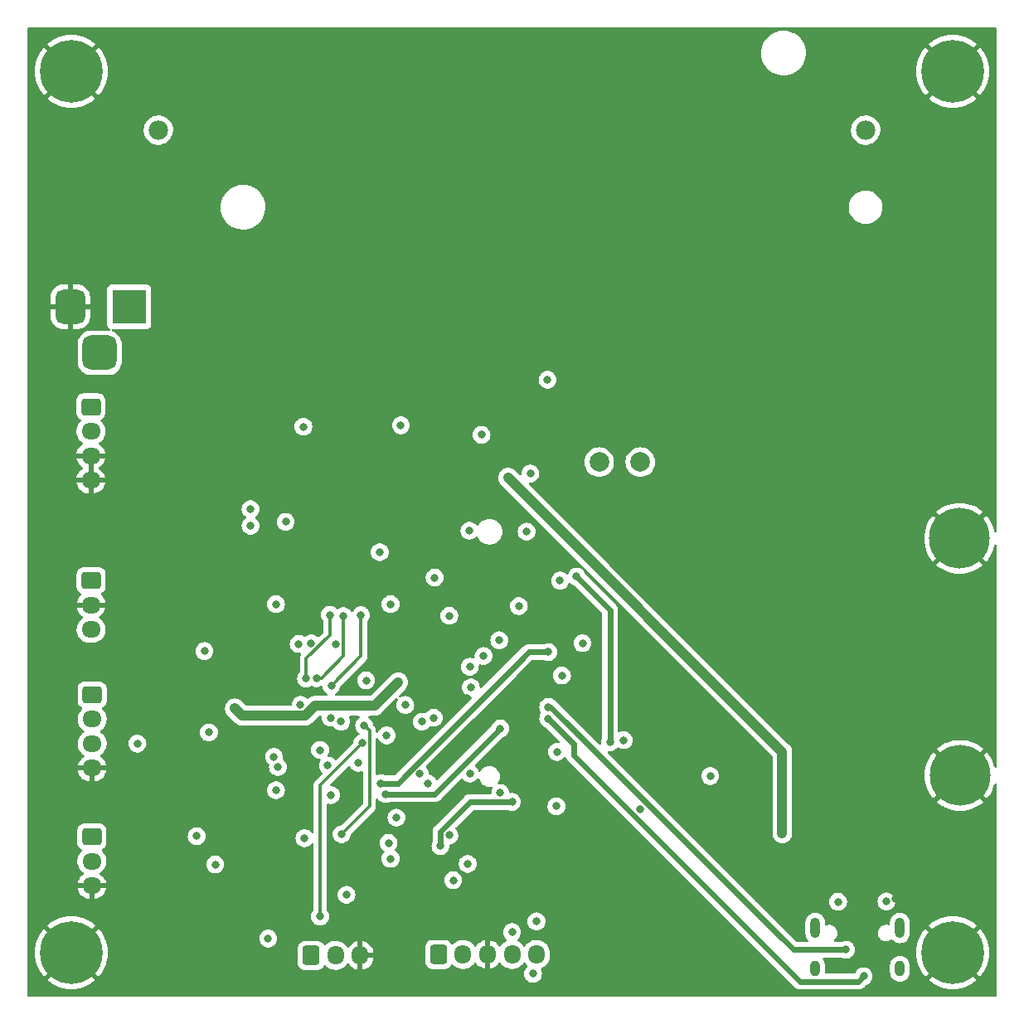
<source format=gbr>
%TF.GenerationSoftware,KiCad,Pcbnew,(6.0.6)*%
%TF.CreationDate,2022-09-23T20:04:06+09:00*%
%TF.ProjectId,LTE-base-H1,4c54452d-6261-4736-952d-48312e6b6963,rev?*%
%TF.SameCoordinates,Original*%
%TF.FileFunction,Copper,L2,Inr*%
%TF.FilePolarity,Positive*%
%FSLAX46Y46*%
G04 Gerber Fmt 4.6, Leading zero omitted, Abs format (unit mm)*
G04 Created by KiCad (PCBNEW (6.0.6)) date 2022-09-23 20:04:06*
%MOMM*%
%LPD*%
G01*
G04 APERTURE LIST*
G04 Aperture macros list*
%AMRoundRect*
0 Rectangle with rounded corners*
0 $1 Rounding radius*
0 $2 $3 $4 $5 $6 $7 $8 $9 X,Y pos of 4 corners*
0 Add a 4 corners polygon primitive as box body*
4,1,4,$2,$3,$4,$5,$6,$7,$8,$9,$2,$3,0*
0 Add four circle primitives for the rounded corners*
1,1,$1+$1,$2,$3*
1,1,$1+$1,$4,$5*
1,1,$1+$1,$6,$7*
1,1,$1+$1,$8,$9*
0 Add four rect primitives between the rounded corners*
20,1,$1+$1,$2,$3,$4,$5,0*
20,1,$1+$1,$4,$5,$6,$7,0*
20,1,$1+$1,$6,$7,$8,$9,0*
20,1,$1+$1,$8,$9,$2,$3,0*%
G04 Aperture macros list end*
%TA.AperFunction,ComponentPad*%
%ADD10RoundRect,0.250000X-0.725000X0.600000X-0.725000X-0.600000X0.725000X-0.600000X0.725000X0.600000X0*%
%TD*%
%TA.AperFunction,ComponentPad*%
%ADD11O,1.950000X1.700000*%
%TD*%
%TA.AperFunction,ComponentPad*%
%ADD12C,0.800000*%
%TD*%
%TA.AperFunction,ComponentPad*%
%ADD13C,6.400000*%
%TD*%
%TA.AperFunction,ComponentPad*%
%ADD14C,6.200000*%
%TD*%
%TA.AperFunction,ComponentPad*%
%ADD15O,1.700000X1.950000*%
%TD*%
%TA.AperFunction,ComponentPad*%
%ADD16RoundRect,0.250000X-0.600000X-0.725000X0.600000X-0.725000X0.600000X0.725000X-0.600000X0.725000X0*%
%TD*%
%TA.AperFunction,ComponentPad*%
%ADD17C,2.000000*%
%TD*%
%TA.AperFunction,ComponentPad*%
%ADD18C,1.980000*%
%TD*%
%TA.AperFunction,ComponentPad*%
%ADD19O,1.000000X1.600000*%
%TD*%
%TA.AperFunction,ComponentPad*%
%ADD20O,1.000000X2.100000*%
%TD*%
%TA.AperFunction,ComponentPad*%
%ADD21R,3.500000X3.500000*%
%TD*%
%TA.AperFunction,ComponentPad*%
%ADD22RoundRect,0.750000X-0.750000X-1.000000X0.750000X-1.000000X0.750000X1.000000X-0.750000X1.000000X0*%
%TD*%
%TA.AperFunction,ComponentPad*%
%ADD23RoundRect,0.875000X-0.875000X-0.875000X0.875000X-0.875000X0.875000X0.875000X-0.875000X0.875000X0*%
%TD*%
%TA.AperFunction,ViaPad*%
%ADD24C,0.800000*%
%TD*%
%TA.AperFunction,Conductor*%
%ADD25C,0.600000*%
%TD*%
%TA.AperFunction,Conductor*%
%ADD26C,0.300000*%
%TD*%
%TA.AperFunction,Conductor*%
%ADD27C,1.000000*%
%TD*%
G04 APERTURE END LIST*
D10*
%TO.N,VDC*%
%TO.C,J11*%
X107000000Y-94250000D03*
D11*
X107000000Y-96750000D03*
%TO.N,GND*%
X107000000Y-99250000D03*
X107000000Y-101750000D03*
%TD*%
D12*
%TO.N,GND*%
%TO.C,H4*%
X195000000Y-57600000D03*
X196697056Y-58302944D03*
X195000000Y-62400000D03*
D13*
X195000000Y-60000000D03*
D12*
X197400000Y-60000000D03*
X192600000Y-60000000D03*
X193302944Y-61697056D03*
X193302944Y-58302944D03*
X196697056Y-61697056D03*
%TD*%
D14*
%TO.N,GND*%
%TO.C,J4*%
X195700000Y-107700000D03*
%TD*%
D12*
%TO.N,GND*%
%TO.C,H2*%
X105000000Y-152400000D03*
X103302944Y-148302944D03*
X103302944Y-151697056D03*
X106697056Y-151697056D03*
X106697056Y-148302944D03*
X107400000Y-150000000D03*
X105000000Y-147600000D03*
X102600000Y-150000000D03*
D13*
X105000000Y-150000000D03*
%TD*%
D14*
%TO.N,GND*%
%TO.C,J3*%
X195750000Y-131900000D03*
%TD*%
D15*
%TO.N,GND*%
%TO.C,J7*%
X134500000Y-150275000D03*
%TO.N,/MCU/DEBUG_RX*%
X132000000Y-150275000D03*
D16*
%TO.N,/MCU/DEBUG_TX*%
X129500000Y-150275000D03*
%TD*%
D12*
%TO.N,GND*%
%TO.C,H1*%
X195000000Y-152400000D03*
X196697056Y-148302944D03*
D13*
X195000000Y-150000000D03*
D12*
X193302944Y-148302944D03*
X195000000Y-147600000D03*
X193302944Y-151697056D03*
X197400000Y-150000000D03*
X196697056Y-151697056D03*
X192600000Y-150000000D03*
%TD*%
D17*
%TO.N,/BG96/UART_RX*%
%TO.C,TP2*%
X158900000Y-99900000D03*
%TD*%
%TO.N,/BG96/UART_TX*%
%TO.C,TP1*%
X163100000Y-99900000D03*
%TD*%
D10*
%TO.N,/MCU/I2C2_SCL*%
%TO.C,J9*%
X107125000Y-123650000D03*
D11*
%TO.N,/MCU/I2C2_SDA*%
X107125000Y-126150000D03*
%TO.N,+3V3*%
X107125000Y-128650000D03*
%TO.N,GND*%
X107125000Y-131150000D03*
%TD*%
D18*
%TO.N,+BATT*%
%TO.C,BT1*%
X186110000Y-66000000D03*
%TO.N,-BATT*%
X113890000Y-66000000D03*
%TD*%
D19*
%TO.N,unconnected-(J5-PadS1)*%
%TO.C,J5*%
X180975489Y-151645489D03*
X189615489Y-151645489D03*
D20*
X189615489Y-147465489D03*
X180975489Y-147465489D03*
%TD*%
D10*
%TO.N,/MCU/CANL*%
%TO.C,J12*%
X107025000Y-112000000D03*
D11*
%TO.N,GND*%
X107025000Y-114500000D03*
%TO.N,/MCU/CANH*%
X107025000Y-117000000D03*
%TD*%
D12*
%TO.N,GND*%
%TO.C,H3*%
X102600000Y-60000000D03*
X103302944Y-61697056D03*
X106697056Y-58302944D03*
D13*
X105000000Y-60000000D03*
D12*
X103302944Y-58302944D03*
X106697056Y-61697056D03*
X105000000Y-62400000D03*
X107400000Y-60000000D03*
X105000000Y-57600000D03*
%TD*%
D10*
%TO.N,Net-(J6-Pad1)*%
%TO.C,J6*%
X107100000Y-138150000D03*
D11*
%TO.N,Net-(J6-Pad2)*%
X107100000Y-140650000D03*
%TO.N,GND*%
X107100000Y-143150000D03*
%TD*%
D16*
%TO.N,+3V3*%
%TO.C,J8*%
X142500000Y-150175000D03*
D15*
%TO.N,/MCU/SWCLK_BT0*%
X145000000Y-150175000D03*
%TO.N,GND*%
X147500000Y-150175000D03*
%TO.N,/MCU/SWDIO*%
X150000000Y-150175000D03*
%TO.N,/MCU/NRST*%
X152500000Y-150175000D03*
%TD*%
D21*
%TO.N,VDC*%
%TO.C,J2*%
X110900000Y-84042500D03*
D22*
%TO.N,GND*%
X104900000Y-84042500D03*
D23*
%TO.N,N/C*%
X107900000Y-88742500D03*
%TD*%
D24*
%TO.N,GND*%
X170938000Y-89349500D03*
X153300000Y-120800000D03*
X148300000Y-138000000D03*
X150400000Y-142200000D03*
%TO.N,/BG96/UART_RX*%
X150000000Y-134600000D03*
X142700000Y-139100000D03*
%TO.N,/MCU/NRST*%
X141400000Y-132700000D03*
X143600000Y-138000000D03*
%TO.N,/BG96/UART_TX*%
X148800000Y-133700000D03*
X148700000Y-118100000D03*
%TO.N,GND*%
X145400000Y-110000000D03*
%TO.N,/BG96/RI*%
X143600000Y-115600000D03*
X131200000Y-130900000D03*
%TO.N,/EXT_PWR_DET*%
X134300000Y-130600000D03*
X151875000Y-101075000D03*
%TO.N,GND*%
X145300000Y-118800500D03*
%TO.N,/BG96/UART_RTS*%
X145700000Y-120800000D03*
X137400000Y-138800000D03*
%TO.N,GND*%
X136000000Y-142500000D03*
%TO.N,/BG96/UART_CTS*%
X147100000Y-119700000D03*
X137600000Y-140400000D03*
%TO.N,/BG96/DTR*%
X140800000Y-126400000D03*
X131500000Y-133900000D03*
%TO.N,GND*%
X142099500Y-121300000D03*
X145400000Y-124000000D03*
%TO.N,/BG96/nW_DISABLE*%
X137100000Y-133800000D03*
X148800000Y-127100000D03*
%TO.N,/BG96/nPERST*%
X153700000Y-119300000D03*
X136600000Y-132700000D03*
%TO.N,GND*%
X114800000Y-129000000D03*
X115500000Y-134100000D03*
X121500000Y-119100000D03*
%TO.N,/MCU/TX0RTS*%
X134570000Y-115530000D03*
X131550000Y-122750000D03*
%TO.N,/MCU/TX1RTS*%
X132780000Y-115620000D03*
X130030498Y-121969502D03*
%TO.N,/MCU/TX2RTS*%
X131400000Y-115500000D03*
X128969500Y-122000000D03*
%TO.N,/MCU/RX1BF*%
X131500000Y-126000000D03*
%TO.N,/MCU/OSC_OUT*%
X128400000Y-124700000D03*
%TO.N,/MCU/RX0BF*%
X132550000Y-126400000D03*
%TO.N,/MCU/RX1BF*%
X128220000Y-118480000D03*
%TO.N,/MCU/RX0BF*%
X129490000Y-118410000D03*
%TO.N,/MCU/SPI1_SCK*%
X135100000Y-122200000D03*
X132030000Y-118500000D03*
%TO.N,/BG96/PWRKEY*%
X144000000Y-142600000D03*
X138200000Y-136200000D03*
%TO.N,/MCU/SWCLK_BT0*%
X125900000Y-133400000D03*
%TO.N,/MCU/OSC_OUT*%
X137200000Y-127800000D03*
%TO.N,/MCU/DEBUG_RX*%
X134900000Y-126800000D03*
X132600000Y-137900000D03*
%TO.N,/MCU/DEBUG_TX*%
X130400000Y-146300000D03*
X134700000Y-128600500D03*
%TO.N,/MCU/SWCLK_BT0*%
X133100000Y-144077464D03*
%TO.N,GND*%
X145263957Y-128236043D03*
X137623732Y-130099500D03*
%TO.N,+3V3*%
X140600000Y-131700000D03*
X145700000Y-131700000D03*
X142000000Y-126000000D03*
X138380000Y-122380000D03*
%TO.N,/BG96/PWRKEY*%
X139100000Y-124700000D03*
%TO.N,/BG96/UART_RX*%
X145650000Y-106900000D03*
X142100000Y-111700000D03*
%TO.N,/BG96/nLED_WWAN*%
X154537500Y-135037500D03*
X154600000Y-129500000D03*
%TO.N,GND*%
X150100000Y-130000000D03*
X171765332Y-82734668D03*
X170900000Y-87500000D03*
%TO.N,+5V*%
X153625000Y-91487500D03*
X146887500Y-97112500D03*
%TO.N,+3V3*%
X151500000Y-107000000D03*
X138650000Y-96150000D03*
%TO.N,/BG96/USIM_VDD*%
X156600000Y-111600000D03*
X160000000Y-128500000D03*
%TO.N,/BG96/DTR*%
X145800000Y-122900000D03*
X155100000Y-121700000D03*
%TO.N,GND*%
X153130759Y-108899999D03*
X151800000Y-116600000D03*
X150469240Y-126500000D03*
X150469241Y-124099999D03*
X163500000Y-132800000D03*
%TO.N,/BG96/USIM_DATA*%
X150700000Y-114600000D03*
%TO.N,/BG96/USIM_CLK*%
X154900000Y-112000000D03*
X170237500Y-131962500D03*
%TO.N,/BG96/USIM_DATA*%
X161400000Y-128300000D03*
%TO.N,+5V*%
X149600000Y-101500000D03*
X177600000Y-137800000D03*
%TO.N,/BG96/USB_DP*%
X185900000Y-152400000D03*
%TO.N,/BG96/USB_DM*%
X184100000Y-149700000D03*
%TO.N,/BG96/USB_DP*%
X153700000Y-126100000D03*
%TO.N,/BG96/USB_DM*%
X153700000Y-124900000D03*
%TO.N,/MCU/RXCAN*%
X126895000Y-105995000D03*
%TO.N,/MCU/SWDIO*%
X128800000Y-138300000D03*
X150000000Y-147900000D03*
%TO.N,/MCU/NRST*%
X125100000Y-148550000D03*
X152150000Y-152150000D03*
%TO.N,/MCU/USART3_RX*%
X126100000Y-131034315D03*
%TO.N,/MCU/USART3_TX*%
X125700000Y-130000000D03*
%TO.N,/MCU/USART3_RX*%
X119700000Y-141000000D03*
%TO.N,/MCU/USART3_TX*%
X117800000Y-138100000D03*
%TO.N,/MCU/OSC_IN*%
X130400000Y-129300000D03*
X118600000Y-119200000D03*
%TO.N,Net-(D7-Pad2)*%
X188236789Y-144766888D03*
X183295989Y-144800000D03*
%TO.N,GND*%
X189200000Y-144500000D03*
X181600000Y-144500000D03*
%TO.N,/MCU/NRST*%
X152500000Y-146800000D03*
X145475000Y-140925000D03*
%TO.N,/BG96/USIM_RST*%
X157200000Y-118400000D03*
X163068750Y-135331250D03*
%TO.N,+3V3*%
X119050000Y-127500000D03*
X121700000Y-125050000D03*
X123300000Y-106400000D03*
X111750000Y-128650000D03*
%TO.N,/MCU/RXCAN*%
X136500000Y-109100000D03*
%TO.N,/MCU/TXCAN*%
X125900000Y-114400000D03*
X137600000Y-114400000D03*
%TO.N,+3V3*%
X123300000Y-104700000D03*
X128700000Y-96300000D03*
%TO.N,GND*%
X164600000Y-80125000D03*
X165400000Y-80825000D03*
X165400000Y-80125000D03*
X164600000Y-80825000D03*
%TD*%
D25*
%TO.N,/BG96/UART_RX*%
X145727207Y-134600000D02*
X150000000Y-134600000D01*
X142700000Y-137627207D02*
X145727207Y-134600000D01*
X142700000Y-139100000D02*
X142700000Y-137627207D01*
%TO.N,/BG96/nW_DISABLE*%
X142100000Y-133800000D02*
X148800000Y-127100000D01*
X137100000Y-133800000D02*
X142100000Y-133800000D01*
%TO.N,/BG96/nPERST*%
X138327207Y-132700000D02*
X136600000Y-132700000D01*
X151727207Y-119300000D02*
X138327207Y-132700000D01*
X153700000Y-119300000D02*
X151727207Y-119300000D01*
D26*
%TO.N,/MCU/TX0RTS*%
X134570000Y-119730000D02*
X134570000Y-115530000D01*
X131550000Y-122750000D02*
X134570000Y-119730000D01*
D27*
%TO.N,+3V3*%
X129855635Y-124800000D02*
X135960000Y-124800000D01*
X128855635Y-125800000D02*
X129855635Y-124800000D01*
X122450000Y-125800000D02*
X128855635Y-125800000D01*
X135960000Y-124800000D02*
X138380000Y-122380000D01*
X121700000Y-125050000D02*
X122450000Y-125800000D01*
D26*
%TO.N,/MCU/TX1RTS*%
X132780000Y-119720000D02*
X132780000Y-115620000D01*
X130530498Y-121969502D02*
X132780000Y-119720000D01*
X130030498Y-121969502D02*
X130530498Y-121969502D01*
%TO.N,/MCU/TX2RTS*%
X131400000Y-117560661D02*
X131400000Y-115500000D01*
X129000000Y-119960661D02*
X131400000Y-117560661D01*
X129000000Y-121969500D02*
X129000000Y-119960661D01*
X128969500Y-122000000D02*
X129000000Y-121969500D01*
%TO.N,/MCU/DEBUG_RX*%
X135450000Y-135050000D02*
X132600000Y-137900000D01*
X135450000Y-127350000D02*
X135450000Y-135050000D01*
X134900000Y-126800000D02*
X135450000Y-127350000D01*
%TO.N,/MCU/DEBUG_TX*%
X130400000Y-132900000D02*
X130400000Y-146300000D01*
X134699500Y-128600500D02*
X130400000Y-132900000D01*
X134700000Y-128600500D02*
X134699500Y-128600500D01*
D25*
%TO.N,/BG96/USB_DP*%
X185354511Y-152945489D02*
X185900000Y-152400000D01*
X179410196Y-152945489D02*
X185354511Y-152945489D01*
X156300000Y-129835293D02*
X179410196Y-152945489D01*
X156300000Y-128700000D02*
X156300000Y-129835293D01*
X153700000Y-126100000D02*
X156300000Y-128700000D01*
%TO.N,/BG96/USIM_VDD*%
X160000000Y-115000000D02*
X160000000Y-128500000D01*
X156600000Y-111600000D02*
X160000000Y-115000000D01*
D27*
%TO.N,+5V*%
X149600000Y-101500000D02*
X177600000Y-129500000D01*
X177600000Y-129500000D02*
X177600000Y-137800000D01*
D25*
%TO.N,/BG96/USB_DM*%
X178710293Y-149700000D02*
X184100000Y-149700000D01*
X153910293Y-124900000D02*
X178710293Y-149700000D01*
X153700000Y-124900000D02*
X153910293Y-124900000D01*
%TD*%
%TA.AperFunction,Conductor*%
%TO.N,GND*%
G36*
X199433621Y-55528502D02*
G01*
X199480114Y-55582158D01*
X199491500Y-55634500D01*
X199491500Y-106973638D01*
X199471498Y-107041759D01*
X199417842Y-107088252D01*
X199347568Y-107098356D01*
X199282988Y-107068862D01*
X199244604Y-107009136D01*
X199241051Y-106993349D01*
X199234515Y-106952086D01*
X199233144Y-106945636D01*
X199136976Y-106586729D01*
X199134935Y-106580447D01*
X199001779Y-106233565D01*
X198999097Y-106227540D01*
X198830406Y-105896466D01*
X198827109Y-105890756D01*
X198624741Y-105579136D01*
X198620853Y-105573785D01*
X198437424Y-105347270D01*
X198425166Y-105338802D01*
X198414076Y-105345135D01*
X196072020Y-107687190D01*
X196064408Y-107701131D01*
X196064539Y-107702966D01*
X196068790Y-107709580D01*
X198413210Y-110053999D01*
X198426286Y-110061139D01*
X198436654Y-110053682D01*
X198620853Y-109826215D01*
X198624741Y-109820864D01*
X198827109Y-109509244D01*
X198830406Y-109503534D01*
X198999097Y-109172460D01*
X199001779Y-109166435D01*
X199134935Y-108819553D01*
X199136976Y-108813271D01*
X199233144Y-108454364D01*
X199234515Y-108447914D01*
X199241051Y-108406651D01*
X199271464Y-108342498D01*
X199331732Y-108304971D01*
X199402721Y-108305985D01*
X199461893Y-108345218D01*
X199490461Y-108410213D01*
X199491500Y-108426362D01*
X199491500Y-130966162D01*
X199471498Y-131034283D01*
X199417842Y-131080776D01*
X199347568Y-131090880D01*
X199282988Y-131061386D01*
X199243793Y-130998773D01*
X199186976Y-130786729D01*
X199184935Y-130780447D01*
X199051779Y-130433565D01*
X199049097Y-130427540D01*
X198880406Y-130096466D01*
X198877109Y-130090756D01*
X198674741Y-129779136D01*
X198670853Y-129773785D01*
X198487424Y-129547270D01*
X198475166Y-129538802D01*
X198464076Y-129545135D01*
X196122020Y-131887190D01*
X196114408Y-131901131D01*
X196114539Y-131902966D01*
X196118790Y-131909580D01*
X198463210Y-134253999D01*
X198476286Y-134261139D01*
X198486654Y-134253682D01*
X198670853Y-134026215D01*
X198674741Y-134020864D01*
X198877109Y-133709244D01*
X198880406Y-133703534D01*
X199049097Y-133372460D01*
X199051779Y-133366435D01*
X199184935Y-133019553D01*
X199186976Y-133013271D01*
X199243793Y-132801227D01*
X199280745Y-132740604D01*
X199344605Y-132709583D01*
X199415100Y-132718011D01*
X199469847Y-132763214D01*
X199491500Y-132833838D01*
X199491500Y-154365500D01*
X199471498Y-154433621D01*
X199417842Y-154480114D01*
X199365500Y-154491500D01*
X100634500Y-154491500D01*
X100566379Y-154471498D01*
X100519886Y-154417842D01*
X100508500Y-154365500D01*
X100508500Y-152797386D01*
X102567759Y-152797386D01*
X102575216Y-152807753D01*
X102814935Y-153001874D01*
X102820272Y-153005751D01*
X103140685Y-153213830D01*
X103146394Y-153217127D01*
X103486811Y-153390578D01*
X103492836Y-153393260D01*
X103849502Y-153530171D01*
X103855784Y-153532212D01*
X104224816Y-153631094D01*
X104231266Y-153632465D01*
X104608629Y-153692234D01*
X104615167Y-153692920D01*
X104996699Y-153712916D01*
X105003301Y-153712916D01*
X105384833Y-153692920D01*
X105391371Y-153692234D01*
X105768734Y-153632465D01*
X105775184Y-153631094D01*
X106144216Y-153532212D01*
X106150498Y-153530171D01*
X106507164Y-153393260D01*
X106513189Y-153390578D01*
X106853606Y-153217127D01*
X106859315Y-153213830D01*
X107179728Y-153005751D01*
X107185065Y-153001874D01*
X107423835Y-152808522D01*
X107432300Y-152796267D01*
X107425966Y-152785176D01*
X105012812Y-150372022D01*
X104998868Y-150364408D01*
X104997035Y-150364539D01*
X104990420Y-150368790D01*
X102574900Y-152784310D01*
X102567759Y-152797386D01*
X100508500Y-152797386D01*
X100508500Y-150003301D01*
X101287084Y-150003301D01*
X101307080Y-150384833D01*
X101307766Y-150391371D01*
X101367535Y-150768734D01*
X101368906Y-150775184D01*
X101467788Y-151144216D01*
X101469829Y-151150498D01*
X101606740Y-151507164D01*
X101609422Y-151513189D01*
X101782872Y-151853603D01*
X101786169Y-151859313D01*
X101994253Y-152179735D01*
X101998123Y-152185061D01*
X102191478Y-152423835D01*
X102203733Y-152432300D01*
X102214824Y-152425966D01*
X104627978Y-150012812D01*
X104634356Y-150001132D01*
X105364408Y-150001132D01*
X105364539Y-150002965D01*
X105368790Y-150009580D01*
X107784310Y-152425100D01*
X107797386Y-152432241D01*
X107807753Y-152424784D01*
X108001877Y-152185061D01*
X108005747Y-152179735D01*
X108213831Y-151859313D01*
X108217128Y-151853603D01*
X108390578Y-151513189D01*
X108393260Y-151507164D01*
X108530171Y-151150498D01*
X108532212Y-151144216D01*
X108557350Y-151050400D01*
X128141500Y-151050400D01*
X128141837Y-151053646D01*
X128141837Y-151053650D01*
X128151695Y-151148656D01*
X128152474Y-151156166D01*
X128154655Y-151162702D01*
X128154655Y-151162704D01*
X128186405Y-151257870D01*
X128208450Y-151323946D01*
X128301522Y-151474348D01*
X128306704Y-151479521D01*
X128324935Y-151497720D01*
X128426697Y-151599305D01*
X128432927Y-151603145D01*
X128432928Y-151603146D01*
X128570090Y-151687694D01*
X128577262Y-151692115D01*
X128612938Y-151703948D01*
X128738611Y-151745632D01*
X128738613Y-151745632D01*
X128745139Y-151747797D01*
X128751975Y-151748497D01*
X128751978Y-151748498D01*
X128787663Y-151752154D01*
X128849600Y-151758500D01*
X130150400Y-151758500D01*
X130153646Y-151758163D01*
X130153650Y-151758163D01*
X130249308Y-151748238D01*
X130249312Y-151748237D01*
X130256166Y-151747526D01*
X130262702Y-151745345D01*
X130262704Y-151745345D01*
X130394806Y-151701272D01*
X130423946Y-151691550D01*
X130574348Y-151598478D01*
X130699305Y-151473303D01*
X130706811Y-151461127D01*
X130757753Y-151378483D01*
X130789081Y-151327660D01*
X130841852Y-151280168D01*
X130911924Y-151268744D01*
X130977048Y-151297018D01*
X130987510Y-151306805D01*
X131029215Y-151350523D01*
X131096576Y-151421135D01*
X131281542Y-151558754D01*
X131286293Y-151561170D01*
X131286297Y-151561172D01*
X131346047Y-151591550D01*
X131487051Y-151663240D01*
X131492145Y-151664822D01*
X131492148Y-151664823D01*
X131657583Y-151716192D01*
X131707227Y-151731607D01*
X131712516Y-151732308D01*
X131930489Y-151761198D01*
X131930494Y-151761198D01*
X131935774Y-151761898D01*
X131941103Y-151761698D01*
X131941105Y-151761698D01*
X132050966Y-151757573D01*
X132166158Y-151753249D01*
X132188802Y-151748498D01*
X132386572Y-151707002D01*
X132391791Y-151705907D01*
X132396750Y-151703949D01*
X132396752Y-151703948D01*
X132601256Y-151623185D01*
X132601258Y-151623184D01*
X132606221Y-151621224D01*
X132611525Y-151618006D01*
X132798757Y-151504390D01*
X132798756Y-151504390D01*
X132803317Y-151501623D01*
X132856883Y-151455141D01*
X132973412Y-151354023D01*
X132973414Y-151354021D01*
X132977445Y-151350523D01*
X133028124Y-151288716D01*
X133120240Y-151176373D01*
X133120244Y-151176367D01*
X133123624Y-151172245D01*
X133129055Y-151162704D01*
X133141829Y-151140265D01*
X133192912Y-151090959D01*
X133262542Y-151077098D01*
X133328613Y-151103082D01*
X133355851Y-151132232D01*
X133434852Y-151249578D01*
X133441519Y-151257870D01*
X133593228Y-151416900D01*
X133601186Y-151423941D01*
X133777525Y-151555141D01*
X133786562Y-151560745D01*
X133982484Y-151660357D01*
X133992335Y-151664357D01*
X134202240Y-151729534D01*
X134212624Y-151731817D01*
X134228043Y-151733861D01*
X134242207Y-151731665D01*
X134246000Y-151718478D01*
X134246000Y-151716192D01*
X134754000Y-151716192D01*
X134757973Y-151729723D01*
X134768580Y-151731248D01*
X134886421Y-151706523D01*
X134896617Y-151703463D01*
X135101029Y-151622737D01*
X135110561Y-151618006D01*
X135298462Y-151503984D01*
X135307052Y-151497720D01*
X135473052Y-151353673D01*
X135480472Y-151346042D01*
X135619826Y-151176089D01*
X135625850Y-151167322D01*
X135734576Y-150976318D01*
X135739041Y-150966654D01*
X135744941Y-150950400D01*
X141141500Y-150950400D01*
X141141837Y-150953646D01*
X141141837Y-150953650D01*
X141151537Y-151047134D01*
X141152474Y-151056166D01*
X141154655Y-151062702D01*
X141154655Y-151062704D01*
X141185378Y-151154790D01*
X141208450Y-151223946D01*
X141301522Y-151374348D01*
X141426697Y-151499305D01*
X141432927Y-151503145D01*
X141432928Y-151503146D01*
X141570090Y-151587694D01*
X141577262Y-151592115D01*
X141627813Y-151608882D01*
X141738611Y-151645632D01*
X141738613Y-151645632D01*
X141745139Y-151647797D01*
X141751975Y-151648497D01*
X141751978Y-151648498D01*
X141787663Y-151652154D01*
X141849600Y-151658500D01*
X143150400Y-151658500D01*
X143153646Y-151658163D01*
X143153650Y-151658163D01*
X143249308Y-151648238D01*
X143249312Y-151648237D01*
X143256166Y-151647526D01*
X143262702Y-151645345D01*
X143262704Y-151645345D01*
X143394806Y-151601272D01*
X143423946Y-151591550D01*
X143574348Y-151498478D01*
X143699305Y-151373303D01*
X143711190Y-151354023D01*
X143772648Y-151254319D01*
X143789081Y-151227660D01*
X143841852Y-151180168D01*
X143911924Y-151168744D01*
X143977048Y-151197018D01*
X143987510Y-151206805D01*
X144028314Y-151249578D01*
X144096576Y-151321135D01*
X144100854Y-151324318D01*
X144140779Y-151354023D01*
X144281542Y-151458754D01*
X144286293Y-151461170D01*
X144286297Y-151461172D01*
X144384296Y-151510997D01*
X144487051Y-151563240D01*
X144492145Y-151564822D01*
X144492148Y-151564823D01*
X144678661Y-151622737D01*
X144707227Y-151631607D01*
X144712516Y-151632308D01*
X144930489Y-151661198D01*
X144930494Y-151661198D01*
X144935774Y-151661898D01*
X144941103Y-151661698D01*
X144941105Y-151661698D01*
X145050966Y-151657574D01*
X145166158Y-151653249D01*
X145188802Y-151648498D01*
X145318790Y-151621224D01*
X145391791Y-151605907D01*
X145396750Y-151603949D01*
X145396752Y-151603948D01*
X145601256Y-151523185D01*
X145601258Y-151523184D01*
X145606221Y-151521224D01*
X145611525Y-151518006D01*
X145798757Y-151404390D01*
X145798756Y-151404390D01*
X145803317Y-151401623D01*
X145843134Y-151367072D01*
X145973412Y-151254023D01*
X145973414Y-151254021D01*
X145977445Y-151250523D01*
X146049452Y-151162704D01*
X146120240Y-151076373D01*
X146120244Y-151076367D01*
X146123624Y-151072245D01*
X146136681Y-151049308D01*
X146141829Y-151040265D01*
X146192912Y-150990959D01*
X146262542Y-150977098D01*
X146328613Y-151003082D01*
X146355851Y-151032232D01*
X146434852Y-151149578D01*
X146441519Y-151157870D01*
X146593228Y-151316900D01*
X146601186Y-151323941D01*
X146777525Y-151455141D01*
X146786562Y-151460745D01*
X146982484Y-151560357D01*
X146992335Y-151564357D01*
X147202240Y-151629534D01*
X147212624Y-151631817D01*
X147228043Y-151633861D01*
X147242207Y-151631665D01*
X147246000Y-151618478D01*
X147246000Y-151616192D01*
X147754000Y-151616192D01*
X147757973Y-151629723D01*
X147768580Y-151631248D01*
X147886421Y-151606523D01*
X147896617Y-151603463D01*
X148101029Y-151522737D01*
X148110561Y-151518006D01*
X148298462Y-151403984D01*
X148307052Y-151397720D01*
X148473052Y-151253673D01*
X148480472Y-151246042D01*
X148619826Y-151076089D01*
X148625848Y-151067326D01*
X148641238Y-151040289D01*
X148692320Y-150990982D01*
X148761951Y-150977120D01*
X148828022Y-151003103D01*
X148855261Y-151032253D01*
X148884773Y-151076089D01*
X148937441Y-151154319D01*
X148941120Y-151158176D01*
X148941122Y-151158178D01*
X148962100Y-151180168D01*
X149096576Y-151321135D01*
X149100854Y-151324318D01*
X149140779Y-151354023D01*
X149281542Y-151458754D01*
X149286293Y-151461170D01*
X149286297Y-151461172D01*
X149384296Y-151510997D01*
X149487051Y-151563240D01*
X149492145Y-151564822D01*
X149492148Y-151564823D01*
X149678661Y-151622737D01*
X149707227Y-151631607D01*
X149712516Y-151632308D01*
X149930489Y-151661198D01*
X149930494Y-151661198D01*
X149935774Y-151661898D01*
X149941103Y-151661698D01*
X149941105Y-151661698D01*
X150050966Y-151657574D01*
X150166158Y-151653249D01*
X150188802Y-151648498D01*
X150318790Y-151621224D01*
X150391791Y-151605907D01*
X150396750Y-151603949D01*
X150396752Y-151603948D01*
X150601256Y-151523185D01*
X150601258Y-151523184D01*
X150606221Y-151521224D01*
X150611525Y-151518006D01*
X150798757Y-151404390D01*
X150798756Y-151404390D01*
X150803317Y-151401623D01*
X150843134Y-151367072D01*
X150973412Y-151254023D01*
X150973414Y-151254021D01*
X150977445Y-151250523D01*
X151049452Y-151162704D01*
X151120240Y-151076373D01*
X151120244Y-151076367D01*
X151123624Y-151072245D01*
X151141552Y-151040750D01*
X151192632Y-150991445D01*
X151262262Y-150977583D01*
X151328333Y-151003566D01*
X151355573Y-151032716D01*
X151360983Y-151040752D01*
X151437441Y-151154319D01*
X151441120Y-151158176D01*
X151441122Y-151158178D01*
X151462100Y-151180168D01*
X151557496Y-151280168D01*
X151557984Y-151280680D01*
X151590531Y-151343777D01*
X151583800Y-151414453D01*
X151547461Y-151461127D01*
X151548998Y-151462833D01*
X151544091Y-151467251D01*
X151538747Y-151471134D01*
X151534326Y-151476044D01*
X151534325Y-151476045D01*
X151419598Y-151603463D01*
X151410960Y-151613056D01*
X151382761Y-151661898D01*
X151330652Y-151752154D01*
X151315473Y-151778444D01*
X151256458Y-151960072D01*
X151255768Y-151966633D01*
X151255768Y-151966635D01*
X151237950Y-152136168D01*
X151236496Y-152150000D01*
X151237186Y-152156565D01*
X151254969Y-152325758D01*
X151256458Y-152339928D01*
X151315473Y-152521556D01*
X151410960Y-152686944D01*
X151415378Y-152691851D01*
X151415379Y-152691852D01*
X151498629Y-152784310D01*
X151538747Y-152828866D01*
X151693248Y-152941118D01*
X151699276Y-152943802D01*
X151699278Y-152943803D01*
X151861681Y-153016109D01*
X151867712Y-153018794D01*
X151961113Y-153038647D01*
X152048056Y-153057128D01*
X152048061Y-153057128D01*
X152054513Y-153058500D01*
X152245487Y-153058500D01*
X152251939Y-153057128D01*
X152251944Y-153057128D01*
X152338887Y-153038647D01*
X152432288Y-153018794D01*
X152438319Y-153016109D01*
X152600722Y-152943803D01*
X152600724Y-152943802D01*
X152606752Y-152941118D01*
X152761253Y-152828866D01*
X152801371Y-152784310D01*
X152884621Y-152691852D01*
X152884622Y-152691851D01*
X152889040Y-152686944D01*
X152984527Y-152521556D01*
X153043542Y-152339928D01*
X153045032Y-152325758D01*
X153062814Y-152156565D01*
X153063504Y-152150000D01*
X153062050Y-152136168D01*
X153044232Y-151966635D01*
X153044232Y-151966633D01*
X153043542Y-151960072D01*
X152984527Y-151778444D01*
X152959240Y-151734646D01*
X152942502Y-151665651D01*
X152965722Y-151598559D01*
X153022078Y-151554454D01*
X153101252Y-151523187D01*
X153101258Y-151523184D01*
X153106221Y-151521224D01*
X153111525Y-151518006D01*
X153298757Y-151404390D01*
X153298756Y-151404390D01*
X153303317Y-151401623D01*
X153343134Y-151367072D01*
X153473412Y-151254023D01*
X153473414Y-151254021D01*
X153477445Y-151250523D01*
X153549452Y-151162704D01*
X153620240Y-151076373D01*
X153620244Y-151076367D01*
X153623624Y-151072245D01*
X153641815Y-151040289D01*
X153735032Y-150876529D01*
X153737675Y-150871886D01*
X153816337Y-150655175D01*
X153819768Y-150636202D01*
X153856623Y-150432392D01*
X153856624Y-150432385D01*
X153857361Y-150428308D01*
X153858500Y-150404156D01*
X153858500Y-149992110D01*
X153851974Y-149915203D01*
X153844371Y-149825591D01*
X153844370Y-149825587D01*
X153843920Y-149820280D01*
X153842582Y-149815125D01*
X153842581Y-149815119D01*
X153787343Y-149602297D01*
X153787342Y-149602293D01*
X153786001Y-149597128D01*
X153736359Y-149486925D01*
X153693507Y-149391798D01*
X153691312Y-149386925D01*
X153562559Y-149195681D01*
X153503918Y-149134209D01*
X153474725Y-149103608D01*
X153403424Y-149028865D01*
X153376967Y-149009180D01*
X153247378Y-148912763D01*
X153218458Y-148891246D01*
X153213707Y-148888830D01*
X153213703Y-148888828D01*
X153095588Y-148828776D01*
X153012949Y-148786760D01*
X153007855Y-148785178D01*
X153007852Y-148785177D01*
X152797871Y-148719976D01*
X152792773Y-148718393D01*
X152787484Y-148717692D01*
X152569511Y-148688802D01*
X152569506Y-148688802D01*
X152564226Y-148688102D01*
X152558897Y-148688302D01*
X152558895Y-148688302D01*
X152449034Y-148692426D01*
X152333842Y-148696751D01*
X152328623Y-148697846D01*
X152306566Y-148702474D01*
X152108209Y-148744093D01*
X152103250Y-148746051D01*
X152103248Y-148746052D01*
X151898744Y-148826815D01*
X151898742Y-148826816D01*
X151893779Y-148828776D01*
X151889220Y-148831543D01*
X151889217Y-148831544D01*
X151794240Y-148889178D01*
X151696683Y-148948377D01*
X151692653Y-148951874D01*
X151542834Y-149081880D01*
X151522555Y-149099477D01*
X151519168Y-149103608D01*
X151379760Y-149273627D01*
X151379756Y-149273633D01*
X151376376Y-149277755D01*
X151358448Y-149309250D01*
X151307368Y-149358555D01*
X151237738Y-149372417D01*
X151171667Y-149346434D01*
X151144427Y-149317284D01*
X151116036Y-149275114D01*
X151062559Y-149195681D01*
X151003918Y-149134209D01*
X150974725Y-149103608D01*
X150903424Y-149028865D01*
X150876967Y-149009180D01*
X150747378Y-148912763D01*
X150718458Y-148891246D01*
X150713703Y-148888828D01*
X150713699Y-148888826D01*
X150585908Y-148823854D01*
X150534250Y-148775151D01*
X150517123Y-148706251D01*
X150539965Y-148639029D01*
X150568950Y-148609602D01*
X150605906Y-148582751D01*
X150605907Y-148582750D01*
X150611253Y-148578866D01*
X150714386Y-148464325D01*
X150734621Y-148441852D01*
X150734622Y-148441851D01*
X150739040Y-148436944D01*
X150815720Y-148304130D01*
X150831223Y-148277279D01*
X150831224Y-148277278D01*
X150834527Y-148271556D01*
X150893542Y-148089928D01*
X150901021Y-148018774D01*
X150912814Y-147906565D01*
X150913504Y-147900000D01*
X150893542Y-147710072D01*
X150834527Y-147528444D01*
X150739040Y-147363056D01*
X150611253Y-147221134D01*
X150456752Y-147108882D01*
X150450724Y-147106198D01*
X150450722Y-147106197D01*
X150288319Y-147033891D01*
X150288318Y-147033891D01*
X150282288Y-147031206D01*
X150188887Y-147011353D01*
X150101944Y-146992872D01*
X150101939Y-146992872D01*
X150095487Y-146991500D01*
X149904513Y-146991500D01*
X149898061Y-146992872D01*
X149898056Y-146992872D01*
X149811113Y-147011353D01*
X149717712Y-147031206D01*
X149711682Y-147033891D01*
X149711681Y-147033891D01*
X149549278Y-147106197D01*
X149549276Y-147106198D01*
X149543248Y-147108882D01*
X149388747Y-147221134D01*
X149260960Y-147363056D01*
X149165473Y-147528444D01*
X149106458Y-147710072D01*
X149086496Y-147900000D01*
X149087186Y-147906565D01*
X149098980Y-148018774D01*
X149106458Y-148089928D01*
X149165473Y-148271556D01*
X149168776Y-148277278D01*
X149168777Y-148277279D01*
X149184280Y-148304130D01*
X149260960Y-148436944D01*
X149265378Y-148441851D01*
X149265379Y-148441852D01*
X149285614Y-148464325D01*
X149388747Y-148578866D01*
X149427751Y-148607204D01*
X149471103Y-148663426D01*
X149477178Y-148734162D01*
X149444046Y-148796954D01*
X149403340Y-148824085D01*
X149403519Y-148824445D01*
X149400701Y-148825844D01*
X149399970Y-148826331D01*
X149393779Y-148828776D01*
X149389220Y-148831543D01*
X149389217Y-148831544D01*
X149294240Y-148889178D01*
X149196683Y-148948377D01*
X149192653Y-148951874D01*
X149042834Y-149081880D01*
X149022555Y-149099477D01*
X149019168Y-149103608D01*
X148879760Y-149273627D01*
X148879756Y-149273633D01*
X148876376Y-149277755D01*
X148873738Y-149282390D01*
X148873733Y-149282398D01*
X148858171Y-149309735D01*
X148807088Y-149359041D01*
X148737458Y-149372902D01*
X148671387Y-149346918D01*
X148644149Y-149317768D01*
X148565148Y-149200422D01*
X148558481Y-149192130D01*
X148406772Y-149033100D01*
X148398814Y-149026059D01*
X148222475Y-148894859D01*
X148213438Y-148889255D01*
X148017516Y-148789643D01*
X148007665Y-148785643D01*
X147797760Y-148720466D01*
X147787376Y-148718183D01*
X147771957Y-148716139D01*
X147757793Y-148718335D01*
X147754000Y-148731522D01*
X147754000Y-151616192D01*
X147246000Y-151616192D01*
X147246000Y-148733808D01*
X147242027Y-148720277D01*
X147231420Y-148718752D01*
X147113579Y-148743477D01*
X147103383Y-148746537D01*
X146898971Y-148827263D01*
X146889439Y-148831994D01*
X146701538Y-148946016D01*
X146692948Y-148952280D01*
X146526948Y-149096327D01*
X146519528Y-149103958D01*
X146380174Y-149273911D01*
X146374152Y-149282674D01*
X146358762Y-149309711D01*
X146307680Y-149359018D01*
X146238049Y-149372880D01*
X146171978Y-149346897D01*
X146144739Y-149317747D01*
X146108869Y-149264468D01*
X146062559Y-149195681D01*
X146003918Y-149134209D01*
X145974725Y-149103608D01*
X145903424Y-149028865D01*
X145876967Y-149009180D01*
X145747378Y-148912763D01*
X145718458Y-148891246D01*
X145713707Y-148888830D01*
X145713703Y-148888828D01*
X145595588Y-148828776D01*
X145512949Y-148786760D01*
X145507855Y-148785178D01*
X145507852Y-148785177D01*
X145297871Y-148719976D01*
X145292773Y-148718393D01*
X145287484Y-148717692D01*
X145069511Y-148688802D01*
X145069506Y-148688802D01*
X145064226Y-148688102D01*
X145058897Y-148688302D01*
X145058895Y-148688302D01*
X144949034Y-148692426D01*
X144833842Y-148696751D01*
X144828623Y-148697846D01*
X144806566Y-148702474D01*
X144608209Y-148744093D01*
X144603250Y-148746051D01*
X144603248Y-148746052D01*
X144398744Y-148826815D01*
X144398742Y-148826816D01*
X144393779Y-148828776D01*
X144389220Y-148831543D01*
X144389217Y-148831544D01*
X144294240Y-148889178D01*
X144196683Y-148948377D01*
X144192653Y-148951874D01*
X144042834Y-149081880D01*
X144022555Y-149099477D01*
X143993330Y-149135120D01*
X143934671Y-149175114D01*
X143863701Y-149177046D01*
X143802952Y-149140302D01*
X143788752Y-149121532D01*
X143702332Y-148981880D01*
X143698478Y-148975652D01*
X143678658Y-148955866D01*
X143584352Y-148861725D01*
X143573303Y-148850695D01*
X143562593Y-148844093D01*
X143428968Y-148761725D01*
X143428966Y-148761724D01*
X143422738Y-148757885D01*
X143309353Y-148720277D01*
X143261389Y-148704368D01*
X143261387Y-148704368D01*
X143254861Y-148702203D01*
X143248025Y-148701503D01*
X143248022Y-148701502D01*
X143204969Y-148697091D01*
X143150400Y-148691500D01*
X141849600Y-148691500D01*
X141846354Y-148691837D01*
X141846350Y-148691837D01*
X141750692Y-148701762D01*
X141750688Y-148701763D01*
X141743834Y-148702474D01*
X141737298Y-148704655D01*
X141737296Y-148704655D01*
X141608671Y-148747568D01*
X141576054Y-148758450D01*
X141425652Y-148851522D01*
X141300695Y-148976697D01*
X141296855Y-148982927D01*
X141296854Y-148982928D01*
X141222466Y-149103608D01*
X141207885Y-149127262D01*
X141183723Y-149200108D01*
X141156432Y-149282390D01*
X141152203Y-149295139D01*
X141151503Y-149301975D01*
X141151502Y-149301978D01*
X141148147Y-149334729D01*
X141141500Y-149399600D01*
X141141500Y-150950400D01*
X135744941Y-150950400D01*
X135814031Y-150760059D01*
X135816802Y-150749792D01*
X135853504Y-150546826D01*
X135852085Y-150533586D01*
X135837450Y-150529000D01*
X134772115Y-150529000D01*
X134756876Y-150533475D01*
X134755671Y-150534865D01*
X134754000Y-150542548D01*
X134754000Y-151716192D01*
X134246000Y-151716192D01*
X134246000Y-150002885D01*
X134754000Y-150002885D01*
X134758475Y-150018124D01*
X134759865Y-150019329D01*
X134767548Y-150021000D01*
X135833849Y-150021000D01*
X135848527Y-150016690D01*
X135850590Y-150004807D01*
X135843876Y-149925675D01*
X135842086Y-149915203D01*
X135786870Y-149702465D01*
X135783335Y-149692425D01*
X135693063Y-149492030D01*
X135687894Y-149482744D01*
X135565150Y-149300425D01*
X135558481Y-149292130D01*
X135406772Y-149133100D01*
X135398814Y-149126059D01*
X135222475Y-148994859D01*
X135213438Y-148989255D01*
X135017516Y-148889643D01*
X135007665Y-148885643D01*
X134797760Y-148820466D01*
X134787376Y-148818183D01*
X134771957Y-148816139D01*
X134757793Y-148818335D01*
X134754000Y-148831522D01*
X134754000Y-150002885D01*
X134246000Y-150002885D01*
X134246000Y-148833808D01*
X134242027Y-148820277D01*
X134231420Y-148818752D01*
X134113579Y-148843477D01*
X134103383Y-148846537D01*
X133898971Y-148927263D01*
X133889439Y-148931994D01*
X133701538Y-149046016D01*
X133692948Y-149052280D01*
X133526948Y-149196327D01*
X133519528Y-149203958D01*
X133380174Y-149373911D01*
X133374152Y-149382674D01*
X133358762Y-149409711D01*
X133307680Y-149459018D01*
X133238049Y-149472880D01*
X133171978Y-149446897D01*
X133144739Y-149417747D01*
X133096728Y-149346434D01*
X133062559Y-149295681D01*
X133045459Y-149277755D01*
X132975059Y-149203958D01*
X132903424Y-149128865D01*
X132869478Y-149103608D01*
X132765229Y-149026045D01*
X132718458Y-148991246D01*
X132713707Y-148988830D01*
X132713703Y-148988828D01*
X132592644Y-148927279D01*
X132512949Y-148886760D01*
X132507855Y-148885178D01*
X132507852Y-148885177D01*
X132297871Y-148819976D01*
X132292773Y-148818393D01*
X132287484Y-148817692D01*
X132069511Y-148788802D01*
X132069506Y-148788802D01*
X132064226Y-148788102D01*
X132058897Y-148788302D01*
X132058895Y-148788302D01*
X131949034Y-148792427D01*
X131833842Y-148796751D01*
X131828623Y-148797846D01*
X131806566Y-148802474D01*
X131608209Y-148844093D01*
X131603250Y-148846051D01*
X131603248Y-148846052D01*
X131398744Y-148926815D01*
X131398742Y-148926816D01*
X131393779Y-148928776D01*
X131389220Y-148931543D01*
X131389217Y-148931544D01*
X131258412Y-149010919D01*
X131196683Y-149048377D01*
X131192653Y-149051874D01*
X131026930Y-149195681D01*
X131022555Y-149199477D01*
X130993330Y-149235120D01*
X130934671Y-149275114D01*
X130863701Y-149277046D01*
X130802952Y-149240302D01*
X130788752Y-149221532D01*
X130702332Y-149081880D01*
X130698478Y-149075652D01*
X130573303Y-148950695D01*
X130567072Y-148946854D01*
X130428968Y-148861725D01*
X130428966Y-148861724D01*
X130422738Y-148857885D01*
X130309353Y-148820277D01*
X130261389Y-148804368D01*
X130261387Y-148804368D01*
X130254861Y-148802203D01*
X130248025Y-148801503D01*
X130248022Y-148801502D01*
X130203631Y-148796954D01*
X130150400Y-148791500D01*
X128849600Y-148791500D01*
X128846354Y-148791837D01*
X128846350Y-148791837D01*
X128750692Y-148801762D01*
X128750688Y-148801763D01*
X128743834Y-148802474D01*
X128737298Y-148804655D01*
X128737296Y-148804655D01*
X128610811Y-148846854D01*
X128576054Y-148858450D01*
X128425652Y-148951522D01*
X128300695Y-149076697D01*
X128296855Y-149082927D01*
X128296854Y-149082928D01*
X128226954Y-149196327D01*
X128207885Y-149227262D01*
X128191137Y-149277755D01*
X128159579Y-149372902D01*
X128152203Y-149395139D01*
X128151503Y-149401975D01*
X128151502Y-149401978D01*
X128149779Y-149418794D01*
X128141500Y-149499600D01*
X128141500Y-151050400D01*
X108557350Y-151050400D01*
X108631094Y-150775184D01*
X108632465Y-150768734D01*
X108692234Y-150391371D01*
X108692920Y-150384833D01*
X108712916Y-150003301D01*
X108712916Y-149996699D01*
X108692920Y-149615167D01*
X108692234Y-149608629D01*
X108632465Y-149231266D01*
X108631094Y-149224816D01*
X108532212Y-148855784D01*
X108530171Y-148849502D01*
X108415203Y-148550000D01*
X124186496Y-148550000D01*
X124187186Y-148556565D01*
X124205575Y-148731522D01*
X124206458Y-148739928D01*
X124265473Y-148921556D01*
X124268776Y-148927278D01*
X124268777Y-148927279D01*
X124285282Y-148955866D01*
X124360960Y-149086944D01*
X124365378Y-149091851D01*
X124365379Y-149091852D01*
X124442088Y-149177046D01*
X124488747Y-149228866D01*
X124550355Y-149273627D01*
X124611110Y-149317768D01*
X124643248Y-149341118D01*
X124649276Y-149343802D01*
X124649278Y-149343803D01*
X124797311Y-149409711D01*
X124817712Y-149418794D01*
X124911112Y-149438647D01*
X124998056Y-149457128D01*
X124998061Y-149457128D01*
X125004513Y-149458500D01*
X125195487Y-149458500D01*
X125201939Y-149457128D01*
X125201944Y-149457128D01*
X125288888Y-149438647D01*
X125382288Y-149418794D01*
X125402689Y-149409711D01*
X125550722Y-149343803D01*
X125550724Y-149343802D01*
X125556752Y-149341118D01*
X125588891Y-149317768D01*
X125649645Y-149273627D01*
X125711253Y-149228866D01*
X125757912Y-149177046D01*
X125834621Y-149091852D01*
X125834622Y-149091851D01*
X125839040Y-149086944D01*
X125914718Y-148955866D01*
X125931223Y-148927279D01*
X125931224Y-148927278D01*
X125934527Y-148921556D01*
X125993542Y-148739928D01*
X125994426Y-148731522D01*
X126012814Y-148556565D01*
X126013504Y-148550000D01*
X126002137Y-148441852D01*
X125994232Y-148366635D01*
X125994232Y-148366633D01*
X125993542Y-148360072D01*
X125934527Y-148178444D01*
X125839040Y-148013056D01*
X125711253Y-147871134D01*
X125556752Y-147758882D01*
X125550724Y-147756198D01*
X125550722Y-147756197D01*
X125388319Y-147683891D01*
X125388318Y-147683891D01*
X125382288Y-147681206D01*
X125288887Y-147661353D01*
X125201944Y-147642872D01*
X125201939Y-147642872D01*
X125195487Y-147641500D01*
X125004513Y-147641500D01*
X124998061Y-147642872D01*
X124998056Y-147642872D01*
X124911113Y-147661353D01*
X124817712Y-147681206D01*
X124811682Y-147683891D01*
X124811681Y-147683891D01*
X124649278Y-147756197D01*
X124649276Y-147756198D01*
X124643248Y-147758882D01*
X124488747Y-147871134D01*
X124360960Y-148013056D01*
X124265473Y-148178444D01*
X124206458Y-148360072D01*
X124205768Y-148366633D01*
X124205768Y-148366635D01*
X124197863Y-148441852D01*
X124186496Y-148550000D01*
X108415203Y-148550000D01*
X108393260Y-148492836D01*
X108390578Y-148486811D01*
X108217128Y-148146397D01*
X108213831Y-148140687D01*
X108005747Y-147820265D01*
X108001877Y-147814939D01*
X107808522Y-147576165D01*
X107796267Y-147567700D01*
X107785176Y-147574034D01*
X105372022Y-149987188D01*
X105364408Y-150001132D01*
X104634356Y-150001132D01*
X104635592Y-149998868D01*
X104635461Y-149997035D01*
X104631210Y-149990420D01*
X102215690Y-147574900D01*
X102202614Y-147567759D01*
X102192247Y-147575216D01*
X101998123Y-147814939D01*
X101994253Y-147820265D01*
X101786169Y-148140687D01*
X101782872Y-148146397D01*
X101609422Y-148486811D01*
X101606740Y-148492836D01*
X101469829Y-148849502D01*
X101467788Y-148855784D01*
X101368906Y-149224816D01*
X101367535Y-149231266D01*
X101307766Y-149608629D01*
X101307080Y-149615167D01*
X101287084Y-149996699D01*
X101287084Y-150003301D01*
X100508500Y-150003301D01*
X100508500Y-147203733D01*
X102567700Y-147203733D01*
X102574034Y-147214824D01*
X104987188Y-149627978D01*
X105001132Y-149635592D01*
X105002965Y-149635461D01*
X105009580Y-149631210D01*
X107425100Y-147215690D01*
X107432241Y-147202614D01*
X107424784Y-147192247D01*
X107185065Y-146998126D01*
X107179728Y-146994249D01*
X106859315Y-146786170D01*
X106853606Y-146782873D01*
X106513189Y-146609422D01*
X106507164Y-146606740D01*
X106150498Y-146469829D01*
X106144216Y-146467788D01*
X105775184Y-146368906D01*
X105768734Y-146367535D01*
X105391371Y-146307766D01*
X105384833Y-146307080D01*
X105003301Y-146287084D01*
X104996699Y-146287084D01*
X104615167Y-146307080D01*
X104608629Y-146307766D01*
X104231266Y-146367535D01*
X104224816Y-146368906D01*
X103855784Y-146467788D01*
X103849502Y-146469829D01*
X103492836Y-146606740D01*
X103486811Y-146609422D01*
X103146397Y-146782872D01*
X103140687Y-146786169D01*
X102820265Y-146994253D01*
X102814939Y-146998123D01*
X102576165Y-147191478D01*
X102567700Y-147203733D01*
X100508500Y-147203733D01*
X100508500Y-143418580D01*
X105643752Y-143418580D01*
X105668477Y-143536421D01*
X105671537Y-143546617D01*
X105752263Y-143751029D01*
X105756994Y-143760561D01*
X105871016Y-143948462D01*
X105877280Y-143957052D01*
X106021327Y-144123052D01*
X106028958Y-144130472D01*
X106198911Y-144269826D01*
X106207678Y-144275850D01*
X106398682Y-144384576D01*
X106408346Y-144389041D01*
X106614941Y-144464031D01*
X106625208Y-144466802D01*
X106828174Y-144503504D01*
X106841414Y-144502085D01*
X106846000Y-144487450D01*
X106846000Y-144483849D01*
X107354000Y-144483849D01*
X107358310Y-144498527D01*
X107370193Y-144500590D01*
X107449325Y-144493876D01*
X107459797Y-144492086D01*
X107672535Y-144436870D01*
X107682575Y-144433335D01*
X107882970Y-144343063D01*
X107892256Y-144337894D01*
X108074575Y-144215150D01*
X108082870Y-144208481D01*
X108241900Y-144056772D01*
X108248941Y-144048814D01*
X108380141Y-143872475D01*
X108385745Y-143863438D01*
X108485357Y-143667516D01*
X108489357Y-143657665D01*
X108554534Y-143447760D01*
X108556817Y-143437376D01*
X108558861Y-143421957D01*
X108556665Y-143407793D01*
X108543478Y-143404000D01*
X107372115Y-143404000D01*
X107356876Y-143408475D01*
X107355671Y-143409865D01*
X107354000Y-143417548D01*
X107354000Y-144483849D01*
X106846000Y-144483849D01*
X106846000Y-143422115D01*
X106841525Y-143406876D01*
X106840135Y-143405671D01*
X106832452Y-143404000D01*
X105658808Y-143404000D01*
X105645277Y-143407973D01*
X105643752Y-143418580D01*
X100508500Y-143418580D01*
X100508500Y-140585774D01*
X105613102Y-140585774D01*
X105621751Y-140816158D01*
X105669093Y-141041791D01*
X105671051Y-141046750D01*
X105671052Y-141046752D01*
X105725004Y-141183365D01*
X105753776Y-141256221D01*
X105873377Y-141453317D01*
X105876874Y-141457347D01*
X106007386Y-141607749D01*
X106024477Y-141627445D01*
X106028608Y-141630832D01*
X106198627Y-141770240D01*
X106198633Y-141770244D01*
X106202755Y-141773624D01*
X106207398Y-141776267D01*
X106234735Y-141791829D01*
X106284041Y-141842912D01*
X106297902Y-141912542D01*
X106271918Y-141978613D01*
X106242768Y-142005851D01*
X106125422Y-142084852D01*
X106117130Y-142091519D01*
X105958100Y-142243228D01*
X105951059Y-142251186D01*
X105819859Y-142427525D01*
X105814255Y-142436562D01*
X105714643Y-142632484D01*
X105710643Y-142642335D01*
X105645466Y-142852240D01*
X105643183Y-142862624D01*
X105641139Y-142878043D01*
X105643335Y-142892207D01*
X105656522Y-142896000D01*
X108541192Y-142896000D01*
X108554723Y-142892027D01*
X108556248Y-142881420D01*
X108531523Y-142763579D01*
X108528463Y-142753383D01*
X108447737Y-142548971D01*
X108443006Y-142539439D01*
X108328984Y-142351538D01*
X108322720Y-142342948D01*
X108178673Y-142176948D01*
X108171042Y-142169528D01*
X108001089Y-142030174D01*
X107992326Y-142024152D01*
X107965289Y-142008762D01*
X107915982Y-141957680D01*
X107902120Y-141888049D01*
X107928103Y-141821978D01*
X107957253Y-141794739D01*
X108047633Y-141733891D01*
X108079319Y-141712559D01*
X108101395Y-141691500D01*
X108242278Y-141557103D01*
X108246135Y-141553424D01*
X108383754Y-141368458D01*
X108488240Y-141162949D01*
X108524321Y-141046752D01*
X108538838Y-141000000D01*
X118786496Y-141000000D01*
X118806458Y-141189928D01*
X118865473Y-141371556D01*
X118960960Y-141536944D01*
X118965378Y-141541851D01*
X118965379Y-141541852D01*
X118979111Y-141557103D01*
X119088747Y-141678866D01*
X119158898Y-141729834D01*
X119219170Y-141773624D01*
X119243248Y-141791118D01*
X119249276Y-141793802D01*
X119249278Y-141793803D01*
X119411681Y-141866109D01*
X119417712Y-141868794D01*
X119506540Y-141887675D01*
X119598056Y-141907128D01*
X119598061Y-141907128D01*
X119604513Y-141908500D01*
X119795487Y-141908500D01*
X119801939Y-141907128D01*
X119801944Y-141907128D01*
X119893460Y-141887675D01*
X119982288Y-141868794D01*
X119988319Y-141866109D01*
X120150722Y-141793803D01*
X120150724Y-141793802D01*
X120156752Y-141791118D01*
X120180831Y-141773624D01*
X120241102Y-141729834D01*
X120311253Y-141678866D01*
X120420889Y-141557103D01*
X120434621Y-141541852D01*
X120434622Y-141541851D01*
X120439040Y-141536944D01*
X120534527Y-141371556D01*
X120593542Y-141189928D01*
X120613504Y-141000000D01*
X120607489Y-140942773D01*
X120594232Y-140816635D01*
X120594232Y-140816633D01*
X120593542Y-140810072D01*
X120534527Y-140628444D01*
X120439040Y-140463056D01*
X120348514Y-140362516D01*
X120315675Y-140326045D01*
X120315674Y-140326044D01*
X120311253Y-140321134D01*
X120156752Y-140208882D01*
X120150724Y-140206198D01*
X120150722Y-140206197D01*
X119988319Y-140133891D01*
X119988318Y-140133891D01*
X119982288Y-140131206D01*
X119888888Y-140111353D01*
X119801944Y-140092872D01*
X119801939Y-140092872D01*
X119795487Y-140091500D01*
X119604513Y-140091500D01*
X119598061Y-140092872D01*
X119598056Y-140092872D01*
X119511112Y-140111353D01*
X119417712Y-140131206D01*
X119411682Y-140133891D01*
X119411681Y-140133891D01*
X119249278Y-140206197D01*
X119249276Y-140206198D01*
X119243248Y-140208882D01*
X119088747Y-140321134D01*
X119084326Y-140326044D01*
X119084325Y-140326045D01*
X119051487Y-140362516D01*
X118960960Y-140463056D01*
X118865473Y-140628444D01*
X118806458Y-140810072D01*
X118805768Y-140816633D01*
X118805768Y-140816635D01*
X118792511Y-140942773D01*
X118786496Y-141000000D01*
X108538838Y-141000000D01*
X108555024Y-140947871D01*
X108556607Y-140942773D01*
X108557380Y-140936944D01*
X108586198Y-140719511D01*
X108586198Y-140719506D01*
X108586898Y-140714226D01*
X108578249Y-140483842D01*
X108530907Y-140258209D01*
X108528078Y-140251045D01*
X108448185Y-140048744D01*
X108448184Y-140048742D01*
X108446224Y-140043779D01*
X108440733Y-140034729D01*
X108329390Y-139851243D01*
X108326623Y-139846683D01*
X108239755Y-139746576D01*
X108179023Y-139676588D01*
X108179021Y-139676586D01*
X108175523Y-139672555D01*
X108139880Y-139643330D01*
X108099886Y-139584671D01*
X108097954Y-139513701D01*
X108134698Y-139452952D01*
X108153468Y-139438752D01*
X108293120Y-139352332D01*
X108299348Y-139348478D01*
X108424305Y-139223303D01*
X108433430Y-139208500D01*
X108513275Y-139078968D01*
X108513276Y-139078966D01*
X108517115Y-139072738D01*
X108551136Y-138970166D01*
X108570632Y-138911389D01*
X108570632Y-138911387D01*
X108572797Y-138904861D01*
X108583500Y-138800400D01*
X108583500Y-138100000D01*
X116886496Y-138100000D01*
X116887186Y-138106565D01*
X116905129Y-138277279D01*
X116906458Y-138289928D01*
X116965473Y-138471556D01*
X117060960Y-138636944D01*
X117065378Y-138641851D01*
X117065379Y-138641852D01*
X117179678Y-138768794D01*
X117188747Y-138778866D01*
X117343248Y-138891118D01*
X117349276Y-138893802D01*
X117349278Y-138893803D01*
X117391731Y-138912704D01*
X117517712Y-138968794D01*
X117583365Y-138982749D01*
X117698056Y-139007128D01*
X117698061Y-139007128D01*
X117704513Y-139008500D01*
X117895487Y-139008500D01*
X117901939Y-139007128D01*
X117901944Y-139007128D01*
X118016635Y-138982749D01*
X118082288Y-138968794D01*
X118208269Y-138912704D01*
X118250722Y-138893803D01*
X118250724Y-138893802D01*
X118256752Y-138891118D01*
X118411253Y-138778866D01*
X118420322Y-138768794D01*
X118534621Y-138641852D01*
X118534622Y-138641851D01*
X118539040Y-138636944D01*
X118634527Y-138471556D01*
X118693542Y-138289928D01*
X118694872Y-138277279D01*
X118712814Y-138106565D01*
X118713504Y-138100000D01*
X118702016Y-137990699D01*
X118694232Y-137916635D01*
X118694232Y-137916633D01*
X118693542Y-137910072D01*
X118634527Y-137728444D01*
X118628448Y-137717914D01*
X118594820Y-137659670D01*
X118539040Y-137563056D01*
X118422740Y-137433891D01*
X118415675Y-137426045D01*
X118415674Y-137426044D01*
X118411253Y-137421134D01*
X118312157Y-137349136D01*
X118262094Y-137312763D01*
X118262093Y-137312762D01*
X118256752Y-137308882D01*
X118250724Y-137306198D01*
X118250722Y-137306197D01*
X118088319Y-137233891D01*
X118088318Y-137233891D01*
X118082288Y-137231206D01*
X117988888Y-137211353D01*
X117901944Y-137192872D01*
X117901939Y-137192872D01*
X117895487Y-137191500D01*
X117704513Y-137191500D01*
X117698061Y-137192872D01*
X117698056Y-137192872D01*
X117611112Y-137211353D01*
X117517712Y-137231206D01*
X117511682Y-137233891D01*
X117511681Y-137233891D01*
X117349278Y-137306197D01*
X117349276Y-137306198D01*
X117343248Y-137308882D01*
X117337907Y-137312762D01*
X117337906Y-137312763D01*
X117287843Y-137349136D01*
X117188747Y-137421134D01*
X117184326Y-137426044D01*
X117184325Y-137426045D01*
X117177261Y-137433891D01*
X117060960Y-137563056D01*
X117005180Y-137659670D01*
X116971553Y-137717914D01*
X116965473Y-137728444D01*
X116906458Y-137910072D01*
X116905768Y-137916633D01*
X116905768Y-137916635D01*
X116897984Y-137990699D01*
X116886496Y-138100000D01*
X108583500Y-138100000D01*
X108583500Y-137499600D01*
X108583163Y-137496350D01*
X108573238Y-137400692D01*
X108573237Y-137400688D01*
X108572526Y-137393834D01*
X108564166Y-137368774D01*
X108518868Y-137233002D01*
X108516550Y-137226054D01*
X108423478Y-137075652D01*
X108298303Y-136950695D01*
X108188075Y-136882749D01*
X108153968Y-136861725D01*
X108153966Y-136861724D01*
X108147738Y-136857885D01*
X107987254Y-136804655D01*
X107986389Y-136804368D01*
X107986387Y-136804368D01*
X107979861Y-136802203D01*
X107973025Y-136801503D01*
X107973022Y-136801502D01*
X107929969Y-136797091D01*
X107875400Y-136791500D01*
X106324600Y-136791500D01*
X106321354Y-136791837D01*
X106321350Y-136791837D01*
X106225692Y-136801762D01*
X106225688Y-136801763D01*
X106218834Y-136802474D01*
X106212298Y-136804655D01*
X106212296Y-136804655D01*
X106080194Y-136848728D01*
X106051054Y-136858450D01*
X105900652Y-136951522D01*
X105775695Y-137076697D01*
X105771855Y-137082927D01*
X105771854Y-137082928D01*
X105699695Y-137199992D01*
X105682885Y-137227262D01*
X105672185Y-137259523D01*
X105633061Y-137377479D01*
X105627203Y-137395139D01*
X105626503Y-137401975D01*
X105626502Y-137401978D01*
X105624036Y-137426045D01*
X105616500Y-137499600D01*
X105616500Y-138800400D01*
X105616837Y-138803646D01*
X105616837Y-138803650D01*
X105625913Y-138891118D01*
X105627474Y-138906166D01*
X105629655Y-138912702D01*
X105629655Y-138912704D01*
X105650090Y-138973955D01*
X105683450Y-139073946D01*
X105776522Y-139224348D01*
X105901697Y-139349305D01*
X106047340Y-139439081D01*
X106094832Y-139491852D01*
X106106256Y-139561924D01*
X106077982Y-139627048D01*
X106068195Y-139637510D01*
X106062093Y-139643331D01*
X105953865Y-139746576D01*
X105816246Y-139931542D01*
X105813830Y-139936293D01*
X105813828Y-139936297D01*
X105773051Y-140016500D01*
X105711760Y-140137051D01*
X105710178Y-140142145D01*
X105710177Y-140142148D01*
X105655806Y-140317251D01*
X105643393Y-140357227D01*
X105642692Y-140362516D01*
X105627304Y-140478623D01*
X105613102Y-140585774D01*
X100508500Y-140585774D01*
X100508500Y-133400000D01*
X124986496Y-133400000D01*
X125006458Y-133589928D01*
X125065473Y-133771556D01*
X125068776Y-133777278D01*
X125068777Y-133777279D01*
X125089264Y-133812763D01*
X125160960Y-133936944D01*
X125165378Y-133941851D01*
X125165379Y-133941852D01*
X125210604Y-133992079D01*
X125288747Y-134078866D01*
X125443248Y-134191118D01*
X125449276Y-134193802D01*
X125449278Y-134193803D01*
X125600651Y-134261198D01*
X125617712Y-134268794D01*
X125711112Y-134288647D01*
X125798056Y-134307128D01*
X125798061Y-134307128D01*
X125804513Y-134308500D01*
X125995487Y-134308500D01*
X126001939Y-134307128D01*
X126001944Y-134307128D01*
X126088888Y-134288647D01*
X126182288Y-134268794D01*
X126199349Y-134261198D01*
X126350722Y-134193803D01*
X126350724Y-134193802D01*
X126356752Y-134191118D01*
X126511253Y-134078866D01*
X126589396Y-133992079D01*
X126634621Y-133941852D01*
X126634622Y-133941851D01*
X126639040Y-133936944D01*
X126710736Y-133812763D01*
X126731223Y-133777279D01*
X126731224Y-133777278D01*
X126734527Y-133771556D01*
X126793542Y-133589928D01*
X126813504Y-133400000D01*
X126793542Y-133210072D01*
X126734527Y-133028444D01*
X126713990Y-132992872D01*
X126665498Y-132908882D01*
X126639040Y-132863056D01*
X126610442Y-132831294D01*
X126515675Y-132726045D01*
X126515674Y-132726044D01*
X126511253Y-132721134D01*
X126356752Y-132608882D01*
X126350724Y-132606198D01*
X126350722Y-132606197D01*
X126188319Y-132533891D01*
X126188318Y-132533891D01*
X126182288Y-132531206D01*
X126088887Y-132511353D01*
X126001944Y-132492872D01*
X126001939Y-132492872D01*
X125995487Y-132491500D01*
X125804513Y-132491500D01*
X125798061Y-132492872D01*
X125798056Y-132492872D01*
X125711113Y-132511353D01*
X125617712Y-132531206D01*
X125611682Y-132533891D01*
X125611681Y-132533891D01*
X125449278Y-132606197D01*
X125449276Y-132606198D01*
X125443248Y-132608882D01*
X125288747Y-132721134D01*
X125284326Y-132726044D01*
X125284325Y-132726045D01*
X125189559Y-132831294D01*
X125160960Y-132863056D01*
X125134502Y-132908882D01*
X125086011Y-132992872D01*
X125065473Y-133028444D01*
X125006458Y-133210072D01*
X124986496Y-133400000D01*
X100508500Y-133400000D01*
X100508500Y-131418580D01*
X105668752Y-131418580D01*
X105693477Y-131536421D01*
X105696537Y-131546617D01*
X105777263Y-131751029D01*
X105781994Y-131760561D01*
X105896016Y-131948462D01*
X105902280Y-131957052D01*
X106046327Y-132123052D01*
X106053958Y-132130472D01*
X106223911Y-132269826D01*
X106232678Y-132275850D01*
X106423682Y-132384576D01*
X106433346Y-132389041D01*
X106639941Y-132464031D01*
X106650208Y-132466802D01*
X106853174Y-132503504D01*
X106866414Y-132502085D01*
X106871000Y-132487450D01*
X106871000Y-132483849D01*
X107379000Y-132483849D01*
X107383310Y-132498527D01*
X107395193Y-132500590D01*
X107474325Y-132493876D01*
X107484797Y-132492086D01*
X107697535Y-132436870D01*
X107707575Y-132433335D01*
X107907970Y-132343063D01*
X107917256Y-132337894D01*
X108099575Y-132215150D01*
X108107870Y-132208481D01*
X108266900Y-132056772D01*
X108273941Y-132048814D01*
X108405141Y-131872475D01*
X108410745Y-131863438D01*
X108510357Y-131667516D01*
X108514357Y-131657665D01*
X108579534Y-131447760D01*
X108581817Y-131437376D01*
X108583861Y-131421957D01*
X108581665Y-131407793D01*
X108568478Y-131404000D01*
X107397115Y-131404000D01*
X107381876Y-131408475D01*
X107380671Y-131409865D01*
X107379000Y-131417548D01*
X107379000Y-132483849D01*
X106871000Y-132483849D01*
X106871000Y-131422115D01*
X106866525Y-131406876D01*
X106865135Y-131405671D01*
X106857452Y-131404000D01*
X105683808Y-131404000D01*
X105670277Y-131407973D01*
X105668752Y-131418580D01*
X100508500Y-131418580D01*
X100508500Y-128585774D01*
X105638102Y-128585774D01*
X105638302Y-128591103D01*
X105638302Y-128591105D01*
X105639284Y-128617251D01*
X105646751Y-128816158D01*
X105647846Y-128821377D01*
X105657341Y-128866630D01*
X105694093Y-129041791D01*
X105696051Y-129046750D01*
X105696052Y-129046752D01*
X105761614Y-129212763D01*
X105778776Y-129256221D01*
X105781543Y-129260780D01*
X105781544Y-129260783D01*
X105814323Y-129314801D01*
X105898377Y-129453317D01*
X105901874Y-129457347D01*
X106045378Y-129622721D01*
X106049477Y-129627445D01*
X106091030Y-129661516D01*
X106223627Y-129770240D01*
X106223633Y-129770244D01*
X106227755Y-129773624D01*
X106232398Y-129776267D01*
X106259735Y-129791829D01*
X106309041Y-129842912D01*
X106322902Y-129912542D01*
X106296918Y-129978613D01*
X106267768Y-130005851D01*
X106150422Y-130084852D01*
X106142130Y-130091519D01*
X105983100Y-130243228D01*
X105976059Y-130251186D01*
X105844859Y-130427525D01*
X105839255Y-130436562D01*
X105739643Y-130632484D01*
X105735643Y-130642335D01*
X105670466Y-130852240D01*
X105668183Y-130862624D01*
X105666139Y-130878043D01*
X105668335Y-130892207D01*
X105681522Y-130896000D01*
X108566192Y-130896000D01*
X108579723Y-130892027D01*
X108581248Y-130881420D01*
X108556523Y-130763579D01*
X108553463Y-130753383D01*
X108472737Y-130548971D01*
X108468006Y-130539439D01*
X108353984Y-130351538D01*
X108347720Y-130342948D01*
X108203673Y-130176948D01*
X108196042Y-130169528D01*
X108026089Y-130030174D01*
X108017326Y-130024152D01*
X107990289Y-130008762D01*
X107981831Y-130000000D01*
X124786496Y-130000000D01*
X124787186Y-130006565D01*
X124804780Y-130173959D01*
X124806458Y-130189928D01*
X124865473Y-130371556D01*
X124868776Y-130377278D01*
X124868777Y-130377279D01*
X124886803Y-130408500D01*
X124960960Y-130536944D01*
X124965378Y-130541851D01*
X124965379Y-130541852D01*
X125055854Y-130642335D01*
X125088747Y-130678866D01*
X125155602Y-130727439D01*
X125198955Y-130783660D01*
X125203853Y-130844113D01*
X125206458Y-130844387D01*
X125186496Y-131034315D01*
X125206458Y-131224243D01*
X125265473Y-131405871D01*
X125268776Y-131411593D01*
X125268777Y-131411594D01*
X125276838Y-131425556D01*
X125360960Y-131571259D01*
X125365378Y-131576166D01*
X125365379Y-131576167D01*
X125438760Y-131657665D01*
X125488747Y-131713181D01*
X125563589Y-131767557D01*
X125617652Y-131806836D01*
X125643248Y-131825433D01*
X125649276Y-131828117D01*
X125649278Y-131828118D01*
X125811681Y-131900424D01*
X125817712Y-131903109D01*
X125911113Y-131922962D01*
X125998056Y-131941443D01*
X125998061Y-131941443D01*
X126004513Y-131942815D01*
X126195487Y-131942815D01*
X126201939Y-131941443D01*
X126201944Y-131941443D01*
X126288887Y-131922962D01*
X126382288Y-131903109D01*
X126388319Y-131900424D01*
X126550722Y-131828118D01*
X126550724Y-131828117D01*
X126556752Y-131825433D01*
X126582349Y-131806836D01*
X126636411Y-131767557D01*
X126711253Y-131713181D01*
X126761240Y-131657665D01*
X126834621Y-131576167D01*
X126834622Y-131576166D01*
X126839040Y-131571259D01*
X126923162Y-131425556D01*
X126931223Y-131411594D01*
X126931224Y-131411593D01*
X126934527Y-131405871D01*
X126993542Y-131224243D01*
X127013504Y-131034315D01*
X127006908Y-130971556D01*
X126994232Y-130850950D01*
X126994232Y-130850948D01*
X126993542Y-130844387D01*
X126934527Y-130662759D01*
X126839040Y-130497371D01*
X126784288Y-130436562D01*
X126715675Y-130360360D01*
X126715674Y-130360359D01*
X126711253Y-130355449D01*
X126644398Y-130306876D01*
X126601045Y-130250655D01*
X126596147Y-130190202D01*
X126593542Y-130189928D01*
X126612814Y-130006565D01*
X126613504Y-130000000D01*
X126604858Y-129917734D01*
X126594232Y-129816635D01*
X126594232Y-129816633D01*
X126593542Y-129810072D01*
X126534527Y-129628444D01*
X126439040Y-129463056D01*
X126427493Y-129450231D01*
X126315675Y-129326045D01*
X126315674Y-129326044D01*
X126311253Y-129321134D01*
X126164204Y-129214296D01*
X126162094Y-129212763D01*
X126162093Y-129212762D01*
X126156752Y-129208882D01*
X126150724Y-129206198D01*
X126150722Y-129206197D01*
X125988319Y-129133891D01*
X125988318Y-129133891D01*
X125982288Y-129131206D01*
X125882861Y-129110072D01*
X125801944Y-129092872D01*
X125801939Y-129092872D01*
X125795487Y-129091500D01*
X125604513Y-129091500D01*
X125598061Y-129092872D01*
X125598056Y-129092872D01*
X125517139Y-129110072D01*
X125417712Y-129131206D01*
X125411682Y-129133891D01*
X125411681Y-129133891D01*
X125249278Y-129206197D01*
X125249276Y-129206198D01*
X125243248Y-129208882D01*
X125237907Y-129212762D01*
X125237906Y-129212763D01*
X125235796Y-129214296D01*
X125088747Y-129321134D01*
X125084326Y-129326044D01*
X125084325Y-129326045D01*
X124972508Y-129450231D01*
X124960960Y-129463056D01*
X124865473Y-129628444D01*
X124806458Y-129810072D01*
X124805768Y-129816633D01*
X124805768Y-129816635D01*
X124795142Y-129917734D01*
X124786496Y-130000000D01*
X107981831Y-130000000D01*
X107940982Y-129957680D01*
X107927120Y-129888049D01*
X107953103Y-129821978D01*
X107982253Y-129794739D01*
X108035532Y-129758869D01*
X108104319Y-129712559D01*
X108121462Y-129696206D01*
X108267278Y-129557103D01*
X108271135Y-129553424D01*
X108298430Y-129516739D01*
X108343778Y-129455788D01*
X108408754Y-129368458D01*
X108426910Y-129332749D01*
X108489886Y-129208882D01*
X108513240Y-129162949D01*
X108525439Y-129123664D01*
X108580024Y-128947871D01*
X108581607Y-128942773D01*
X108591699Y-128866630D01*
X108611198Y-128719511D01*
X108611198Y-128719506D01*
X108611898Y-128714226D01*
X108611698Y-128708882D01*
X108609487Y-128650000D01*
X110836496Y-128650000D01*
X110837186Y-128656565D01*
X110855393Y-128829792D01*
X110856458Y-128839928D01*
X110915473Y-129021556D01*
X110918776Y-129027278D01*
X110918777Y-129027279D01*
X110924357Y-129036944D01*
X111010960Y-129186944D01*
X111015378Y-129191851D01*
X111015379Y-129191852D01*
X111121017Y-129309175D01*
X111138747Y-129328866D01*
X111199134Y-129372740D01*
X111273697Y-129426913D01*
X111293248Y-129441118D01*
X111299276Y-129443802D01*
X111299278Y-129443803D01*
X111461681Y-129516109D01*
X111467712Y-129518794D01*
X111561113Y-129538647D01*
X111648056Y-129557128D01*
X111648061Y-129557128D01*
X111654513Y-129558500D01*
X111845487Y-129558500D01*
X111851939Y-129557128D01*
X111851944Y-129557128D01*
X111938887Y-129538647D01*
X112032288Y-129518794D01*
X112038319Y-129516109D01*
X112200722Y-129443803D01*
X112200724Y-129443802D01*
X112206752Y-129441118D01*
X112226304Y-129426913D01*
X112300866Y-129372740D01*
X112361253Y-129328866D01*
X112378983Y-129309175D01*
X112484621Y-129191852D01*
X112484622Y-129191851D01*
X112489040Y-129186944D01*
X112575643Y-129036944D01*
X112581223Y-129027279D01*
X112581224Y-129027278D01*
X112584527Y-129021556D01*
X112643542Y-128839928D01*
X112644608Y-128829792D01*
X112662814Y-128656565D01*
X112663504Y-128650000D01*
X112661529Y-128631206D01*
X112644232Y-128466635D01*
X112644232Y-128466633D01*
X112643542Y-128460072D01*
X112584527Y-128278444D01*
X112575858Y-128263428D01*
X112503020Y-128137270D01*
X112489040Y-128113056D01*
X112480701Y-128103794D01*
X112365675Y-127976045D01*
X112365674Y-127976044D01*
X112361253Y-127971134D01*
X112206752Y-127858882D01*
X112200724Y-127856198D01*
X112200722Y-127856197D01*
X112038319Y-127783891D01*
X112038318Y-127783891D01*
X112032288Y-127781206D01*
X111932541Y-127760004D01*
X111851944Y-127742872D01*
X111851939Y-127742872D01*
X111845487Y-127741500D01*
X111654513Y-127741500D01*
X111648061Y-127742872D01*
X111648056Y-127742872D01*
X111567459Y-127760004D01*
X111467712Y-127781206D01*
X111461682Y-127783891D01*
X111461681Y-127783891D01*
X111299278Y-127856197D01*
X111299276Y-127856198D01*
X111293248Y-127858882D01*
X111138747Y-127971134D01*
X111134326Y-127976044D01*
X111134325Y-127976045D01*
X111019300Y-128103794D01*
X111010960Y-128113056D01*
X110996980Y-128137270D01*
X110924143Y-128263428D01*
X110915473Y-128278444D01*
X110856458Y-128460072D01*
X110855768Y-128466633D01*
X110855768Y-128466635D01*
X110838471Y-128631206D01*
X110836496Y-128650000D01*
X108609487Y-128650000D01*
X108604088Y-128506197D01*
X108603249Y-128483842D01*
X108555907Y-128258209D01*
X108544350Y-128228944D01*
X108473185Y-128048744D01*
X108473184Y-128048742D01*
X108471224Y-128043779D01*
X108467077Y-128036944D01*
X108361381Y-127862763D01*
X108351623Y-127846683D01*
X108284017Y-127768774D01*
X108204023Y-127676588D01*
X108204021Y-127676586D01*
X108200523Y-127672555D01*
X108124320Y-127610072D01*
X108026373Y-127529760D01*
X108026367Y-127529756D01*
X108022245Y-127526376D01*
X107990750Y-127508448D01*
X107982596Y-127500000D01*
X118136496Y-127500000D01*
X118137186Y-127506565D01*
X118149228Y-127621134D01*
X118156458Y-127689928D01*
X118215473Y-127871556D01*
X118310960Y-128036944D01*
X118315378Y-128041851D01*
X118315379Y-128041852D01*
X118340070Y-128069274D01*
X118438747Y-128178866D01*
X118499796Y-128223221D01*
X118587886Y-128287222D01*
X118593248Y-128291118D01*
X118599276Y-128293802D01*
X118599278Y-128293803D01*
X118761681Y-128366109D01*
X118767712Y-128368794D01*
X118848203Y-128385903D01*
X118948056Y-128407128D01*
X118948061Y-128407128D01*
X118954513Y-128408500D01*
X119145487Y-128408500D01*
X119151939Y-128407128D01*
X119151944Y-128407128D01*
X119251797Y-128385903D01*
X119332288Y-128368794D01*
X119338319Y-128366109D01*
X119500722Y-128293803D01*
X119500724Y-128293802D01*
X119506752Y-128291118D01*
X119512115Y-128287222D01*
X119600204Y-128223221D01*
X119661253Y-128178866D01*
X119759930Y-128069274D01*
X119784621Y-128041852D01*
X119784622Y-128041851D01*
X119789040Y-128036944D01*
X119884527Y-127871556D01*
X119943542Y-127689928D01*
X119950773Y-127621134D01*
X119962814Y-127506565D01*
X119963504Y-127500000D01*
X119955382Y-127422721D01*
X119944232Y-127316635D01*
X119944232Y-127316633D01*
X119943542Y-127310072D01*
X119884527Y-127128444D01*
X119864647Y-127094010D01*
X119815498Y-127008882D01*
X119789040Y-126963056D01*
X119765586Y-126937007D01*
X119665675Y-126826045D01*
X119665674Y-126826044D01*
X119661253Y-126821134D01*
X119545337Y-126736916D01*
X119512094Y-126712763D01*
X119512093Y-126712762D01*
X119506752Y-126708882D01*
X119500724Y-126706198D01*
X119500722Y-126706197D01*
X119338319Y-126633891D01*
X119338318Y-126633891D01*
X119332288Y-126631206D01*
X119232861Y-126610072D01*
X119151944Y-126592872D01*
X119151939Y-126592872D01*
X119145487Y-126591500D01*
X118954513Y-126591500D01*
X118948061Y-126592872D01*
X118948056Y-126592872D01*
X118867139Y-126610072D01*
X118767712Y-126631206D01*
X118761682Y-126633891D01*
X118761681Y-126633891D01*
X118599278Y-126706197D01*
X118599276Y-126706198D01*
X118593248Y-126708882D01*
X118587907Y-126712762D01*
X118587906Y-126712763D01*
X118554663Y-126736916D01*
X118438747Y-126821134D01*
X118434326Y-126826044D01*
X118434325Y-126826045D01*
X118334415Y-126937007D01*
X118310960Y-126963056D01*
X118284502Y-127008882D01*
X118235354Y-127094010D01*
X118215473Y-127128444D01*
X118156458Y-127310072D01*
X118155768Y-127316633D01*
X118155768Y-127316635D01*
X118144618Y-127422721D01*
X118136496Y-127500000D01*
X107982596Y-127500000D01*
X107941445Y-127457368D01*
X107927583Y-127387738D01*
X107953566Y-127321667D01*
X107982716Y-127294427D01*
X108036603Y-127258148D01*
X108104319Y-127212559D01*
X108123981Y-127193803D01*
X108189991Y-127130832D01*
X108271135Y-127053424D01*
X108288382Y-127030244D01*
X108405568Y-126872740D01*
X108408754Y-126868458D01*
X108433673Y-126819447D01*
X108475868Y-126736454D01*
X108513240Y-126662949D01*
X108516414Y-126652729D01*
X108580024Y-126447871D01*
X108581607Y-126442773D01*
X108588146Y-126393435D01*
X108611198Y-126219511D01*
X108611198Y-126219506D01*
X108611898Y-126214226D01*
X108611222Y-126196206D01*
X108604923Y-126028444D01*
X108603249Y-125983842D01*
X108591639Y-125928506D01*
X108563967Y-125796623D01*
X108555907Y-125758209D01*
X108549075Y-125740909D01*
X108473185Y-125548744D01*
X108473184Y-125548742D01*
X108471224Y-125543779D01*
X108466463Y-125535932D01*
X108354390Y-125351243D01*
X108351623Y-125346683D01*
X108291398Y-125277279D01*
X108204023Y-125176588D01*
X108204021Y-125176586D01*
X108200523Y-125172555D01*
X108164880Y-125143330D01*
X108124886Y-125084671D01*
X108123653Y-125039388D01*
X120686676Y-125039388D01*
X120703913Y-125236413D01*
X120705632Y-125242330D01*
X120705633Y-125242335D01*
X120737274Y-125351243D01*
X120759091Y-125426336D01*
X120850108Y-125601926D01*
X120946738Y-125722973D01*
X120949231Y-125725466D01*
X121693149Y-126469383D01*
X121702251Y-126479527D01*
X121725968Y-126509025D01*
X121764421Y-126541291D01*
X121768069Y-126544472D01*
X121769881Y-126546115D01*
X121772075Y-126548309D01*
X121805349Y-126575642D01*
X121806147Y-126576304D01*
X121877474Y-126636154D01*
X121882144Y-126638722D01*
X121886261Y-126642103D01*
X121925139Y-126662949D01*
X121968086Y-126685977D01*
X121969245Y-126686606D01*
X122045381Y-126728462D01*
X122045389Y-126728465D01*
X122050787Y-126731433D01*
X122055869Y-126733045D01*
X122060563Y-126735562D01*
X122149531Y-126762762D01*
X122150559Y-126763082D01*
X122239306Y-126791235D01*
X122244602Y-126791829D01*
X122249698Y-126793387D01*
X122342257Y-126802790D01*
X122343393Y-126802911D01*
X122375975Y-126806565D01*
X122389730Y-126808108D01*
X122389734Y-126808108D01*
X122393227Y-126808500D01*
X122396754Y-126808500D01*
X122397739Y-126808555D01*
X122403419Y-126809002D01*
X122432825Y-126811989D01*
X122440337Y-126812752D01*
X122440339Y-126812752D01*
X122446462Y-126813374D01*
X122492108Y-126809059D01*
X122503967Y-126808500D01*
X128793792Y-126808500D01*
X128807399Y-126809237D01*
X128838897Y-126812659D01*
X128838902Y-126812659D01*
X128845023Y-126813324D01*
X128871273Y-126811027D01*
X128895023Y-126808950D01*
X128899849Y-126808621D01*
X128902321Y-126808500D01*
X128905404Y-126808500D01*
X128917373Y-126807326D01*
X128948141Y-126804310D01*
X128949454Y-126804188D01*
X128997320Y-126800000D01*
X129042048Y-126796087D01*
X129047167Y-126794600D01*
X129052468Y-126794080D01*
X129141469Y-126767209D01*
X129142602Y-126766874D01*
X129226049Y-126742630D01*
X129226053Y-126742628D01*
X129231971Y-126740909D01*
X129236703Y-126738456D01*
X129241804Y-126736916D01*
X129248808Y-126733192D01*
X129323895Y-126693269D01*
X129325061Y-126692657D01*
X129402088Y-126652729D01*
X129407561Y-126649892D01*
X129411724Y-126646569D01*
X129416431Y-126644066D01*
X129488553Y-126585245D01*
X129489409Y-126584554D01*
X129528608Y-126553262D01*
X129531112Y-126550758D01*
X129531830Y-126550116D01*
X129536163Y-126546415D01*
X129569697Y-126519065D01*
X129598926Y-126483733D01*
X129606907Y-126474963D01*
X130236464Y-125845405D01*
X130298777Y-125811380D01*
X130325560Y-125808500D01*
X130466686Y-125808500D01*
X130534807Y-125828502D01*
X130581300Y-125882158D01*
X130591996Y-125947670D01*
X130586496Y-126000000D01*
X130587186Y-126006565D01*
X130599228Y-126121134D01*
X130606458Y-126189928D01*
X130665473Y-126371556D01*
X130760960Y-126536944D01*
X130765378Y-126541851D01*
X130765379Y-126541852D01*
X130862659Y-126649892D01*
X130888747Y-126678866D01*
X130965630Y-126734725D01*
X131026385Y-126778866D01*
X131043248Y-126791118D01*
X131049276Y-126793802D01*
X131049278Y-126793803D01*
X131210513Y-126865589D01*
X131217712Y-126868794D01*
X131304479Y-126887237D01*
X131398056Y-126907128D01*
X131398061Y-126907128D01*
X131404513Y-126908500D01*
X131595487Y-126908500D01*
X131601939Y-126907128D01*
X131601944Y-126907128D01*
X131684936Y-126889487D01*
X131755727Y-126894889D01*
X131810891Y-126937007D01*
X131810960Y-126936944D01*
X131938747Y-127078866D01*
X132093248Y-127191118D01*
X132099276Y-127193802D01*
X132099278Y-127193803D01*
X132254824Y-127263056D01*
X132267712Y-127268794D01*
X132336263Y-127283365D01*
X132448056Y-127307128D01*
X132448061Y-127307128D01*
X132454513Y-127308500D01*
X132645487Y-127308500D01*
X132651939Y-127307128D01*
X132651944Y-127307128D01*
X132763737Y-127283365D01*
X132832288Y-127268794D01*
X132845176Y-127263056D01*
X133000722Y-127193803D01*
X133000724Y-127193802D01*
X133006752Y-127191118D01*
X133161253Y-127078866D01*
X133178775Y-127059406D01*
X133284621Y-126941852D01*
X133284622Y-126941851D01*
X133289040Y-126936944D01*
X133360722Y-126812787D01*
X133381223Y-126777279D01*
X133381224Y-126777278D01*
X133384527Y-126771556D01*
X133443542Y-126589928D01*
X133445766Y-126568774D01*
X133462814Y-126406565D01*
X133463504Y-126400000D01*
X133459854Y-126365271D01*
X133444232Y-126216635D01*
X133444232Y-126216633D01*
X133443542Y-126210072D01*
X133384527Y-126028444D01*
X133366662Y-125997501D01*
X133349923Y-125928506D01*
X133373143Y-125861414D01*
X133428949Y-125817526D01*
X133475780Y-125808500D01*
X134331262Y-125808500D01*
X134399383Y-125828502D01*
X134445876Y-125882158D01*
X134455980Y-125952432D01*
X134426486Y-126017012D01*
X134405323Y-126036436D01*
X134288747Y-126121134D01*
X134284326Y-126126044D01*
X134284325Y-126126045D01*
X134202758Y-126216635D01*
X134160960Y-126263056D01*
X134065473Y-126428444D01*
X134006458Y-126610072D01*
X134005768Y-126616633D01*
X134005768Y-126616635D01*
X133993533Y-126733045D01*
X133986496Y-126800000D01*
X133987186Y-126806565D01*
X134004235Y-126968774D01*
X134006458Y-126989928D01*
X134065473Y-127171556D01*
X134068776Y-127177278D01*
X134068777Y-127177279D01*
X134096666Y-127225584D01*
X134160960Y-127336944D01*
X134165378Y-127341851D01*
X134165379Y-127341852D01*
X134269390Y-127457368D01*
X134288747Y-127478866D01*
X134294089Y-127482747D01*
X134294091Y-127482749D01*
X134376966Y-127542961D01*
X134420320Y-127599183D01*
X134426395Y-127669920D01*
X134393264Y-127732711D01*
X134354153Y-127760004D01*
X134249281Y-127806695D01*
X134249274Y-127806699D01*
X134243248Y-127809382D01*
X134088747Y-127921634D01*
X134084326Y-127926544D01*
X134084325Y-127926545D01*
X133984922Y-128036944D01*
X133960960Y-128063556D01*
X133865473Y-128228944D01*
X133806458Y-128410572D01*
X133805768Y-128417133D01*
X133805768Y-128417135D01*
X133801915Y-128453794D01*
X133795718Y-128512763D01*
X133793304Y-128535727D01*
X133766291Y-128601384D01*
X133757089Y-128611652D01*
X132064503Y-130304238D01*
X132002191Y-130338264D01*
X131931376Y-130333199D01*
X131881773Y-130299455D01*
X131811253Y-130221134D01*
X131656752Y-130108882D01*
X131650724Y-130106198D01*
X131650722Y-130106197D01*
X131488319Y-130033891D01*
X131488318Y-130033891D01*
X131482288Y-130031206D01*
X131376698Y-130008762D01*
X131301944Y-129992872D01*
X131301939Y-129992872D01*
X131295487Y-129991500D01*
X131268045Y-129991500D01*
X131199924Y-129971498D01*
X131153431Y-129917842D01*
X131143327Y-129847568D01*
X131158926Y-129802500D01*
X131172416Y-129779136D01*
X131234527Y-129671556D01*
X131293542Y-129489928D01*
X131295766Y-129468774D01*
X131312814Y-129306565D01*
X131313504Y-129300000D01*
X131302137Y-129191852D01*
X131294232Y-129116635D01*
X131294232Y-129116633D01*
X131293542Y-129110072D01*
X131234527Y-128928444D01*
X131139040Y-128763056D01*
X131133323Y-128756706D01*
X131015675Y-128626045D01*
X131015674Y-128626044D01*
X131011253Y-128621134D01*
X130893701Y-128535727D01*
X130862094Y-128512763D01*
X130862093Y-128512762D01*
X130856752Y-128508882D01*
X130850724Y-128506198D01*
X130850722Y-128506197D01*
X130688319Y-128433891D01*
X130688318Y-128433891D01*
X130682288Y-128431206D01*
X130585213Y-128410572D01*
X130501944Y-128392872D01*
X130501939Y-128392872D01*
X130495487Y-128391500D01*
X130304513Y-128391500D01*
X130298061Y-128392872D01*
X130298056Y-128392872D01*
X130214787Y-128410572D01*
X130117712Y-128431206D01*
X130111682Y-128433891D01*
X130111681Y-128433891D01*
X129949278Y-128506197D01*
X129949276Y-128506198D01*
X129943248Y-128508882D01*
X129937907Y-128512762D01*
X129937906Y-128512763D01*
X129906299Y-128535727D01*
X129788747Y-128621134D01*
X129784326Y-128626044D01*
X129784325Y-128626045D01*
X129666678Y-128756706D01*
X129660960Y-128763056D01*
X129565473Y-128928444D01*
X129506458Y-129110072D01*
X129505768Y-129116633D01*
X129505768Y-129116635D01*
X129497863Y-129191852D01*
X129486496Y-129300000D01*
X129487186Y-129306565D01*
X129504235Y-129468774D01*
X129506458Y-129489928D01*
X129565473Y-129671556D01*
X129660960Y-129836944D01*
X129665378Y-129841851D01*
X129665379Y-129841852D01*
X129782113Y-129971498D01*
X129788747Y-129978866D01*
X129887843Y-130050864D01*
X129934624Y-130084852D01*
X129943248Y-130091118D01*
X129949276Y-130093802D01*
X129949278Y-130093803D01*
X130066295Y-130145902D01*
X130117712Y-130168794D01*
X130183365Y-130182749D01*
X130298056Y-130207128D01*
X130298061Y-130207128D01*
X130304513Y-130208500D01*
X130331955Y-130208500D01*
X130400076Y-130228502D01*
X130446569Y-130282158D01*
X130456673Y-130352432D01*
X130441074Y-130397499D01*
X130365473Y-130528444D01*
X130306458Y-130710072D01*
X130286496Y-130900000D01*
X130287186Y-130906565D01*
X130305150Y-131077479D01*
X130306458Y-131089928D01*
X130365473Y-131271556D01*
X130368776Y-131277278D01*
X130368777Y-131277279D01*
X130395013Y-131322721D01*
X130460960Y-131436944D01*
X130465378Y-131441851D01*
X130465379Y-131441852D01*
X130581898Y-131571259D01*
X130588747Y-131578866D01*
X130594096Y-131582752D01*
X130596398Y-131584825D01*
X130633638Y-131645271D01*
X130632287Y-131716255D01*
X130601183Y-131767557D01*
X129992395Y-132376345D01*
X129983615Y-132384335D01*
X129983613Y-132384337D01*
X129976920Y-132388584D01*
X129971494Y-132394362D01*
X129971493Y-132394363D01*
X129928396Y-132440257D01*
X129925641Y-132443099D01*
X129905073Y-132463667D01*
X129902356Y-132467170D01*
X129894648Y-132476195D01*
X129863028Y-132509867D01*
X129859207Y-132516818D01*
X129859206Y-132516819D01*
X129852697Y-132528658D01*
X129841843Y-132545182D01*
X129834018Y-132555271D01*
X129828696Y-132562132D01*
X129825549Y-132569404D01*
X129825548Y-132569406D01*
X129810346Y-132604535D01*
X129805124Y-132615195D01*
X129782876Y-132655663D01*
X129777541Y-132676441D01*
X129771142Y-132695131D01*
X129762620Y-132714824D01*
X129756476Y-132753618D01*
X129755394Y-132760448D01*
X129752987Y-132772071D01*
X129750899Y-132780205D01*
X129741500Y-132816812D01*
X129741500Y-132838259D01*
X129739949Y-132857969D01*
X129736594Y-132879152D01*
X129739151Y-132906197D01*
X129740941Y-132925138D01*
X129741500Y-132936996D01*
X129741500Y-137659670D01*
X129721498Y-137727791D01*
X129667842Y-137774284D01*
X129597568Y-137784388D01*
X129532988Y-137754894D01*
X129521864Y-137743980D01*
X129415675Y-137626045D01*
X129415674Y-137626044D01*
X129411253Y-137621134D01*
X129256752Y-137508882D01*
X129250724Y-137506198D01*
X129250722Y-137506197D01*
X129088319Y-137433891D01*
X129088318Y-137433891D01*
X129082288Y-137431206D01*
X128956111Y-137404386D01*
X128901944Y-137392872D01*
X128901939Y-137392872D01*
X128895487Y-137391500D01*
X128704513Y-137391500D01*
X128698061Y-137392872D01*
X128698056Y-137392872D01*
X128643889Y-137404386D01*
X128517712Y-137431206D01*
X128511682Y-137433891D01*
X128511681Y-137433891D01*
X128349278Y-137506197D01*
X128349276Y-137506198D01*
X128343248Y-137508882D01*
X128188747Y-137621134D01*
X128184326Y-137626044D01*
X128184325Y-137626045D01*
X128102758Y-137716635D01*
X128060960Y-137763056D01*
X128048644Y-137784388D01*
X127986011Y-137892872D01*
X127965473Y-137928444D01*
X127906458Y-138110072D01*
X127886496Y-138300000D01*
X127887186Y-138306565D01*
X127905129Y-138477279D01*
X127906458Y-138489928D01*
X127965473Y-138671556D01*
X128060960Y-138836944D01*
X128065378Y-138841851D01*
X128065379Y-138841852D01*
X128179678Y-138968794D01*
X128188747Y-138978866D01*
X128227646Y-139007128D01*
X128328188Y-139080176D01*
X128343248Y-139091118D01*
X128349276Y-139093802D01*
X128349278Y-139093803D01*
X128509799Y-139165271D01*
X128517712Y-139168794D01*
X128611112Y-139188647D01*
X128698056Y-139207128D01*
X128698061Y-139207128D01*
X128704513Y-139208500D01*
X128895487Y-139208500D01*
X128901939Y-139207128D01*
X128901944Y-139207128D01*
X128988888Y-139188647D01*
X129082288Y-139168794D01*
X129090201Y-139165271D01*
X129250722Y-139093803D01*
X129250724Y-139093802D01*
X129256752Y-139091118D01*
X129271813Y-139080176D01*
X129372354Y-139007128D01*
X129411253Y-138978866D01*
X129422740Y-138966109D01*
X129521864Y-138856020D01*
X129582310Y-138818780D01*
X129653294Y-138820132D01*
X129712278Y-138859645D01*
X129740536Y-138924776D01*
X129741500Y-138940330D01*
X129741500Y-145625241D01*
X129721498Y-145693362D01*
X129709136Y-145709551D01*
X129660960Y-145763056D01*
X129657659Y-145768774D01*
X129586011Y-145892872D01*
X129565473Y-145928444D01*
X129506458Y-146110072D01*
X129486496Y-146300000D01*
X129487186Y-146306565D01*
X129504346Y-146469829D01*
X129506458Y-146489928D01*
X129565473Y-146671556D01*
X129568776Y-146677278D01*
X129568777Y-146677279D01*
X129588196Y-146710914D01*
X129660960Y-146836944D01*
X129665378Y-146841851D01*
X129665379Y-146841852D01*
X129684112Y-146862657D01*
X129788747Y-146978866D01*
X129815252Y-146998123D01*
X129931450Y-147082546D01*
X129943248Y-147091118D01*
X129949276Y-147093802D01*
X129949278Y-147093803D01*
X130103124Y-147162299D01*
X130117712Y-147168794D01*
X130211112Y-147188647D01*
X130298056Y-147207128D01*
X130298061Y-147207128D01*
X130304513Y-147208500D01*
X130495487Y-147208500D01*
X130501939Y-147207128D01*
X130501944Y-147207128D01*
X130588888Y-147188647D01*
X130682288Y-147168794D01*
X130696876Y-147162299D01*
X130850722Y-147093803D01*
X130850724Y-147093802D01*
X130856752Y-147091118D01*
X130868551Y-147082546D01*
X130984748Y-146998123D01*
X131011253Y-146978866D01*
X131115888Y-146862657D01*
X131134621Y-146841852D01*
X131134622Y-146841851D01*
X131139040Y-146836944D01*
X131160370Y-146800000D01*
X151586496Y-146800000D01*
X151606458Y-146989928D01*
X151665473Y-147171556D01*
X151668776Y-147177278D01*
X151668777Y-147177279D01*
X151686803Y-147208500D01*
X151760960Y-147336944D01*
X151765378Y-147341851D01*
X151765379Y-147341852D01*
X151860421Y-147447407D01*
X151888747Y-147478866D01*
X152043248Y-147591118D01*
X152049276Y-147593802D01*
X152049278Y-147593803D01*
X152067413Y-147601877D01*
X152217712Y-147668794D01*
X152302649Y-147686848D01*
X152398056Y-147707128D01*
X152398061Y-147707128D01*
X152404513Y-147708500D01*
X152595487Y-147708500D01*
X152601939Y-147707128D01*
X152601944Y-147707128D01*
X152697351Y-147686848D01*
X152782288Y-147668794D01*
X152932587Y-147601877D01*
X152950722Y-147593803D01*
X152950724Y-147593802D01*
X152956752Y-147591118D01*
X153111253Y-147478866D01*
X153139579Y-147447407D01*
X153234621Y-147341852D01*
X153234622Y-147341851D01*
X153239040Y-147336944D01*
X153313197Y-147208500D01*
X153331223Y-147177279D01*
X153331224Y-147177278D01*
X153334527Y-147171556D01*
X153393542Y-146989928D01*
X153413504Y-146800000D01*
X153393542Y-146610072D01*
X153334527Y-146428444D01*
X153239040Y-146263056D01*
X153187849Y-146206202D01*
X153115675Y-146126045D01*
X153115674Y-146126044D01*
X153111253Y-146121134D01*
X152956752Y-146008882D01*
X152950724Y-146006198D01*
X152950722Y-146006197D01*
X152788319Y-145933891D01*
X152788318Y-145933891D01*
X152782288Y-145931206D01*
X152688887Y-145911353D01*
X152601944Y-145892872D01*
X152601939Y-145892872D01*
X152595487Y-145891500D01*
X152404513Y-145891500D01*
X152398061Y-145892872D01*
X152398056Y-145892872D01*
X152311113Y-145911353D01*
X152217712Y-145931206D01*
X152211682Y-145933891D01*
X152211681Y-145933891D01*
X152049278Y-146006197D01*
X152049276Y-146006198D01*
X152043248Y-146008882D01*
X151888747Y-146121134D01*
X151884326Y-146126044D01*
X151884325Y-146126045D01*
X151812152Y-146206202D01*
X151760960Y-146263056D01*
X151665473Y-146428444D01*
X151606458Y-146610072D01*
X151586496Y-146800000D01*
X131160370Y-146800000D01*
X131211804Y-146710914D01*
X131231223Y-146677279D01*
X131231224Y-146677278D01*
X131234527Y-146671556D01*
X131293542Y-146489928D01*
X131295655Y-146469829D01*
X131312814Y-146306565D01*
X131313504Y-146300000D01*
X131293542Y-146110072D01*
X131234527Y-145928444D01*
X131213990Y-145892872D01*
X131142341Y-145768774D01*
X131139040Y-145763056D01*
X131090864Y-145709551D01*
X131060146Y-145645544D01*
X131058500Y-145625241D01*
X131058500Y-144077464D01*
X132186496Y-144077464D01*
X132206458Y-144267392D01*
X132265473Y-144449020D01*
X132268776Y-144454742D01*
X132268777Y-144454743D01*
X132287661Y-144487450D01*
X132360960Y-144614408D01*
X132488747Y-144756330D01*
X132643248Y-144868582D01*
X132649276Y-144871266D01*
X132649278Y-144871267D01*
X132811681Y-144943573D01*
X132817712Y-144946258D01*
X132896919Y-144963094D01*
X132998056Y-144984592D01*
X132998061Y-144984592D01*
X133004513Y-144985964D01*
X133195487Y-144985964D01*
X133201939Y-144984592D01*
X133201944Y-144984592D01*
X133303081Y-144963094D01*
X133382288Y-144946258D01*
X133388319Y-144943573D01*
X133550722Y-144871267D01*
X133550724Y-144871266D01*
X133556752Y-144868582D01*
X133711253Y-144756330D01*
X133839040Y-144614408D01*
X133912339Y-144487450D01*
X133931223Y-144454743D01*
X133931224Y-144454742D01*
X133934527Y-144449020D01*
X133993542Y-144267392D01*
X134013504Y-144077464D01*
X134002816Y-143975770D01*
X133994232Y-143894099D01*
X133994232Y-143894097D01*
X133993542Y-143887536D01*
X133934527Y-143705908D01*
X133839040Y-143540520D01*
X133711253Y-143398598D01*
X133556752Y-143286346D01*
X133550724Y-143283662D01*
X133550722Y-143283661D01*
X133388319Y-143211355D01*
X133388318Y-143211355D01*
X133382288Y-143208670D01*
X133288887Y-143188817D01*
X133201944Y-143170336D01*
X133201939Y-143170336D01*
X133195487Y-143168964D01*
X133004513Y-143168964D01*
X132998061Y-143170336D01*
X132998056Y-143170336D01*
X132911113Y-143188817D01*
X132817712Y-143208670D01*
X132811682Y-143211355D01*
X132811681Y-143211355D01*
X132649278Y-143283661D01*
X132649276Y-143283662D01*
X132643248Y-143286346D01*
X132488747Y-143398598D01*
X132360960Y-143540520D01*
X132265473Y-143705908D01*
X132206458Y-143887536D01*
X132205768Y-143894097D01*
X132205768Y-143894099D01*
X132197184Y-143975770D01*
X132186496Y-144077464D01*
X131058500Y-144077464D01*
X131058500Y-142600000D01*
X143086496Y-142600000D01*
X143087186Y-142606565D01*
X143103689Y-142763579D01*
X143106458Y-142789928D01*
X143165473Y-142971556D01*
X143260960Y-143136944D01*
X143388747Y-143278866D01*
X143543248Y-143391118D01*
X143549276Y-143393802D01*
X143549278Y-143393803D01*
X143711681Y-143466109D01*
X143717712Y-143468794D01*
X143811113Y-143488647D01*
X143898056Y-143507128D01*
X143898061Y-143507128D01*
X143904513Y-143508500D01*
X144095487Y-143508500D01*
X144101939Y-143507128D01*
X144101944Y-143507128D01*
X144188887Y-143488647D01*
X144282288Y-143468794D01*
X144288319Y-143466109D01*
X144450722Y-143393803D01*
X144450724Y-143393802D01*
X144456752Y-143391118D01*
X144611253Y-143278866D01*
X144739040Y-143136944D01*
X144834527Y-142971556D01*
X144893542Y-142789928D01*
X144896312Y-142763579D01*
X144912814Y-142606565D01*
X144913504Y-142600000D01*
X144896326Y-142436562D01*
X144894232Y-142416635D01*
X144894232Y-142416633D01*
X144893542Y-142410072D01*
X144834527Y-142228444D01*
X144739040Y-142063056D01*
X144687533Y-142005851D01*
X144615675Y-141926045D01*
X144615674Y-141926044D01*
X144611253Y-141921134D01*
X144456752Y-141808882D01*
X144450724Y-141806198D01*
X144450722Y-141806197D01*
X144288319Y-141733891D01*
X144288318Y-141733891D01*
X144282288Y-141731206D01*
X144177244Y-141708878D01*
X144101944Y-141692872D01*
X144101939Y-141692872D01*
X144095487Y-141691500D01*
X143904513Y-141691500D01*
X143898061Y-141692872D01*
X143898056Y-141692872D01*
X143822756Y-141708878D01*
X143717712Y-141731206D01*
X143711682Y-141733891D01*
X143711681Y-141733891D01*
X143549278Y-141806197D01*
X143549276Y-141806198D01*
X143543248Y-141808882D01*
X143388747Y-141921134D01*
X143384326Y-141926044D01*
X143384325Y-141926045D01*
X143312468Y-142005851D01*
X143260960Y-142063056D01*
X143165473Y-142228444D01*
X143106458Y-142410072D01*
X143105768Y-142416633D01*
X143105768Y-142416635D01*
X143103674Y-142436562D01*
X143086496Y-142600000D01*
X131058500Y-142600000D01*
X131058500Y-134889762D01*
X131078502Y-134821641D01*
X131132158Y-134775148D01*
X131202432Y-134765044D01*
X131216786Y-134768382D01*
X131217712Y-134768794D01*
X131224168Y-134770166D01*
X131224167Y-134770166D01*
X131398056Y-134807128D01*
X131398061Y-134807128D01*
X131404513Y-134808500D01*
X131595487Y-134808500D01*
X131601939Y-134807128D01*
X131601944Y-134807128D01*
X131713737Y-134783365D01*
X131782288Y-134768794D01*
X131810903Y-134756054D01*
X131950722Y-134693803D01*
X131950724Y-134693802D01*
X131956752Y-134691118D01*
X131982751Y-134672229D01*
X132047527Y-134625166D01*
X132111253Y-134578866D01*
X132116887Y-134572609D01*
X132234621Y-134441852D01*
X132234622Y-134441851D01*
X132239040Y-134436944D01*
X132313746Y-134307549D01*
X132331223Y-134277279D01*
X132331224Y-134277278D01*
X132334527Y-134271556D01*
X132393542Y-134089928D01*
X132395766Y-134068774D01*
X132412814Y-133906565D01*
X132413504Y-133900000D01*
X132405873Y-133827393D01*
X132394232Y-133716635D01*
X132394232Y-133716633D01*
X132393542Y-133710072D01*
X132334527Y-133528444D01*
X132239040Y-133363056D01*
X132111253Y-133221134D01*
X131956752Y-133108882D01*
X131950724Y-133106198D01*
X131950722Y-133106197D01*
X131788319Y-133033891D01*
X131788318Y-133033891D01*
X131782288Y-133031206D01*
X131688887Y-133011353D01*
X131601944Y-132992872D01*
X131601939Y-132992872D01*
X131595487Y-132991500D01*
X131543950Y-132991500D01*
X131475829Y-132971498D01*
X131429336Y-132917842D01*
X131419232Y-132847568D01*
X131448726Y-132782988D01*
X131454855Y-132776405D01*
X133274045Y-130957215D01*
X133336357Y-130923189D01*
X133407172Y-130928254D01*
X133464008Y-130970801D01*
X133472259Y-130983310D01*
X133560960Y-131136944D01*
X133565378Y-131141851D01*
X133565379Y-131141852D01*
X133664433Y-131251863D01*
X133688747Y-131278866D01*
X133843248Y-131391118D01*
X133849276Y-131393802D01*
X133849278Y-131393803D01*
X133985748Y-131454563D01*
X134017712Y-131468794D01*
X134102376Y-131486790D01*
X134198056Y-131507128D01*
X134198061Y-131507128D01*
X134204513Y-131508500D01*
X134395487Y-131508500D01*
X134401939Y-131507128D01*
X134401944Y-131507128D01*
X134497624Y-131486790D01*
X134582288Y-131468794D01*
X134614252Y-131454563D01*
X134684618Y-131445129D01*
X134748915Y-131475235D01*
X134786728Y-131535324D01*
X134791500Y-131569670D01*
X134791500Y-134725050D01*
X134771498Y-134793171D01*
X134754595Y-134814145D01*
X132614145Y-136954595D01*
X132551833Y-136988621D01*
X132525050Y-136991500D01*
X132504513Y-136991500D01*
X132498061Y-136992872D01*
X132498056Y-136992872D01*
X132411113Y-137011353D01*
X132317712Y-137031206D01*
X132311682Y-137033891D01*
X132311681Y-137033891D01*
X132149278Y-137106197D01*
X132149276Y-137106198D01*
X132143248Y-137108882D01*
X132137907Y-137112762D01*
X132137906Y-137112763D01*
X132087843Y-137149136D01*
X131988747Y-137221134D01*
X131984326Y-137226044D01*
X131984325Y-137226045D01*
X131977261Y-137233891D01*
X131860960Y-137363056D01*
X131820063Y-137433891D01*
X131784003Y-137496350D01*
X131765473Y-137528444D01*
X131706458Y-137710072D01*
X131705768Y-137716633D01*
X131705768Y-137716635D01*
X131695948Y-137810072D01*
X131686496Y-137900000D01*
X131706458Y-138089928D01*
X131765473Y-138271556D01*
X131860960Y-138436944D01*
X131865378Y-138441851D01*
X131865379Y-138441852D01*
X131908667Y-138489928D01*
X131988747Y-138578866D01*
X132078529Y-138644097D01*
X132132576Y-138683364D01*
X132143248Y-138691118D01*
X132149276Y-138693802D01*
X132149278Y-138693803D01*
X132311681Y-138766109D01*
X132317712Y-138768794D01*
X132383365Y-138782749D01*
X132498056Y-138807128D01*
X132498061Y-138807128D01*
X132504513Y-138808500D01*
X132695487Y-138808500D01*
X132701939Y-138807128D01*
X132701944Y-138807128D01*
X132735478Y-138800000D01*
X136486496Y-138800000D01*
X136487186Y-138806565D01*
X136503955Y-138966109D01*
X136506458Y-138989928D01*
X136565473Y-139171556D01*
X136568776Y-139177278D01*
X136568777Y-139177279D01*
X136586803Y-139208500D01*
X136660960Y-139336944D01*
X136665375Y-139341847D01*
X136665379Y-139341852D01*
X136755656Y-139442115D01*
X136788747Y-139478866D01*
X136928313Y-139580267D01*
X136971667Y-139636489D01*
X136977742Y-139707226D01*
X136947890Y-139766511D01*
X136860960Y-139863056D01*
X136765473Y-140028444D01*
X136706458Y-140210072D01*
X136705768Y-140216633D01*
X136705768Y-140216635D01*
X136700850Y-140263428D01*
X136686496Y-140400000D01*
X136687186Y-140406565D01*
X136694760Y-140478623D01*
X136706458Y-140589928D01*
X136765473Y-140771556D01*
X136860960Y-140936944D01*
X136865378Y-140941851D01*
X136865379Y-140941852D01*
X136959831Y-141046752D01*
X136988747Y-141078866D01*
X137029349Y-141108365D01*
X137111022Y-141167704D01*
X137143248Y-141191118D01*
X137149276Y-141193802D01*
X137149278Y-141193803D01*
X137289472Y-141256221D01*
X137317712Y-141268794D01*
X137411113Y-141288647D01*
X137498056Y-141307128D01*
X137498061Y-141307128D01*
X137504513Y-141308500D01*
X137695487Y-141308500D01*
X137701939Y-141307128D01*
X137701944Y-141307128D01*
X137788887Y-141288647D01*
X137882288Y-141268794D01*
X137910528Y-141256221D01*
X138050722Y-141193803D01*
X138050724Y-141193802D01*
X138056752Y-141191118D01*
X138088979Y-141167704D01*
X138170651Y-141108365D01*
X138211253Y-141078866D01*
X138240169Y-141046752D01*
X138334621Y-140941852D01*
X138334622Y-140941851D01*
X138339040Y-140936944D01*
X138345936Y-140925000D01*
X144561496Y-140925000D01*
X144562186Y-140931565D01*
X144577152Y-141073955D01*
X144581458Y-141114928D01*
X144640473Y-141296556D01*
X144735960Y-141461944D01*
X144863747Y-141603866D01*
X145018248Y-141716118D01*
X145024276Y-141718802D01*
X145024278Y-141718803D01*
X145186681Y-141791109D01*
X145192712Y-141793794D01*
X145281954Y-141812763D01*
X145373056Y-141832128D01*
X145373061Y-141832128D01*
X145379513Y-141833500D01*
X145570487Y-141833500D01*
X145576939Y-141832128D01*
X145576944Y-141832128D01*
X145668046Y-141812763D01*
X145757288Y-141793794D01*
X145763319Y-141791109D01*
X145925722Y-141718803D01*
X145925724Y-141718802D01*
X145931752Y-141716118D01*
X146086253Y-141603866D01*
X146214040Y-141461944D01*
X146309527Y-141296556D01*
X146368542Y-141114928D01*
X146372849Y-141073955D01*
X146387814Y-140931565D01*
X146388504Y-140925000D01*
X146377115Y-140816635D01*
X146369232Y-140741635D01*
X146369232Y-140741633D01*
X146368542Y-140735072D01*
X146309527Y-140553444D01*
X146214040Y-140388056D01*
X146186282Y-140357227D01*
X146090675Y-140251045D01*
X146090674Y-140251044D01*
X146086253Y-140246134D01*
X145931752Y-140133882D01*
X145925724Y-140131198D01*
X145925722Y-140131197D01*
X145763319Y-140058891D01*
X145763318Y-140058891D01*
X145757288Y-140056206D01*
X145656247Y-140034729D01*
X145576944Y-140017872D01*
X145576939Y-140017872D01*
X145570487Y-140016500D01*
X145379513Y-140016500D01*
X145373061Y-140017872D01*
X145373056Y-140017872D01*
X145293753Y-140034729D01*
X145192712Y-140056206D01*
X145186682Y-140058891D01*
X145186681Y-140058891D01*
X145024278Y-140131197D01*
X145024276Y-140131198D01*
X145018248Y-140133882D01*
X144863747Y-140246134D01*
X144859326Y-140251044D01*
X144859325Y-140251045D01*
X144763719Y-140357227D01*
X144735960Y-140388056D01*
X144640473Y-140553444D01*
X144581458Y-140735072D01*
X144580768Y-140741633D01*
X144580768Y-140741635D01*
X144572885Y-140816635D01*
X144561496Y-140925000D01*
X138345936Y-140925000D01*
X138434527Y-140771556D01*
X138493542Y-140589928D01*
X138505241Y-140478623D01*
X138512814Y-140406565D01*
X138513504Y-140400000D01*
X138499150Y-140263428D01*
X138494232Y-140216635D01*
X138494232Y-140216633D01*
X138493542Y-140210072D01*
X138434527Y-140028444D01*
X138339040Y-139863056D01*
X138230849Y-139742897D01*
X138215675Y-139726045D01*
X138215674Y-139726044D01*
X138211253Y-139721134D01*
X138071687Y-139619733D01*
X138028333Y-139563511D01*
X138022258Y-139492774D01*
X138052110Y-139433489D01*
X138139040Y-139336944D01*
X138213197Y-139208500D01*
X138231223Y-139177279D01*
X138231224Y-139177278D01*
X138234527Y-139171556D01*
X138293542Y-138989928D01*
X138296046Y-138966109D01*
X138312814Y-138806565D01*
X138313504Y-138800000D01*
X138305382Y-138722726D01*
X138294232Y-138616635D01*
X138294232Y-138616633D01*
X138293542Y-138610072D01*
X138234527Y-138428444D01*
X138139040Y-138263056D01*
X138011253Y-138121134D01*
X137912157Y-138049136D01*
X137862094Y-138012763D01*
X137862093Y-138012762D01*
X137856752Y-138008882D01*
X137850724Y-138006198D01*
X137850722Y-138006197D01*
X137688319Y-137933891D01*
X137688318Y-137933891D01*
X137682288Y-137931206D01*
X137566362Y-137906565D01*
X137501944Y-137892872D01*
X137501939Y-137892872D01*
X137495487Y-137891500D01*
X137304513Y-137891500D01*
X137298061Y-137892872D01*
X137298056Y-137892872D01*
X137233638Y-137906565D01*
X137117712Y-137931206D01*
X137111682Y-137933891D01*
X137111681Y-137933891D01*
X136949278Y-138006197D01*
X136949276Y-138006198D01*
X136943248Y-138008882D01*
X136937907Y-138012762D01*
X136937906Y-138012763D01*
X136887843Y-138049136D01*
X136788747Y-138121134D01*
X136660960Y-138263056D01*
X136565473Y-138428444D01*
X136506458Y-138610072D01*
X136505768Y-138616633D01*
X136505768Y-138616635D01*
X136494618Y-138722726D01*
X136486496Y-138800000D01*
X132735478Y-138800000D01*
X132816635Y-138782749D01*
X132882288Y-138768794D01*
X132888319Y-138766109D01*
X133050722Y-138693803D01*
X133050724Y-138693802D01*
X133056752Y-138691118D01*
X133067425Y-138683364D01*
X133121471Y-138644097D01*
X133211253Y-138578866D01*
X133291333Y-138489928D01*
X133334621Y-138441852D01*
X133334622Y-138441851D01*
X133339040Y-138436944D01*
X133434527Y-138271556D01*
X133481807Y-138126045D01*
X133491502Y-138096207D01*
X133491502Y-138096205D01*
X133493542Y-138089928D01*
X133506755Y-137964213D01*
X133533768Y-137898558D01*
X133542970Y-137888290D01*
X135231260Y-136200000D01*
X137286496Y-136200000D01*
X137306458Y-136389928D01*
X137365473Y-136571556D01*
X137460960Y-136736944D01*
X137588747Y-136878866D01*
X137743248Y-136991118D01*
X137749276Y-136993802D01*
X137749278Y-136993803D01*
X137875277Y-137049901D01*
X137917712Y-137068794D01*
X138011113Y-137088647D01*
X138098056Y-137107128D01*
X138098061Y-137107128D01*
X138104513Y-137108500D01*
X138295487Y-137108500D01*
X138301939Y-137107128D01*
X138301944Y-137107128D01*
X138388887Y-137088647D01*
X138482288Y-137068794D01*
X138524723Y-137049901D01*
X138650722Y-136993803D01*
X138650724Y-136993802D01*
X138656752Y-136991118D01*
X138811253Y-136878866D01*
X138939040Y-136736944D01*
X139034527Y-136571556D01*
X139093542Y-136389928D01*
X139113504Y-136200000D01*
X139112814Y-136193435D01*
X139094232Y-136016635D01*
X139094232Y-136016633D01*
X139093542Y-136010072D01*
X139034527Y-135828444D01*
X138939040Y-135663056D01*
X138859254Y-135574444D01*
X138815675Y-135526045D01*
X138815674Y-135526044D01*
X138811253Y-135521134D01*
X138671219Y-135419393D01*
X138662094Y-135412763D01*
X138662093Y-135412762D01*
X138656752Y-135408882D01*
X138650724Y-135406198D01*
X138650722Y-135406197D01*
X138488319Y-135333891D01*
X138488318Y-135333891D01*
X138482288Y-135331206D01*
X138388888Y-135311353D01*
X138301944Y-135292872D01*
X138301939Y-135292872D01*
X138295487Y-135291500D01*
X138104513Y-135291500D01*
X138098061Y-135292872D01*
X138098056Y-135292872D01*
X138011112Y-135311353D01*
X137917712Y-135331206D01*
X137911682Y-135333891D01*
X137911681Y-135333891D01*
X137749278Y-135406197D01*
X137749276Y-135406198D01*
X137743248Y-135408882D01*
X137737907Y-135412762D01*
X137737906Y-135412763D01*
X137728781Y-135419393D01*
X137588747Y-135521134D01*
X137584326Y-135526044D01*
X137584325Y-135526045D01*
X137540747Y-135574444D01*
X137460960Y-135663056D01*
X137365473Y-135828444D01*
X137306458Y-136010072D01*
X137305768Y-136016633D01*
X137305768Y-136016635D01*
X137287186Y-136193435D01*
X137286496Y-136200000D01*
X135231260Y-136200000D01*
X135857605Y-135573655D01*
X135866385Y-135565665D01*
X135866387Y-135565663D01*
X135873080Y-135561416D01*
X135906296Y-135526045D01*
X135921604Y-135509743D01*
X135924359Y-135506901D01*
X135944927Y-135486333D01*
X135947647Y-135482826D01*
X135955353Y-135473804D01*
X135981544Y-135445913D01*
X135986972Y-135440133D01*
X135990814Y-135433144D01*
X135997303Y-135421342D01*
X136008157Y-135404818D01*
X136016445Y-135394132D01*
X136021304Y-135387868D01*
X136024452Y-135380594D01*
X136039654Y-135345465D01*
X136044876Y-135334805D01*
X136063305Y-135301284D01*
X136063306Y-135301282D01*
X136067124Y-135294337D01*
X136072459Y-135273559D01*
X136078858Y-135254869D01*
X136087380Y-135235176D01*
X136094606Y-135189552D01*
X136097013Y-135177929D01*
X136106528Y-135140868D01*
X136108500Y-135133188D01*
X136108500Y-135111741D01*
X136110051Y-135092031D01*
X136112166Y-135078677D01*
X136113406Y-135070848D01*
X136109059Y-135024859D01*
X136108500Y-135013004D01*
X136108500Y-134369909D01*
X136128502Y-134301788D01*
X136182158Y-134255295D01*
X136252432Y-134245191D01*
X136317012Y-134274685D01*
X136343618Y-134306907D01*
X136360960Y-134336944D01*
X136365378Y-134341851D01*
X136365379Y-134341852D01*
X136425861Y-134409024D01*
X136488747Y-134478866D01*
X136583904Y-134548002D01*
X136626385Y-134578866D01*
X136643248Y-134591118D01*
X136649276Y-134593802D01*
X136649278Y-134593803D01*
X136811681Y-134666109D01*
X136817712Y-134668794D01*
X136904479Y-134687237D01*
X136998056Y-134707128D01*
X136998061Y-134707128D01*
X137004513Y-134708500D01*
X137195487Y-134708500D01*
X137201939Y-134707128D01*
X137201944Y-134707128D01*
X137295521Y-134687237D01*
X137382288Y-134668794D01*
X137388690Y-134665944D01*
X137493245Y-134619393D01*
X137544494Y-134608500D01*
X142090786Y-134608500D01*
X142092106Y-134608507D01*
X142182221Y-134609451D01*
X142224597Y-134600289D01*
X142237163Y-134598231D01*
X142280255Y-134593397D01*
X142286906Y-134591081D01*
X142286910Y-134591080D01*
X142311930Y-134582367D01*
X142326742Y-134578204D01*
X142352619Y-134572609D01*
X142359510Y-134571119D01*
X142398813Y-134552792D01*
X142410589Y-134548010D01*
X142451552Y-134533745D01*
X142457527Y-134530011D01*
X142457530Y-134530010D01*
X142479995Y-134515973D01*
X142493512Y-134508634D01*
X142517514Y-134497441D01*
X142517515Y-134497440D01*
X142523902Y-134494462D01*
X142558153Y-134467894D01*
X142568612Y-134460598D01*
X142599404Y-134441358D01*
X142599407Y-134441356D01*
X142605376Y-134437626D01*
X142611821Y-134431226D01*
X142634179Y-134409024D01*
X142634804Y-134408439D01*
X142635470Y-134407922D01*
X142661460Y-134381932D01*
X142734082Y-134309815D01*
X142734740Y-134308778D01*
X142735843Y-134307549D01*
X144793866Y-132249526D01*
X144856178Y-132215500D01*
X144926993Y-132220565D01*
X144976595Y-132254309D01*
X145088747Y-132378866D01*
X145123202Y-132403899D01*
X145210287Y-132467170D01*
X145243248Y-132491118D01*
X145249276Y-132493802D01*
X145249278Y-132493803D01*
X145411681Y-132566109D01*
X145417712Y-132568794D01*
X145487378Y-132583602D01*
X145598056Y-132607128D01*
X145598061Y-132607128D01*
X145604513Y-132608500D01*
X145795487Y-132608500D01*
X145801939Y-132607128D01*
X145801944Y-132607128D01*
X145912622Y-132583602D01*
X145982288Y-132568794D01*
X145988319Y-132566109D01*
X146150722Y-132493803D01*
X146150724Y-132493802D01*
X146156752Y-132491118D01*
X146189714Y-132467170D01*
X146276798Y-132403899D01*
X146311253Y-132378866D01*
X146315809Y-132373806D01*
X146434621Y-132241852D01*
X146434622Y-132241851D01*
X146439040Y-132236944D01*
X146442343Y-132231223D01*
X146442346Y-132231219D01*
X146442579Y-132230816D01*
X146442775Y-132230629D01*
X146446224Y-132225882D01*
X146447092Y-132226513D01*
X146493965Y-132181826D01*
X146563680Y-132168395D01*
X146629589Y-132194787D01*
X146672566Y-132258248D01*
X146713827Y-132398440D01*
X146809999Y-132582400D01*
X146940071Y-132744177D01*
X146944788Y-132748135D01*
X146944790Y-132748137D01*
X147017481Y-132809132D01*
X147099089Y-132877609D01*
X147104481Y-132880573D01*
X147104485Y-132880576D01*
X147207113Y-132936996D01*
X147280995Y-132977613D01*
X147478861Y-133040379D01*
X147484978Y-133041065D01*
X147484982Y-133041066D01*
X147561598Y-133049659D01*
X147640413Y-133058500D01*
X147752237Y-133058500D01*
X147755293Y-133058200D01*
X147755300Y-133058200D01*
X147883950Y-133045585D01*
X147899473Y-133044063D01*
X147969221Y-133057322D01*
X148020728Y-133106185D01*
X148037641Y-133175137D01*
X148020888Y-133232462D01*
X147965473Y-133328444D01*
X147906458Y-133510072D01*
X147905768Y-133516633D01*
X147905768Y-133516635D01*
X147888738Y-133678670D01*
X147861725Y-133744327D01*
X147803503Y-133784957D01*
X147763428Y-133791500D01*
X145736372Y-133791500D01*
X145735053Y-133791493D01*
X145644986Y-133790550D01*
X145638108Y-133792037D01*
X145638098Y-133792038D01*
X145602620Y-133799709D01*
X145590045Y-133801769D01*
X145546952Y-133806603D01*
X145515281Y-133817632D01*
X145500472Y-133821795D01*
X145474578Y-133827393D01*
X145474575Y-133827394D01*
X145467697Y-133828881D01*
X145428394Y-133847208D01*
X145416618Y-133851990D01*
X145375655Y-133866255D01*
X145369680Y-133869989D01*
X145369677Y-133869990D01*
X145347212Y-133884027D01*
X145333695Y-133891366D01*
X145309688Y-133902561D01*
X145309684Y-133902563D01*
X145303305Y-133905538D01*
X145288205Y-133917251D01*
X145269051Y-133932108D01*
X145258602Y-133939397D01*
X145221831Y-133962374D01*
X145216832Y-133967339D01*
X145216830Y-133967340D01*
X145193022Y-133990983D01*
X145192399Y-133991566D01*
X145191737Y-133992079D01*
X145165889Y-134017927D01*
X145099993Y-134083365D01*
X145093125Y-134090185D01*
X145092466Y-134091223D01*
X145091360Y-134092456D01*
X142134842Y-137048973D01*
X142133905Y-137049901D01*
X142076418Y-137106197D01*
X142069493Y-137112978D01*
X142046002Y-137149428D01*
X142038583Y-137159753D01*
X142011524Y-137193650D01*
X142008459Y-137199991D01*
X142008458Y-137199992D01*
X141996928Y-137223844D01*
X141989399Y-137237261D01*
X141971235Y-137265445D01*
X141968827Y-137272062D01*
X141968824Y-137272067D01*
X141956408Y-137306180D01*
X141951447Y-137317923D01*
X141935646Y-137350610D01*
X141935644Y-137350615D01*
X141932579Y-137356956D01*
X141930996Y-137363814D01*
X141930995Y-137363816D01*
X141927841Y-137377479D01*
X141925575Y-137387296D01*
X141925035Y-137389633D01*
X141920668Y-137404376D01*
X141909197Y-137435892D01*
X141908314Y-137442882D01*
X141908312Y-137442890D01*
X141903762Y-137478908D01*
X141901526Y-137491460D01*
X141891776Y-137533692D01*
X141891751Y-137540738D01*
X141891751Y-137540741D01*
X141891634Y-137574263D01*
X141891605Y-137575145D01*
X141891500Y-137575976D01*
X141891500Y-137612779D01*
X141891143Y-137715077D01*
X141891411Y-137716277D01*
X141891500Y-137717914D01*
X141891500Y-138649603D01*
X141874620Y-138712602D01*
X141865473Y-138728444D01*
X141806458Y-138910072D01*
X141805768Y-138916633D01*
X141805768Y-138916635D01*
X141798819Y-138982749D01*
X141786496Y-139100000D01*
X141787186Y-139106565D01*
X141799456Y-139223303D01*
X141806458Y-139289928D01*
X141865473Y-139471556D01*
X141960960Y-139636944D01*
X141965378Y-139641851D01*
X141965379Y-139641852D01*
X142024242Y-139707226D01*
X142088747Y-139778866D01*
X142243248Y-139891118D01*
X142249276Y-139893802D01*
X142249278Y-139893803D01*
X142334042Y-139931542D01*
X142417712Y-139968794D01*
X142511113Y-139988647D01*
X142598056Y-140007128D01*
X142598061Y-140007128D01*
X142604513Y-140008500D01*
X142795487Y-140008500D01*
X142801939Y-140007128D01*
X142801944Y-140007128D01*
X142888887Y-139988647D01*
X142982288Y-139968794D01*
X143065958Y-139931542D01*
X143150722Y-139893803D01*
X143150724Y-139893802D01*
X143156752Y-139891118D01*
X143311253Y-139778866D01*
X143375758Y-139707226D01*
X143434621Y-139641852D01*
X143434622Y-139641851D01*
X143439040Y-139636944D01*
X143534527Y-139471556D01*
X143593542Y-139289928D01*
X143600545Y-139223303D01*
X143612814Y-139106565D01*
X143613504Y-139100000D01*
X143611420Y-139080176D01*
X143607467Y-139042559D01*
X143620239Y-138972721D01*
X143668742Y-138920874D01*
X143706580Y-138906142D01*
X143712607Y-138904861D01*
X143882288Y-138868794D01*
X143966668Y-138831226D01*
X144050722Y-138793803D01*
X144050724Y-138793802D01*
X144056752Y-138791118D01*
X144073616Y-138778866D01*
X144131603Y-138736735D01*
X144211253Y-138678866D01*
X144236512Y-138650813D01*
X144334621Y-138541852D01*
X144334622Y-138541851D01*
X144339040Y-138536944D01*
X144434527Y-138371556D01*
X144493542Y-138189928D01*
X144500773Y-138121134D01*
X144512814Y-138006565D01*
X144513504Y-138000000D01*
X144503684Y-137906565D01*
X144494232Y-137816635D01*
X144494232Y-137816633D01*
X144493542Y-137810072D01*
X144434527Y-137628444D01*
X144425649Y-137613066D01*
X144396775Y-137563056D01*
X144339040Y-137463056D01*
X144261984Y-137377476D01*
X144231268Y-137313471D01*
X144240032Y-137243017D01*
X144266526Y-137204073D01*
X146025194Y-135445405D01*
X146087506Y-135411379D01*
X146114289Y-135408500D01*
X149555506Y-135408500D01*
X149606755Y-135419393D01*
X149637724Y-135433181D01*
X149717712Y-135468794D01*
X149800226Y-135486333D01*
X149898056Y-135507128D01*
X149898061Y-135507128D01*
X149904513Y-135508500D01*
X150095487Y-135508500D01*
X150101939Y-135507128D01*
X150101944Y-135507128D01*
X150199774Y-135486333D01*
X150282288Y-135468794D01*
X150346662Y-135440133D01*
X150450722Y-135393803D01*
X150450724Y-135393802D01*
X150456752Y-135391118D01*
X150611253Y-135278866D01*
X150663477Y-135220865D01*
X150734621Y-135141852D01*
X150734622Y-135141851D01*
X150739040Y-135136944D01*
X150796454Y-135037500D01*
X153623996Y-135037500D01*
X153624686Y-135044065D01*
X153638756Y-135177929D01*
X153643958Y-135227428D01*
X153702973Y-135409056D01*
X153706276Y-135414778D01*
X153706277Y-135414779D01*
X153717672Y-135434515D01*
X153798460Y-135574444D01*
X153802878Y-135579351D01*
X153802879Y-135579352D01*
X153883395Y-135668774D01*
X153926247Y-135716366D01*
X154025343Y-135788364D01*
X154072632Y-135822721D01*
X154080748Y-135828618D01*
X154086776Y-135831302D01*
X154086778Y-135831303D01*
X154249181Y-135903609D01*
X154255212Y-135906294D01*
X154348612Y-135926147D01*
X154435556Y-135944628D01*
X154435561Y-135944628D01*
X154442013Y-135946000D01*
X154632987Y-135946000D01*
X154639439Y-135944628D01*
X154639444Y-135944628D01*
X154726388Y-135926147D01*
X154819788Y-135906294D01*
X154825819Y-135903609D01*
X154988222Y-135831303D01*
X154988224Y-135831302D01*
X154994252Y-135828618D01*
X155002369Y-135822721D01*
X155049657Y-135788364D01*
X155148753Y-135716366D01*
X155191605Y-135668774D01*
X155272121Y-135579352D01*
X155272122Y-135579351D01*
X155276540Y-135574444D01*
X155357328Y-135434515D01*
X155368723Y-135414779D01*
X155368724Y-135414778D01*
X155372027Y-135409056D01*
X155431042Y-135227428D01*
X155436245Y-135177929D01*
X155450314Y-135044065D01*
X155451004Y-135037500D01*
X155431042Y-134847572D01*
X155372027Y-134665944D01*
X155276540Y-134500556D01*
X155252589Y-134473955D01*
X155153175Y-134363545D01*
X155153174Y-134363544D01*
X155148753Y-134358634D01*
X155021404Y-134266109D01*
X154999594Y-134250263D01*
X154999593Y-134250262D01*
X154994252Y-134246382D01*
X154988224Y-134243698D01*
X154988222Y-134243697D01*
X154825819Y-134171391D01*
X154825818Y-134171391D01*
X154819788Y-134168706D01*
X154726387Y-134148853D01*
X154639444Y-134130372D01*
X154639439Y-134130372D01*
X154632987Y-134129000D01*
X154442013Y-134129000D01*
X154435561Y-134130372D01*
X154435556Y-134130372D01*
X154348613Y-134148853D01*
X154255212Y-134168706D01*
X154249182Y-134171391D01*
X154249181Y-134171391D01*
X154086778Y-134243697D01*
X154086776Y-134243698D01*
X154080748Y-134246382D01*
X154075407Y-134250262D01*
X154075406Y-134250263D01*
X154053596Y-134266109D01*
X153926247Y-134358634D01*
X153921826Y-134363544D01*
X153921825Y-134363545D01*
X153822412Y-134473955D01*
X153798460Y-134500556D01*
X153702973Y-134665944D01*
X153643958Y-134847572D01*
X153623996Y-135037500D01*
X150796454Y-135037500D01*
X150800244Y-135030935D01*
X150831223Y-134977279D01*
X150831224Y-134977278D01*
X150834527Y-134971556D01*
X150893542Y-134789928D01*
X150895096Y-134775148D01*
X150912814Y-134606565D01*
X150913504Y-134600000D01*
X150911651Y-134582367D01*
X150894232Y-134416635D01*
X150894232Y-134416633D01*
X150893542Y-134410072D01*
X150834527Y-134228444D01*
X150739040Y-134063056D01*
X150645025Y-133958641D01*
X150615675Y-133926045D01*
X150615674Y-133926044D01*
X150611253Y-133921134D01*
X150509493Y-133847201D01*
X150462094Y-133812763D01*
X150462093Y-133812762D01*
X150456752Y-133808882D01*
X150450724Y-133806198D01*
X150450722Y-133806197D01*
X150288319Y-133733891D01*
X150288318Y-133733891D01*
X150282288Y-133731206D01*
X150182861Y-133710072D01*
X150101944Y-133692872D01*
X150101939Y-133692872D01*
X150095487Y-133691500D01*
X149904513Y-133691500D01*
X149898061Y-133692872D01*
X149898056Y-133692872D01*
X149853684Y-133702304D01*
X149782893Y-133696902D01*
X149726260Y-133654085D01*
X149702177Y-133592228D01*
X149694232Y-133516635D01*
X149694232Y-133516633D01*
X149693542Y-133510072D01*
X149634527Y-133328444D01*
X149539040Y-133163056D01*
X149444898Y-133058500D01*
X149415675Y-133026045D01*
X149415674Y-133026044D01*
X149411253Y-133021134D01*
X149312157Y-132949136D01*
X149262094Y-132912763D01*
X149262093Y-132912762D01*
X149256752Y-132908882D01*
X149250724Y-132906198D01*
X149250722Y-132906197D01*
X149088319Y-132833891D01*
X149088318Y-132833891D01*
X149082288Y-132831206D01*
X148978439Y-132809132D01*
X148901944Y-132792872D01*
X148901939Y-132792872D01*
X148895487Y-132791500D01*
X148704513Y-132791500D01*
X148698061Y-132792871D01*
X148697037Y-132792979D01*
X148627199Y-132780205D01*
X148575353Y-132731701D01*
X148557961Y-132662868D01*
X148579181Y-132597915D01*
X148581783Y-132594770D01*
X148585876Y-132587201D01*
X148677584Y-132417590D01*
X148677586Y-132417585D01*
X148680514Y-132412170D01*
X148741898Y-132213871D01*
X148749046Y-132145865D01*
X148762952Y-132013554D01*
X148762952Y-132013552D01*
X148763596Y-132007425D01*
X148753858Y-131900424D01*
X148745341Y-131806836D01*
X148745340Y-131806833D01*
X148744782Y-131800697D01*
X148742076Y-131791500D01*
X148687912Y-131607469D01*
X148686173Y-131601560D01*
X148590001Y-131417600D01*
X148459929Y-131255823D01*
X148447371Y-131245285D01*
X148343530Y-131158153D01*
X148300911Y-131122391D01*
X148295519Y-131119427D01*
X148295515Y-131119424D01*
X148124402Y-131025354D01*
X148119005Y-131022387D01*
X147921139Y-130959621D01*
X147915022Y-130958935D01*
X147915018Y-130958934D01*
X147838402Y-130950341D01*
X147759587Y-130941500D01*
X147647763Y-130941500D01*
X147644707Y-130941800D01*
X147644700Y-130941800D01*
X147499534Y-130956034D01*
X147499531Y-130956035D01*
X147493408Y-130956635D01*
X147365894Y-130995133D01*
X147300593Y-131014848D01*
X147300590Y-131014849D01*
X147294685Y-131016632D01*
X147289240Y-131019527D01*
X147289238Y-131019528D01*
X147116847Y-131111191D01*
X147116845Y-131111192D01*
X147111401Y-131114087D01*
X147077358Y-131141852D01*
X146955311Y-131241390D01*
X146955308Y-131241393D01*
X146950536Y-131245285D01*
X146946608Y-131250033D01*
X146946607Y-131250034D01*
X146926818Y-131273955D01*
X146818217Y-131405230D01*
X146801070Y-131436944D01*
X146796422Y-131445540D01*
X146746427Y-131495949D01*
X146677116Y-131511326D01*
X146610494Y-131486790D01*
X146565753Y-131424547D01*
X146561236Y-131410646D01*
X146534527Y-131328444D01*
X146439040Y-131163056D01*
X146323093Y-131034283D01*
X146315675Y-131026045D01*
X146315674Y-131026044D01*
X146311253Y-131021134D01*
X146305912Y-131017254D01*
X146305907Y-131017249D01*
X146263220Y-130986235D01*
X146219867Y-130930013D01*
X146213792Y-130859276D01*
X146248187Y-130795205D01*
X149051912Y-127991480D01*
X149089758Y-127965468D01*
X149250722Y-127893803D01*
X149250724Y-127893802D01*
X149256752Y-127891118D01*
X149411253Y-127778866D01*
X149425488Y-127763056D01*
X149534621Y-127641852D01*
X149534622Y-127641851D01*
X149539040Y-127636944D01*
X149623902Y-127489959D01*
X149631223Y-127477279D01*
X149631224Y-127477278D01*
X149634527Y-127471556D01*
X149693542Y-127289928D01*
X149694979Y-127276262D01*
X149712814Y-127106565D01*
X149713504Y-127100000D01*
X149712814Y-127093435D01*
X149694232Y-126916635D01*
X149694232Y-126916633D01*
X149693542Y-126910072D01*
X149634527Y-126728444D01*
X149539040Y-126563056D01*
X149532203Y-126555462D01*
X149415675Y-126426045D01*
X149415674Y-126426044D01*
X149411253Y-126421134D01*
X149256752Y-126308882D01*
X149250724Y-126306198D01*
X149250722Y-126306197D01*
X149088319Y-126233891D01*
X149088318Y-126233891D01*
X149082288Y-126231206D01*
X148977324Y-126208895D01*
X148901944Y-126192872D01*
X148901939Y-126192872D01*
X148895487Y-126191500D01*
X148704513Y-126191500D01*
X148698061Y-126192872D01*
X148698056Y-126192872D01*
X148622676Y-126208895D01*
X148517712Y-126231206D01*
X148511682Y-126233891D01*
X148511681Y-126233891D01*
X148349278Y-126306197D01*
X148349276Y-126306198D01*
X148343248Y-126308882D01*
X148188747Y-126421134D01*
X148184326Y-126426044D01*
X148184325Y-126426045D01*
X148067798Y-126555462D01*
X148060960Y-126563056D01*
X147965473Y-126728444D01*
X147963433Y-126734724D01*
X147963432Y-126734725D01*
X147944646Y-126792542D01*
X147913908Y-126842700D01*
X142421514Y-132335094D01*
X142359202Y-132369120D01*
X142288387Y-132364055D01*
X142231551Y-132321508D01*
X142223300Y-132308999D01*
X142207080Y-132280904D01*
X142139040Y-132163056D01*
X142011253Y-132021134D01*
X141891500Y-131934128D01*
X141862094Y-131912763D01*
X141862093Y-131912762D01*
X141856752Y-131908882D01*
X141850724Y-131906198D01*
X141850722Y-131906197D01*
X141734821Y-131854595D01*
X141682288Y-131831206D01*
X141612613Y-131816396D01*
X141550144Y-131782670D01*
X141515822Y-131720520D01*
X141513566Y-131699993D01*
X141513504Y-131700000D01*
X141494232Y-131516635D01*
X141494232Y-131516633D01*
X141493542Y-131510072D01*
X141434527Y-131328444D01*
X141339040Y-131163056D01*
X141261984Y-131077476D01*
X141231268Y-131013471D01*
X141240032Y-130943017D01*
X141266526Y-130904073D01*
X146070599Y-126100000D01*
X152786496Y-126100000D01*
X152787186Y-126106565D01*
X152804235Y-126268774D01*
X152806458Y-126289928D01*
X152865473Y-126471556D01*
X152868776Y-126477278D01*
X152868777Y-126477279D01*
X152884330Y-126504218D01*
X152960960Y-126636944D01*
X152965378Y-126641851D01*
X152965379Y-126641852D01*
X153074390Y-126762921D01*
X153088747Y-126778866D01*
X153243248Y-126891118D01*
X153249276Y-126893802D01*
X153249278Y-126893803D01*
X153333332Y-126931226D01*
X153392002Y-126957347D01*
X153410242Y-126965468D01*
X153448088Y-126991480D01*
X154842511Y-128385903D01*
X154876537Y-128448215D01*
X154871472Y-128519030D01*
X154828925Y-128575866D01*
X154762405Y-128600677D01*
X154727219Y-128598244D01*
X154701953Y-128592873D01*
X154701940Y-128592872D01*
X154695487Y-128591500D01*
X154504513Y-128591500D01*
X154498061Y-128592872D01*
X154498056Y-128592872D01*
X154411113Y-128611353D01*
X154317712Y-128631206D01*
X154311682Y-128633891D01*
X154311681Y-128633891D01*
X154149278Y-128706197D01*
X154149276Y-128706198D01*
X154143248Y-128708882D01*
X154137907Y-128712762D01*
X154137906Y-128712763D01*
X154128618Y-128719511D01*
X153988747Y-128821134D01*
X153984326Y-128826044D01*
X153984325Y-128826045D01*
X153873305Y-128949346D01*
X153860960Y-128963056D01*
X153818301Y-129036944D01*
X153786011Y-129092872D01*
X153765473Y-129128444D01*
X153706458Y-129310072D01*
X153705768Y-129316633D01*
X153705768Y-129316635D01*
X153691177Y-129455464D01*
X153686496Y-129500000D01*
X153687186Y-129506565D01*
X153705129Y-129677279D01*
X153706458Y-129689928D01*
X153765473Y-129871556D01*
X153860960Y-130036944D01*
X153865378Y-130041851D01*
X153865379Y-130041852D01*
X153979678Y-130168794D01*
X153988747Y-130178866D01*
X154041579Y-130217251D01*
X154130916Y-130282158D01*
X154143248Y-130291118D01*
X154149276Y-130293802D01*
X154149278Y-130293803D01*
X154304824Y-130363056D01*
X154317712Y-130368794D01*
X154411113Y-130388647D01*
X154498056Y-130407128D01*
X154498061Y-130407128D01*
X154504513Y-130408500D01*
X154695487Y-130408500D01*
X154701939Y-130407128D01*
X154701944Y-130407128D01*
X154788887Y-130388647D01*
X154882288Y-130368794D01*
X154895176Y-130363056D01*
X155050722Y-130293803D01*
X155050724Y-130293802D01*
X155056752Y-130291118D01*
X155069085Y-130282158D01*
X155158421Y-130217251D01*
X155211253Y-130178866D01*
X155319381Y-130058777D01*
X155379826Y-130021539D01*
X155450810Y-130022891D01*
X155509794Y-130062405D01*
X155528108Y-130095162D01*
X155528881Y-130094802D01*
X155528881Y-130094803D01*
X155547208Y-130134106D01*
X155551990Y-130145882D01*
X155566255Y-130186845D01*
X155569989Y-130192820D01*
X155569990Y-130192823D01*
X155584027Y-130215288D01*
X155591366Y-130228805D01*
X155601803Y-130251186D01*
X155605538Y-130259195D01*
X155609855Y-130264760D01*
X155609856Y-130264762D01*
X155632106Y-130293446D01*
X155639402Y-130303905D01*
X155662374Y-130340669D01*
X155667334Y-130345664D01*
X155667335Y-130345665D01*
X155690976Y-130369472D01*
X155691561Y-130370097D01*
X155692078Y-130370763D01*
X155718068Y-130396753D01*
X155790185Y-130469375D01*
X155791222Y-130470033D01*
X155792451Y-130471136D01*
X178831915Y-153510599D01*
X178832843Y-153511536D01*
X178872217Y-153551743D01*
X178895967Y-153575996D01*
X178901887Y-153579811D01*
X178901893Y-153579816D01*
X178932410Y-153599483D01*
X178942755Y-153606916D01*
X178976639Y-153633965D01*
X178982978Y-153637029D01*
X178982979Y-153637030D01*
X179006833Y-153648561D01*
X179020250Y-153656090D01*
X179048434Y-153674254D01*
X179055051Y-153676662D01*
X179055056Y-153676665D01*
X179089169Y-153689081D01*
X179100912Y-153694042D01*
X179133596Y-153709842D01*
X179133605Y-153709845D01*
X179139945Y-153712910D01*
X179146810Y-153714495D01*
X179172624Y-153720455D01*
X179187364Y-153724821D01*
X179218881Y-153736292D01*
X179225866Y-153737174D01*
X179225873Y-153737176D01*
X179261888Y-153741726D01*
X179274439Y-153743961D01*
X179316681Y-153753714D01*
X179323725Y-153753739D01*
X179323729Y-153753739D01*
X179357270Y-153753856D01*
X179358139Y-153753885D01*
X179358965Y-153753989D01*
X179395329Y-153753989D01*
X179395769Y-153753990D01*
X179494532Y-153754335D01*
X179494538Y-153754335D01*
X179498066Y-153754347D01*
X179499269Y-153754078D01*
X179500913Y-153753989D01*
X185345297Y-153753989D01*
X185346617Y-153753996D01*
X185436732Y-153754940D01*
X185479108Y-153745778D01*
X185491674Y-153743720D01*
X185534766Y-153738886D01*
X185541417Y-153736570D01*
X185541421Y-153736569D01*
X185566441Y-153727856D01*
X185581253Y-153723693D01*
X185607130Y-153718098D01*
X185614021Y-153716608D01*
X185653324Y-153698281D01*
X185665100Y-153693499D01*
X185706063Y-153679234D01*
X185712038Y-153675500D01*
X185712041Y-153675499D01*
X185734506Y-153661462D01*
X185748023Y-153654123D01*
X185772025Y-153642930D01*
X185772026Y-153642929D01*
X185778413Y-153639951D01*
X185789832Y-153631094D01*
X185812664Y-153613383D01*
X185823123Y-153606087D01*
X185853915Y-153586847D01*
X185853918Y-153586845D01*
X185859887Y-153583115D01*
X185888690Y-153554513D01*
X185889315Y-153553928D01*
X185889981Y-153553411D01*
X185915971Y-153527421D01*
X185988593Y-153455304D01*
X185989251Y-153454267D01*
X185990354Y-153453038D01*
X186151912Y-153291480D01*
X186189758Y-153265468D01*
X186350722Y-153193803D01*
X186350724Y-153193802D01*
X186356752Y-153191118D01*
X186511253Y-153078866D01*
X186619321Y-152958844D01*
X186634621Y-152941852D01*
X186634622Y-152941851D01*
X186639040Y-152936944D01*
X186724117Y-152789586D01*
X186731223Y-152777279D01*
X186731224Y-152777278D01*
X186734527Y-152771556D01*
X186793542Y-152589928D01*
X186800604Y-152522742D01*
X186812814Y-152406565D01*
X186813504Y-152400000D01*
X186806893Y-152337097D01*
X186794232Y-152216635D01*
X186794232Y-152216633D01*
X186793542Y-152210072D01*
X186734527Y-152028444D01*
X186717390Y-151998761D01*
X186715368Y-151995258D01*
X188606989Y-151995258D01*
X188607289Y-151998314D01*
X188607289Y-151998321D01*
X188608019Y-152005762D01*
X188621409Y-152142322D01*
X188623191Y-152148223D01*
X188623191Y-152148225D01*
X188641864Y-152210072D01*
X188678573Y-152331658D01*
X188771423Y-152506285D01*
X188834288Y-152583365D01*
X188892529Y-152654776D01*
X188892532Y-152654779D01*
X188896424Y-152659551D01*
X188901171Y-152663478D01*
X188901173Y-152663480D01*
X189044064Y-152781690D01*
X189044068Y-152781692D01*
X189048814Y-152785619D01*
X189222788Y-152879687D01*
X189411721Y-152938171D01*
X189417846Y-152938815D01*
X189417847Y-152938815D01*
X189602285Y-152958200D01*
X189602287Y-152958200D01*
X189608414Y-152958844D01*
X189690913Y-152951336D01*
X189799238Y-152941478D01*
X189799241Y-152941477D01*
X189805377Y-152940919D01*
X189811283Y-152939181D01*
X189811287Y-152939180D01*
X189916413Y-152908240D01*
X189995108Y-152885079D01*
X190000566Y-152882226D01*
X190000570Y-152882224D01*
X190162848Y-152797386D01*
X192567759Y-152797386D01*
X192575216Y-152807753D01*
X192814935Y-153001874D01*
X192820272Y-153005751D01*
X193140685Y-153213830D01*
X193146394Y-153217127D01*
X193486811Y-153390578D01*
X193492836Y-153393260D01*
X193849502Y-153530171D01*
X193855784Y-153532212D01*
X194224816Y-153631094D01*
X194231266Y-153632465D01*
X194608629Y-153692234D01*
X194615167Y-153692920D01*
X194996699Y-153712916D01*
X195003301Y-153712916D01*
X195384833Y-153692920D01*
X195391371Y-153692234D01*
X195768734Y-153632465D01*
X195775184Y-153631094D01*
X196144216Y-153532212D01*
X196150498Y-153530171D01*
X196507164Y-153393260D01*
X196513189Y-153390578D01*
X196853606Y-153217127D01*
X196859315Y-153213830D01*
X197179728Y-153005751D01*
X197185065Y-153001874D01*
X197423835Y-152808522D01*
X197432300Y-152796267D01*
X197425966Y-152785176D01*
X195012812Y-150372022D01*
X194998868Y-150364408D01*
X194997035Y-150364539D01*
X194990420Y-150368790D01*
X192574900Y-152784310D01*
X192567759Y-152797386D01*
X190162848Y-152797386D01*
X190170379Y-152793449D01*
X190324514Y-152669521D01*
X190451643Y-152518015D01*
X190454610Y-152512617D01*
X190454614Y-152512612D01*
X190543956Y-152350097D01*
X190546922Y-152344702D01*
X190549335Y-152337097D01*
X190604862Y-152162053D01*
X190604862Y-152162052D01*
X190606724Y-152156183D01*
X190623989Y-152002262D01*
X190623989Y-151295720D01*
X190623303Y-151288716D01*
X190612659Y-151180168D01*
X190609569Y-151148656D01*
X190552405Y-150959320D01*
X190459555Y-150784693D01*
X190389198Y-150698427D01*
X190338449Y-150636202D01*
X190338446Y-150636199D01*
X190334554Y-150631427D01*
X190328213Y-150626181D01*
X190186914Y-150509288D01*
X190186910Y-150509286D01*
X190182164Y-150505359D01*
X190008190Y-150411291D01*
X189819257Y-150352807D01*
X189813132Y-150352163D01*
X189813131Y-150352163D01*
X189628693Y-150332778D01*
X189628691Y-150332778D01*
X189622564Y-150332134D01*
X189540065Y-150339642D01*
X189431740Y-150349500D01*
X189431737Y-150349501D01*
X189425601Y-150350059D01*
X189419695Y-150351797D01*
X189419691Y-150351798D01*
X189350976Y-150372022D01*
X189235870Y-150405899D01*
X189230412Y-150408752D01*
X189230408Y-150408754D01*
X189150503Y-150450528D01*
X189060599Y-150497529D01*
X188906464Y-150621457D01*
X188779335Y-150772963D01*
X188776368Y-150778361D01*
X188776364Y-150778366D01*
X188772886Y-150784693D01*
X188684056Y-150946276D01*
X188682195Y-150952143D01*
X188682194Y-150952145D01*
X188645569Y-151067602D01*
X188624254Y-151134795D01*
X188606989Y-151288716D01*
X188606989Y-151995258D01*
X186715368Y-151995258D01*
X186642341Y-151868774D01*
X186639040Y-151863056D01*
X186630529Y-151853603D01*
X186515675Y-151726045D01*
X186515674Y-151726044D01*
X186511253Y-151721134D01*
X186385177Y-151629534D01*
X186362094Y-151612763D01*
X186362093Y-151612762D01*
X186356752Y-151608882D01*
X186350724Y-151606198D01*
X186350722Y-151606197D01*
X186188319Y-151533891D01*
X186188318Y-151533891D01*
X186182288Y-151531206D01*
X186069180Y-151507164D01*
X186001944Y-151492872D01*
X186001939Y-151492872D01*
X185995487Y-151491500D01*
X185804513Y-151491500D01*
X185798061Y-151492872D01*
X185798056Y-151492872D01*
X185730820Y-151507164D01*
X185617712Y-151531206D01*
X185611682Y-151533891D01*
X185611681Y-151533891D01*
X185449278Y-151606197D01*
X185449276Y-151606198D01*
X185443248Y-151608882D01*
X185437907Y-151612762D01*
X185437906Y-151612763D01*
X185414823Y-151629534D01*
X185288747Y-151721134D01*
X185284326Y-151726044D01*
X185284325Y-151726045D01*
X185169472Y-151853603D01*
X185160960Y-151863056D01*
X185065473Y-152028444D01*
X185063433Y-152034724D01*
X185063432Y-152034725D01*
X185058493Y-152049926D01*
X185018419Y-152108531D01*
X184953023Y-152136168D01*
X184938660Y-152136989D01*
X182109501Y-152136989D01*
X182041380Y-152116987D01*
X181994887Y-152063331D01*
X181983761Y-152004291D01*
X181983989Y-152002262D01*
X181983989Y-151295720D01*
X181983303Y-151288716D01*
X181972659Y-151180168D01*
X181969569Y-151148656D01*
X181912405Y-150959320D01*
X181819555Y-150784693D01*
X181762010Y-150714136D01*
X181734456Y-150648704D01*
X181746651Y-150578763D01*
X181794724Y-150526518D01*
X181859653Y-150508500D01*
X183655506Y-150508500D01*
X183706755Y-150519393D01*
X183726779Y-150528308D01*
X183817712Y-150568794D01*
X183911113Y-150588647D01*
X183998056Y-150607128D01*
X183998061Y-150607128D01*
X184004513Y-150608500D01*
X184195487Y-150608500D01*
X184201939Y-150607128D01*
X184201944Y-150607128D01*
X184288887Y-150588647D01*
X184382288Y-150568794D01*
X184388319Y-150566109D01*
X184550722Y-150493803D01*
X184550724Y-150493802D01*
X184556752Y-150491118D01*
X184711253Y-150378866D01*
X184717415Y-150372022D01*
X184834621Y-150241852D01*
X184834622Y-150241851D01*
X184839040Y-150236944D01*
X184934527Y-150071556D01*
X184956705Y-150003301D01*
X191287084Y-150003301D01*
X191307080Y-150384833D01*
X191307766Y-150391371D01*
X191367535Y-150768734D01*
X191368906Y-150775184D01*
X191467788Y-151144216D01*
X191469829Y-151150498D01*
X191606740Y-151507164D01*
X191609422Y-151513189D01*
X191782872Y-151853603D01*
X191786169Y-151859313D01*
X191994253Y-152179735D01*
X191998123Y-152185061D01*
X192191478Y-152423835D01*
X192203733Y-152432300D01*
X192214824Y-152425966D01*
X194627978Y-150012812D01*
X194634356Y-150001132D01*
X195364408Y-150001132D01*
X195364539Y-150002965D01*
X195368790Y-150009580D01*
X197784310Y-152425100D01*
X197797386Y-152432241D01*
X197807753Y-152424784D01*
X198001877Y-152185061D01*
X198005747Y-152179735D01*
X198213831Y-151859313D01*
X198217128Y-151853603D01*
X198390578Y-151513189D01*
X198393260Y-151507164D01*
X198530171Y-151150498D01*
X198532212Y-151144216D01*
X198631094Y-150775184D01*
X198632465Y-150768734D01*
X198692234Y-150391371D01*
X198692920Y-150384833D01*
X198712916Y-150003301D01*
X198712916Y-149996699D01*
X198692920Y-149615167D01*
X198692234Y-149608629D01*
X198632465Y-149231266D01*
X198631094Y-149224816D01*
X198532212Y-148855784D01*
X198530171Y-148849502D01*
X198393260Y-148492836D01*
X198390578Y-148486811D01*
X198217128Y-148146397D01*
X198213831Y-148140687D01*
X198005747Y-147820265D01*
X198001877Y-147814939D01*
X197808522Y-147576165D01*
X197796267Y-147567700D01*
X197785176Y-147574034D01*
X195372022Y-149987188D01*
X195364408Y-150001132D01*
X194634356Y-150001132D01*
X194635592Y-149998868D01*
X194635461Y-149997035D01*
X194631210Y-149990420D01*
X192215690Y-147574900D01*
X192202614Y-147567759D01*
X192192247Y-147575216D01*
X191998123Y-147814939D01*
X191994253Y-147820265D01*
X191786169Y-148140687D01*
X191782872Y-148146397D01*
X191609422Y-148486811D01*
X191606740Y-148492836D01*
X191469829Y-148849502D01*
X191467788Y-148855784D01*
X191368906Y-149224816D01*
X191367535Y-149231266D01*
X191307766Y-149608629D01*
X191307080Y-149615167D01*
X191287084Y-149996699D01*
X191287084Y-150003301D01*
X184956705Y-150003301D01*
X184993542Y-149889928D01*
X185013504Y-149700000D01*
X184993542Y-149510072D01*
X184934527Y-149328444D01*
X184923712Y-149309711D01*
X184872801Y-149221532D01*
X184839040Y-149163056D01*
X184813886Y-149135119D01*
X184715675Y-149026045D01*
X184715674Y-149026044D01*
X184711253Y-149021134D01*
X184588563Y-148931994D01*
X184562094Y-148912763D01*
X184562093Y-148912762D01*
X184556752Y-148908882D01*
X184550724Y-148906198D01*
X184550722Y-148906197D01*
X184388319Y-148833891D01*
X184388318Y-148833891D01*
X184382288Y-148831206D01*
X184288887Y-148811353D01*
X184201944Y-148792872D01*
X184201939Y-148792872D01*
X184195487Y-148791500D01*
X184004513Y-148791500D01*
X183998061Y-148792872D01*
X183998056Y-148792872D01*
X183911113Y-148811353D01*
X183817712Y-148831206D01*
X183811682Y-148833891D01*
X183811681Y-148833891D01*
X183706755Y-148880607D01*
X183655506Y-148891500D01*
X182984949Y-148891500D01*
X182916828Y-148871498D01*
X182870335Y-148817842D01*
X182860231Y-148747568D01*
X182889725Y-148682988D01*
X182907722Y-148666119D01*
X182912394Y-148663312D01*
X182999371Y-148581061D01*
X183039016Y-148543571D01*
X183039018Y-148543569D01*
X183043974Y-148538882D01*
X183047806Y-148533244D01*
X183047809Y-148533240D01*
X183141931Y-148394744D01*
X183145766Y-148389101D01*
X183213019Y-148220955D01*
X183214133Y-148214227D01*
X183214134Y-148214223D01*
X183241482Y-148049028D01*
X183241482Y-148049025D01*
X183242597Y-148042291D01*
X183237692Y-147948687D01*
X187348381Y-147948687D01*
X187348738Y-147955504D01*
X187348738Y-147955508D01*
X187353640Y-148049028D01*
X187357859Y-148129536D01*
X187359670Y-148136109D01*
X187359670Y-148136112D01*
X187382288Y-148218225D01*
X187405950Y-148304130D01*
X187490411Y-148464325D01*
X187494816Y-148469538D01*
X187494819Y-148469542D01*
X187602895Y-148597432D01*
X187602899Y-148597436D01*
X187607302Y-148602646D01*
X187612726Y-148606793D01*
X187612727Y-148606794D01*
X187745746Y-148708495D01*
X187745750Y-148708498D01*
X187751167Y-148712639D01*
X187849409Y-148758450D01*
X187909120Y-148786294D01*
X187909123Y-148786295D01*
X187915297Y-148789174D01*
X187921945Y-148790660D01*
X187921948Y-148790661D01*
X188027910Y-148814346D01*
X188092032Y-148828679D01*
X188097577Y-148828989D01*
X188230733Y-148828989D01*
X188365526Y-148814346D01*
X188520159Y-148762306D01*
X188530693Y-148758761D01*
X188530695Y-148758760D01*
X188537164Y-148756583D01*
X188692394Y-148663312D01*
X188692818Y-148664017D01*
X188754009Y-148640727D01*
X188823482Y-148655354D01*
X188861481Y-148686707D01*
X188896424Y-148729551D01*
X188901171Y-148733478D01*
X188901173Y-148733480D01*
X189044064Y-148851690D01*
X189044068Y-148851692D01*
X189048814Y-148855619D01*
X189222788Y-148949687D01*
X189411721Y-149008171D01*
X189417846Y-149008815D01*
X189417847Y-149008815D01*
X189602285Y-149028200D01*
X189602287Y-149028200D01*
X189608414Y-149028844D01*
X189693133Y-149021134D01*
X189799238Y-149011478D01*
X189799241Y-149011477D01*
X189805377Y-149010919D01*
X189811283Y-149009181D01*
X189811287Y-149009180D01*
X189925206Y-148975652D01*
X189995108Y-148955079D01*
X190000566Y-148952226D01*
X190000570Y-148952224D01*
X190091342Y-148904769D01*
X190170379Y-148863449D01*
X190324514Y-148739521D01*
X190451643Y-148588015D01*
X190454610Y-148582617D01*
X190454614Y-148582612D01*
X190543956Y-148420097D01*
X190546922Y-148414702D01*
X190549335Y-148407097D01*
X190604862Y-148232053D01*
X190604862Y-148232052D01*
X190606724Y-148226183D01*
X190623989Y-148072262D01*
X190623989Y-147203733D01*
X192567700Y-147203733D01*
X192574034Y-147214824D01*
X194987188Y-149627978D01*
X195001132Y-149635592D01*
X195002965Y-149635461D01*
X195009580Y-149631210D01*
X197425100Y-147215690D01*
X197432241Y-147202614D01*
X197424784Y-147192247D01*
X197185065Y-146998126D01*
X197179728Y-146994249D01*
X196859315Y-146786170D01*
X196853606Y-146782873D01*
X196513189Y-146609422D01*
X196507164Y-146606740D01*
X196150498Y-146469829D01*
X196144216Y-146467788D01*
X195775184Y-146368906D01*
X195768734Y-146367535D01*
X195391371Y-146307766D01*
X195384833Y-146307080D01*
X195003301Y-146287084D01*
X194996699Y-146287084D01*
X194615167Y-146307080D01*
X194608629Y-146307766D01*
X194231266Y-146367535D01*
X194224816Y-146368906D01*
X193855784Y-146467788D01*
X193849502Y-146469829D01*
X193492836Y-146606740D01*
X193486811Y-146609422D01*
X193146397Y-146782872D01*
X193140687Y-146786169D01*
X192820265Y-146994253D01*
X192814939Y-146998123D01*
X192576165Y-147191478D01*
X192567700Y-147203733D01*
X190623989Y-147203733D01*
X190623989Y-146865720D01*
X190623303Y-146858716D01*
X190615866Y-146782873D01*
X190609569Y-146718656D01*
X190552405Y-146529320D01*
X190459555Y-146354693D01*
X190380815Y-146258148D01*
X190338449Y-146206202D01*
X190338446Y-146206199D01*
X190334554Y-146201427D01*
X190328213Y-146196181D01*
X190186914Y-146079288D01*
X190186910Y-146079286D01*
X190182164Y-146075359D01*
X190008190Y-145981291D01*
X189819257Y-145922807D01*
X189813132Y-145922163D01*
X189813131Y-145922163D01*
X189628693Y-145902778D01*
X189628691Y-145902778D01*
X189622564Y-145902134D01*
X189540065Y-145909642D01*
X189431740Y-145919500D01*
X189431737Y-145919501D01*
X189425601Y-145920059D01*
X189419695Y-145921797D01*
X189419691Y-145921798D01*
X189314565Y-145952738D01*
X189235870Y-145975899D01*
X189230412Y-145978752D01*
X189230408Y-145978754D01*
X189165356Y-146012763D01*
X189060599Y-146067529D01*
X188906464Y-146191457D01*
X188779335Y-146342963D01*
X188776368Y-146348361D01*
X188776364Y-146348366D01*
X188710712Y-146467788D01*
X188684056Y-146516276D01*
X188682195Y-146522143D01*
X188682194Y-146522145D01*
X188655359Y-146606740D01*
X188624254Y-146704795D01*
X188606989Y-146858716D01*
X188606989Y-147078351D01*
X188586987Y-147146472D01*
X188533331Y-147192965D01*
X188463057Y-147203069D01*
X188453503Y-147201317D01*
X188283983Y-147163425D01*
X188283984Y-147163425D01*
X188278946Y-147162299D01*
X188273401Y-147161989D01*
X188140245Y-147161989D01*
X188005452Y-147176632D01*
X187914836Y-147207128D01*
X187840285Y-147232217D01*
X187840283Y-147232218D01*
X187833814Y-147234395D01*
X187678584Y-147327666D01*
X187673627Y-147332354D01*
X187673624Y-147332356D01*
X187618818Y-147384184D01*
X187547004Y-147452096D01*
X187543172Y-147457734D01*
X187543169Y-147457738D01*
X187495117Y-147528444D01*
X187445212Y-147601877D01*
X187377959Y-147770023D01*
X187376845Y-147776751D01*
X187376844Y-147776755D01*
X187361220Y-147871134D01*
X187348381Y-147948687D01*
X183237692Y-147948687D01*
X183233476Y-147868255D01*
X183233119Y-147861442D01*
X183209793Y-147776755D01*
X183186841Y-147693430D01*
X183185028Y-147686848D01*
X183100567Y-147526653D01*
X183096162Y-147521440D01*
X183096159Y-147521436D01*
X182988083Y-147393546D01*
X182988079Y-147393542D01*
X182983676Y-147388332D01*
X182978251Y-147384184D01*
X182845232Y-147282483D01*
X182845228Y-147282480D01*
X182839811Y-147278339D01*
X182727666Y-147226045D01*
X182681858Y-147204684D01*
X182681855Y-147204683D01*
X182675681Y-147201804D01*
X182669033Y-147200318D01*
X182669030Y-147200317D01*
X182503983Y-147163425D01*
X182503984Y-147163425D01*
X182498946Y-147162299D01*
X182493401Y-147161989D01*
X182360245Y-147161989D01*
X182225452Y-147176632D01*
X182150177Y-147201965D01*
X182079236Y-147204735D01*
X182018057Y-147168712D01*
X181986066Y-147105331D01*
X181983989Y-147082546D01*
X181983989Y-146865720D01*
X181983303Y-146858716D01*
X181975866Y-146782873D01*
X181969569Y-146718656D01*
X181912405Y-146529320D01*
X181819555Y-146354693D01*
X181740815Y-146258148D01*
X181698449Y-146206202D01*
X181698446Y-146206199D01*
X181694554Y-146201427D01*
X181688213Y-146196181D01*
X181546914Y-146079288D01*
X181546910Y-146079286D01*
X181542164Y-146075359D01*
X181368190Y-145981291D01*
X181179257Y-145922807D01*
X181173132Y-145922163D01*
X181173131Y-145922163D01*
X180988693Y-145902778D01*
X180988691Y-145902778D01*
X180982564Y-145902134D01*
X180900065Y-145909642D01*
X180791740Y-145919500D01*
X180791737Y-145919501D01*
X180785601Y-145920059D01*
X180779695Y-145921797D01*
X180779691Y-145921798D01*
X180674565Y-145952738D01*
X180595870Y-145975899D01*
X180590412Y-145978752D01*
X180590408Y-145978754D01*
X180525356Y-146012763D01*
X180420599Y-146067529D01*
X180266464Y-146191457D01*
X180139335Y-146342963D01*
X180136368Y-146348361D01*
X180136364Y-146348366D01*
X180070712Y-146467788D01*
X180044056Y-146516276D01*
X180042195Y-146522143D01*
X180042194Y-146522145D01*
X180015359Y-146606740D01*
X179984254Y-146704795D01*
X179966989Y-146858716D01*
X179966989Y-148065258D01*
X179967289Y-148068314D01*
X179967289Y-148068321D01*
X179972624Y-148122723D01*
X179981409Y-148212322D01*
X180038573Y-148401658D01*
X180131423Y-148576285D01*
X180135317Y-148581060D01*
X180135318Y-148581061D01*
X180156306Y-148606794D01*
X180203889Y-148665136D01*
X180220794Y-148685864D01*
X180248348Y-148751296D01*
X180236153Y-148821237D01*
X180188080Y-148873482D01*
X180123151Y-148891500D01*
X179097374Y-148891500D01*
X179029253Y-148871498D01*
X179008279Y-148854595D01*
X174953684Y-144800000D01*
X182382485Y-144800000D01*
X182383175Y-144806565D01*
X182399627Y-144963094D01*
X182402447Y-144989928D01*
X182461462Y-145171556D01*
X182556949Y-145336944D01*
X182684736Y-145478866D01*
X182839237Y-145591118D01*
X182845265Y-145593802D01*
X182845267Y-145593803D01*
X182942411Y-145637054D01*
X183013701Y-145668794D01*
X183107101Y-145688647D01*
X183194045Y-145707128D01*
X183194050Y-145707128D01*
X183200502Y-145708500D01*
X183391476Y-145708500D01*
X183397928Y-145707128D01*
X183397933Y-145707128D01*
X183484877Y-145688647D01*
X183578277Y-145668794D01*
X183649567Y-145637054D01*
X183746711Y-145593803D01*
X183746713Y-145593802D01*
X183752741Y-145591118D01*
X183907242Y-145478866D01*
X184035029Y-145336944D01*
X184130516Y-145171556D01*
X184189531Y-144989928D01*
X184192352Y-144963094D01*
X184208803Y-144806565D01*
X184209493Y-144800000D01*
X184206013Y-144766888D01*
X187323285Y-144766888D01*
X187323975Y-144773453D01*
X187342282Y-144947630D01*
X187343247Y-144956816D01*
X187402262Y-145138444D01*
X187405565Y-145144166D01*
X187405566Y-145144167D01*
X187421379Y-145171556D01*
X187497749Y-145303832D01*
X187502167Y-145308739D01*
X187502168Y-145308740D01*
X187527563Y-145336944D01*
X187625536Y-145445754D01*
X187780037Y-145558006D01*
X187786065Y-145560690D01*
X187786067Y-145560691D01*
X187931050Y-145625241D01*
X187954501Y-145635682D01*
X188047901Y-145655535D01*
X188134845Y-145674016D01*
X188134850Y-145674016D01*
X188141302Y-145675388D01*
X188332276Y-145675388D01*
X188338728Y-145674016D01*
X188338733Y-145674016D01*
X188425677Y-145655535D01*
X188519077Y-145635682D01*
X188542528Y-145625241D01*
X188687511Y-145560691D01*
X188687513Y-145560690D01*
X188693541Y-145558006D01*
X188848042Y-145445754D01*
X188946015Y-145336944D01*
X188971410Y-145308740D01*
X188971411Y-145308739D01*
X188975829Y-145303832D01*
X189052199Y-145171556D01*
X189068012Y-145144167D01*
X189068013Y-145144166D01*
X189071316Y-145138444D01*
X189130331Y-144956816D01*
X189131297Y-144947630D01*
X189149603Y-144773453D01*
X189150293Y-144766888D01*
X189133666Y-144608690D01*
X189131021Y-144583523D01*
X189131021Y-144583521D01*
X189130331Y-144576960D01*
X189071316Y-144395332D01*
X188975829Y-144229944D01*
X188962509Y-144215150D01*
X188852464Y-144092933D01*
X188852463Y-144092932D01*
X188848042Y-144088022D01*
X188693541Y-143975770D01*
X188687513Y-143973086D01*
X188687511Y-143973085D01*
X188525108Y-143900779D01*
X188525107Y-143900779D01*
X188519077Y-143898094D01*
X188398550Y-143872475D01*
X188338733Y-143859760D01*
X188338728Y-143859760D01*
X188332276Y-143858388D01*
X188141302Y-143858388D01*
X188134850Y-143859760D01*
X188134845Y-143859760D01*
X188075028Y-143872475D01*
X187954501Y-143898094D01*
X187948471Y-143900779D01*
X187948470Y-143900779D01*
X187786067Y-143973085D01*
X187786065Y-143973086D01*
X187780037Y-143975770D01*
X187625536Y-144088022D01*
X187621115Y-144092932D01*
X187621114Y-144092933D01*
X187511070Y-144215150D01*
X187497749Y-144229944D01*
X187402262Y-144395332D01*
X187343247Y-144576960D01*
X187342557Y-144583521D01*
X187342557Y-144583523D01*
X187339912Y-144608690D01*
X187323285Y-144766888D01*
X184206013Y-144766888D01*
X184189531Y-144610072D01*
X184130516Y-144428444D01*
X184115028Y-144401617D01*
X184078237Y-144337894D01*
X184035029Y-144263056D01*
X184010364Y-144235662D01*
X183911664Y-144126045D01*
X183911663Y-144126044D01*
X183907242Y-144121134D01*
X183752741Y-144008882D01*
X183746713Y-144006198D01*
X183746711Y-144006197D01*
X183584308Y-143933891D01*
X183584307Y-143933891D01*
X183578277Y-143931206D01*
X183484876Y-143911353D01*
X183397933Y-143892872D01*
X183397928Y-143892872D01*
X183391476Y-143891500D01*
X183200502Y-143891500D01*
X183194050Y-143892872D01*
X183194045Y-143892872D01*
X183107102Y-143911353D01*
X183013701Y-143931206D01*
X183007671Y-143933891D01*
X183007670Y-143933891D01*
X182845267Y-144006197D01*
X182845265Y-144006198D01*
X182839237Y-144008882D01*
X182684736Y-144121134D01*
X182680315Y-144126044D01*
X182680314Y-144126045D01*
X182581615Y-144235662D01*
X182556949Y-144263056D01*
X182513741Y-144337894D01*
X182476951Y-144401617D01*
X182461462Y-144428444D01*
X182402447Y-144610072D01*
X182382485Y-144800000D01*
X174953684Y-144800000D01*
X166884910Y-136731226D01*
X162116185Y-131962500D01*
X169323996Y-131962500D01*
X169343958Y-132152428D01*
X169402973Y-132334056D01*
X169498460Y-132499444D01*
X169502878Y-132504351D01*
X169502879Y-132504352D01*
X169604605Y-132617330D01*
X169626247Y-132641366D01*
X169706959Y-132700007D01*
X169767754Y-132744177D01*
X169780748Y-132753618D01*
X169786776Y-132756302D01*
X169786778Y-132756303D01*
X169949181Y-132828609D01*
X169955212Y-132831294D01*
X170031775Y-132847568D01*
X170135556Y-132869628D01*
X170135561Y-132869628D01*
X170142013Y-132871000D01*
X170332987Y-132871000D01*
X170339439Y-132869628D01*
X170339444Y-132869628D01*
X170443225Y-132847568D01*
X170519788Y-132831294D01*
X170525819Y-132828609D01*
X170688222Y-132756303D01*
X170688224Y-132756302D01*
X170694252Y-132753618D01*
X170707247Y-132744177D01*
X170768041Y-132700007D01*
X170848753Y-132641366D01*
X170870395Y-132617330D01*
X170972121Y-132504352D01*
X170972122Y-132504351D01*
X170976540Y-132499444D01*
X171072027Y-132334056D01*
X171131042Y-132152428D01*
X171151004Y-131962500D01*
X171145781Y-131912810D01*
X171131732Y-131779135D01*
X171131732Y-131779133D01*
X171131042Y-131772572D01*
X171072027Y-131590944D01*
X171063496Y-131576167D01*
X171017181Y-131495949D01*
X170976540Y-131425556D01*
X170969377Y-131417600D01*
X170853175Y-131288545D01*
X170853174Y-131288544D01*
X170848753Y-131283634D01*
X170694252Y-131171382D01*
X170688224Y-131168698D01*
X170688222Y-131168697D01*
X170525819Y-131096391D01*
X170525818Y-131096391D01*
X170519788Y-131093706D01*
X170426388Y-131073853D01*
X170339444Y-131055372D01*
X170339439Y-131055372D01*
X170332987Y-131054000D01*
X170142013Y-131054000D01*
X170135561Y-131055372D01*
X170135556Y-131055372D01*
X170048612Y-131073853D01*
X169955212Y-131093706D01*
X169949182Y-131096391D01*
X169949181Y-131096391D01*
X169786778Y-131168697D01*
X169786776Y-131168698D01*
X169780748Y-131171382D01*
X169626247Y-131283634D01*
X169621826Y-131288544D01*
X169621825Y-131288545D01*
X169505624Y-131417600D01*
X169498460Y-131425556D01*
X169457819Y-131495949D01*
X169411505Y-131576167D01*
X169402973Y-131590944D01*
X169343958Y-131772572D01*
X169343268Y-131779133D01*
X169343268Y-131779135D01*
X169329219Y-131912810D01*
X169323996Y-131962500D01*
X162116185Y-131962500D01*
X159770559Y-129616874D01*
X159736534Y-129554564D01*
X159741599Y-129483749D01*
X159784146Y-129426913D01*
X159850666Y-129402102D01*
X159885849Y-129404534D01*
X159898049Y-129407127D01*
X159898058Y-129407128D01*
X159904513Y-129408500D01*
X160095487Y-129408500D01*
X160101939Y-129407128D01*
X160101944Y-129407128D01*
X160188887Y-129388647D01*
X160282288Y-129368794D01*
X160363247Y-129332749D01*
X160450722Y-129293803D01*
X160450724Y-129293802D01*
X160456752Y-129291118D01*
X160611253Y-129178866D01*
X160621303Y-129167704D01*
X160714397Y-129064313D01*
X160774843Y-129027073D01*
X160845827Y-129028425D01*
X160882094Y-129046687D01*
X160882184Y-129046752D01*
X160943248Y-129091118D01*
X160949276Y-129093802D01*
X160949278Y-129093803D01*
X161111681Y-129166109D01*
X161117712Y-129168794D01*
X161183365Y-129182749D01*
X161298056Y-129207128D01*
X161298061Y-129207128D01*
X161304513Y-129208500D01*
X161495487Y-129208500D01*
X161501939Y-129207128D01*
X161501944Y-129207128D01*
X161616635Y-129182749D01*
X161682288Y-129168794D01*
X161688319Y-129166109D01*
X161850722Y-129093803D01*
X161850724Y-129093802D01*
X161856752Y-129091118D01*
X162011253Y-128978866D01*
X162039161Y-128947871D01*
X162134621Y-128841852D01*
X162134622Y-128841851D01*
X162139040Y-128836944D01*
X162213197Y-128708500D01*
X162231223Y-128677279D01*
X162231224Y-128677278D01*
X162234527Y-128671556D01*
X162293542Y-128489928D01*
X162302543Y-128404294D01*
X162312814Y-128306565D01*
X162313504Y-128300000D01*
X162301181Y-128182749D01*
X162294232Y-128116635D01*
X162294232Y-128116633D01*
X162293542Y-128110072D01*
X162234527Y-127928444D01*
X162228354Y-127917751D01*
X162164160Y-127806565D01*
X162139040Y-127763056D01*
X162124202Y-127746576D01*
X162015675Y-127626045D01*
X162015674Y-127626044D01*
X162011253Y-127621134D01*
X161885488Y-127529760D01*
X161862094Y-127512763D01*
X161862093Y-127512762D01*
X161856752Y-127508882D01*
X161850724Y-127506198D01*
X161850722Y-127506197D01*
X161688319Y-127433891D01*
X161688318Y-127433891D01*
X161682288Y-127431206D01*
X161588888Y-127411353D01*
X161501944Y-127392872D01*
X161501939Y-127392872D01*
X161495487Y-127391500D01*
X161304513Y-127391500D01*
X161298061Y-127392872D01*
X161298056Y-127392872D01*
X161211112Y-127411353D01*
X161117712Y-127431206D01*
X161111685Y-127433889D01*
X161111677Y-127433892D01*
X160985748Y-127489959D01*
X160915381Y-127499393D01*
X160851084Y-127469286D01*
X160813271Y-127409197D01*
X160808500Y-127374852D01*
X160808500Y-115009214D01*
X160808507Y-115007894D01*
X160809377Y-114924826D01*
X160809451Y-114917779D01*
X160800289Y-114875403D01*
X160798230Y-114862832D01*
X160794182Y-114826744D01*
X160793397Y-114819745D01*
X160789615Y-114808882D01*
X160782367Y-114788070D01*
X160778204Y-114773258D01*
X160772609Y-114747381D01*
X160771119Y-114740490D01*
X160752792Y-114701187D01*
X160748010Y-114689411D01*
X160733745Y-114648448D01*
X160730010Y-114642470D01*
X160715973Y-114620005D01*
X160708634Y-114606488D01*
X160697441Y-114582486D01*
X160697440Y-114582485D01*
X160694462Y-114576098D01*
X160667894Y-114541847D01*
X160660598Y-114531388D01*
X160641358Y-114500596D01*
X160641356Y-114500593D01*
X160637626Y-114494624D01*
X160609024Y-114465821D01*
X160608439Y-114465196D01*
X160607922Y-114464530D01*
X160581932Y-114438540D01*
X160509815Y-114365918D01*
X160508778Y-114365260D01*
X160507549Y-114364157D01*
X157486092Y-111342700D01*
X157455354Y-111292542D01*
X157436568Y-111234725D01*
X157436567Y-111234724D01*
X157434527Y-111228444D01*
X157339040Y-111063056D01*
X157211253Y-110921134D01*
X157056752Y-110808882D01*
X157050724Y-110806198D01*
X157050722Y-110806197D01*
X156888319Y-110733891D01*
X156888318Y-110733891D01*
X156882288Y-110731206D01*
X156761733Y-110705581D01*
X156701944Y-110692872D01*
X156701939Y-110692872D01*
X156695487Y-110691500D01*
X156504513Y-110691500D01*
X156498061Y-110692872D01*
X156498056Y-110692872D01*
X156438267Y-110705581D01*
X156317712Y-110731206D01*
X156311682Y-110733891D01*
X156311681Y-110733891D01*
X156149278Y-110806197D01*
X156149276Y-110806198D01*
X156143248Y-110808882D01*
X155988747Y-110921134D01*
X155860960Y-111063056D01*
X155765473Y-111228444D01*
X155760049Y-111245139D01*
X155743370Y-111296470D01*
X155703297Y-111355076D01*
X155637900Y-111382713D01*
X155567943Y-111370606D01*
X155529902Y-111341846D01*
X155511253Y-111321134D01*
X155383677Y-111228444D01*
X155362094Y-111212763D01*
X155362093Y-111212762D01*
X155356752Y-111208882D01*
X155350724Y-111206198D01*
X155350722Y-111206197D01*
X155188319Y-111133891D01*
X155188318Y-111133891D01*
X155182288Y-111131206D01*
X155088888Y-111111353D01*
X155001944Y-111092872D01*
X155001939Y-111092872D01*
X154995487Y-111091500D01*
X154804513Y-111091500D01*
X154798061Y-111092872D01*
X154798056Y-111092872D01*
X154711112Y-111111353D01*
X154617712Y-111131206D01*
X154611682Y-111133891D01*
X154611681Y-111133891D01*
X154449278Y-111206197D01*
X154449276Y-111206198D01*
X154443248Y-111208882D01*
X154437907Y-111212762D01*
X154437906Y-111212763D01*
X154416323Y-111228444D01*
X154288747Y-111321134D01*
X154284328Y-111326042D01*
X154284325Y-111326045D01*
X154258186Y-111355076D01*
X154160960Y-111463056D01*
X154065473Y-111628444D01*
X154006458Y-111810072D01*
X153986496Y-112000000D01*
X154006458Y-112189928D01*
X154065473Y-112371556D01*
X154160960Y-112536944D01*
X154165378Y-112541851D01*
X154165379Y-112541852D01*
X154266042Y-112653650D01*
X154288747Y-112678866D01*
X154443248Y-112791118D01*
X154449276Y-112793802D01*
X154449278Y-112793803D01*
X154611681Y-112866109D01*
X154617712Y-112868794D01*
X154711113Y-112888647D01*
X154798056Y-112907128D01*
X154798061Y-112907128D01*
X154804513Y-112908500D01*
X154995487Y-112908500D01*
X155001939Y-112907128D01*
X155001944Y-112907128D01*
X155088887Y-112888647D01*
X155182288Y-112868794D01*
X155188319Y-112866109D01*
X155350722Y-112793803D01*
X155350724Y-112793802D01*
X155356752Y-112791118D01*
X155511253Y-112678866D01*
X155533958Y-112653650D01*
X155634621Y-112541852D01*
X155634622Y-112541851D01*
X155639040Y-112536944D01*
X155734527Y-112371556D01*
X155756630Y-112303530D01*
X155796703Y-112244924D01*
X155862100Y-112217287D01*
X155932057Y-112229394D01*
X155970098Y-112258154D01*
X155988747Y-112278866D01*
X156022694Y-112303530D01*
X156126385Y-112378866D01*
X156143248Y-112391118D01*
X156149276Y-112393802D01*
X156149278Y-112393803D01*
X156310242Y-112465468D01*
X156348088Y-112491480D01*
X159154595Y-115297987D01*
X159188621Y-115360299D01*
X159191500Y-115387082D01*
X159191500Y-128049603D01*
X159174620Y-128112602D01*
X159165473Y-128128444D01*
X159106458Y-128310072D01*
X159105768Y-128316633D01*
X159105768Y-128316635D01*
X159103118Y-128341852D01*
X159086496Y-128500000D01*
X159087186Y-128506565D01*
X159100136Y-128629782D01*
X159087364Y-128699620D01*
X159038861Y-128751467D01*
X158970028Y-128768861D01*
X158902719Y-128746279D01*
X158885736Y-128732051D01*
X154488527Y-124334842D01*
X154487599Y-124333905D01*
X154429450Y-124274525D01*
X154429449Y-124274524D01*
X154424522Y-124269493D01*
X154388072Y-124246002D01*
X154377747Y-124238583D01*
X154343850Y-124211524D01*
X154336269Y-124207859D01*
X154313656Y-124196928D01*
X154300238Y-124189398D01*
X154272055Y-124171235D01*
X154265438Y-124168827D01*
X154265433Y-124168824D01*
X154231320Y-124156408D01*
X154219595Y-124151456D01*
X154217042Y-124150222D01*
X154197822Y-124138721D01*
X154156752Y-124108882D01*
X154150724Y-124106198D01*
X154150722Y-124106197D01*
X153988319Y-124033891D01*
X153988318Y-124033891D01*
X153982288Y-124031206D01*
X153866414Y-124006576D01*
X153801944Y-123992872D01*
X153801939Y-123992872D01*
X153795487Y-123991500D01*
X153604513Y-123991500D01*
X153598061Y-123992872D01*
X153598056Y-123992872D01*
X153533586Y-124006576D01*
X153417712Y-124031206D01*
X153411682Y-124033891D01*
X153411681Y-124033891D01*
X153249278Y-124106197D01*
X153249276Y-124106198D01*
X153243248Y-124108882D01*
X153237907Y-124112762D01*
X153237906Y-124112763D01*
X153193087Y-124145326D01*
X153088747Y-124221134D01*
X153084326Y-124226044D01*
X153084325Y-124226045D01*
X152987208Y-124333905D01*
X152960960Y-124363056D01*
X152865473Y-124528444D01*
X152806458Y-124710072D01*
X152805768Y-124716633D01*
X152805768Y-124716635D01*
X152804523Y-124728483D01*
X152786496Y-124900000D01*
X152787186Y-124906565D01*
X152805129Y-125077279D01*
X152806458Y-125089928D01*
X152865473Y-125271556D01*
X152868776Y-125277278D01*
X152868777Y-125277279D01*
X152960960Y-125436944D01*
X152958223Y-125438524D01*
X152977649Y-125492347D01*
X152961822Y-125561557D01*
X152960886Y-125563013D01*
X152960960Y-125563056D01*
X152870221Y-125720221D01*
X152865473Y-125728444D01*
X152806458Y-125910072D01*
X152805768Y-125916633D01*
X152805768Y-125916635D01*
X152798144Y-125989173D01*
X152786496Y-126100000D01*
X146070599Y-126100000D01*
X150470599Y-121700000D01*
X154186496Y-121700000D01*
X154206458Y-121889928D01*
X154265473Y-122071556D01*
X154360960Y-122236944D01*
X154488747Y-122378866D01*
X154643248Y-122491118D01*
X154649276Y-122493802D01*
X154649278Y-122493803D01*
X154733332Y-122531226D01*
X154817712Y-122568794D01*
X154911113Y-122588647D01*
X154998056Y-122607128D01*
X154998061Y-122607128D01*
X155004513Y-122608500D01*
X155195487Y-122608500D01*
X155201939Y-122607128D01*
X155201944Y-122607128D01*
X155288887Y-122588647D01*
X155382288Y-122568794D01*
X155466668Y-122531226D01*
X155550722Y-122493803D01*
X155550724Y-122493802D01*
X155556752Y-122491118D01*
X155711253Y-122378866D01*
X155839040Y-122236944D01*
X155934527Y-122071556D01*
X155993542Y-121889928D01*
X156013504Y-121700000D01*
X156001652Y-121587237D01*
X155994232Y-121516635D01*
X155994232Y-121516633D01*
X155993542Y-121510072D01*
X155934527Y-121328444D01*
X155913990Y-121292872D01*
X155897314Y-121263990D01*
X155839040Y-121163056D01*
X155825965Y-121148534D01*
X155715675Y-121026045D01*
X155715674Y-121026044D01*
X155711253Y-121021134D01*
X155556752Y-120908882D01*
X155550724Y-120906198D01*
X155550722Y-120906197D01*
X155388319Y-120833891D01*
X155388318Y-120833891D01*
X155382288Y-120831206D01*
X155266362Y-120806565D01*
X155201944Y-120792872D01*
X155201939Y-120792872D01*
X155195487Y-120791500D01*
X155004513Y-120791500D01*
X154998061Y-120792872D01*
X154998056Y-120792872D01*
X154933638Y-120806565D01*
X154817712Y-120831206D01*
X154811682Y-120833891D01*
X154811681Y-120833891D01*
X154649278Y-120906197D01*
X154649276Y-120906198D01*
X154643248Y-120908882D01*
X154488747Y-121021134D01*
X154484326Y-121026044D01*
X154484325Y-121026045D01*
X154374036Y-121148534D01*
X154360960Y-121163056D01*
X154302686Y-121263990D01*
X154286011Y-121292872D01*
X154265473Y-121328444D01*
X154206458Y-121510072D01*
X154205768Y-121516633D01*
X154205768Y-121516635D01*
X154198348Y-121587237D01*
X154186496Y-121700000D01*
X150470599Y-121700000D01*
X152025194Y-120145405D01*
X152087506Y-120111379D01*
X152114289Y-120108500D01*
X153255506Y-120108500D01*
X153306755Y-120119393D01*
X153404317Y-120162830D01*
X153417712Y-120168794D01*
X153502898Y-120186901D01*
X153598056Y-120207128D01*
X153598061Y-120207128D01*
X153604513Y-120208500D01*
X153795487Y-120208500D01*
X153801939Y-120207128D01*
X153801944Y-120207128D01*
X153897102Y-120186901D01*
X153982288Y-120168794D01*
X153988319Y-120166109D01*
X154150722Y-120093803D01*
X154150724Y-120093802D01*
X154156752Y-120091118D01*
X154311253Y-119978866D01*
X154328263Y-119959975D01*
X154434621Y-119841852D01*
X154434622Y-119841851D01*
X154439040Y-119836944D01*
X154534527Y-119671556D01*
X154593542Y-119489928D01*
X154599468Y-119433550D01*
X154612814Y-119306565D01*
X154613504Y-119300000D01*
X154601181Y-119182749D01*
X154594232Y-119116635D01*
X154594232Y-119116633D01*
X154593542Y-119110072D01*
X154534527Y-118928444D01*
X154439040Y-118763056D01*
X154374551Y-118691433D01*
X154315675Y-118626045D01*
X154315674Y-118626044D01*
X154311253Y-118621134D01*
X154184278Y-118528881D01*
X154162094Y-118512763D01*
X154162093Y-118512762D01*
X154156752Y-118508882D01*
X154150724Y-118506198D01*
X154150722Y-118506197D01*
X153988319Y-118433891D01*
X153988318Y-118433891D01*
X153982288Y-118431206D01*
X153888887Y-118411353D01*
X153835477Y-118400000D01*
X156286496Y-118400000D01*
X156287186Y-118406565D01*
X156303727Y-118563940D01*
X156306458Y-118589928D01*
X156365473Y-118771556D01*
X156460960Y-118936944D01*
X156588747Y-119078866D01*
X156687843Y-119150864D01*
X156726385Y-119178866D01*
X156743248Y-119191118D01*
X156749276Y-119193802D01*
X156749278Y-119193803D01*
X156911681Y-119266109D01*
X156917712Y-119268794D01*
X157004479Y-119287237D01*
X157098056Y-119307128D01*
X157098061Y-119307128D01*
X157104513Y-119308500D01*
X157295487Y-119308500D01*
X157301939Y-119307128D01*
X157301944Y-119307128D01*
X157395521Y-119287237D01*
X157482288Y-119268794D01*
X157488319Y-119266109D01*
X157650722Y-119193803D01*
X157650724Y-119193802D01*
X157656752Y-119191118D01*
X157673616Y-119178866D01*
X157712157Y-119150864D01*
X157811253Y-119078866D01*
X157939040Y-118936944D01*
X158034527Y-118771556D01*
X158093542Y-118589928D01*
X158096274Y-118563940D01*
X158112814Y-118406565D01*
X158113504Y-118400000D01*
X158101935Y-118289928D01*
X158094232Y-118216635D01*
X158094232Y-118216633D01*
X158093542Y-118210072D01*
X158034527Y-118028444D01*
X157939040Y-117863056D01*
X157888880Y-117807347D01*
X157815675Y-117726045D01*
X157815674Y-117726044D01*
X157811253Y-117721134D01*
X157712157Y-117649136D01*
X157662094Y-117612763D01*
X157662093Y-117612762D01*
X157656752Y-117608882D01*
X157650724Y-117606198D01*
X157650722Y-117606197D01*
X157488319Y-117533891D01*
X157488318Y-117533891D01*
X157482288Y-117531206D01*
X157372417Y-117507852D01*
X157301944Y-117492872D01*
X157301939Y-117492872D01*
X157295487Y-117491500D01*
X157104513Y-117491500D01*
X157098061Y-117492872D01*
X157098056Y-117492872D01*
X157027583Y-117507852D01*
X156917712Y-117531206D01*
X156911682Y-117533891D01*
X156911681Y-117533891D01*
X156749278Y-117606197D01*
X156749276Y-117606198D01*
X156743248Y-117608882D01*
X156737907Y-117612762D01*
X156737906Y-117612763D01*
X156687843Y-117649136D01*
X156588747Y-117721134D01*
X156584326Y-117726044D01*
X156584325Y-117726045D01*
X156511121Y-117807347D01*
X156460960Y-117863056D01*
X156365473Y-118028444D01*
X156306458Y-118210072D01*
X156305768Y-118216633D01*
X156305768Y-118216635D01*
X156298065Y-118289928D01*
X156286496Y-118400000D01*
X153835477Y-118400000D01*
X153801944Y-118392872D01*
X153801939Y-118392872D01*
X153795487Y-118391500D01*
X153604513Y-118391500D01*
X153598061Y-118392872D01*
X153598056Y-118392872D01*
X153511113Y-118411353D01*
X153417712Y-118431206D01*
X153411682Y-118433891D01*
X153411681Y-118433891D01*
X153306755Y-118480607D01*
X153255506Y-118491500D01*
X151736421Y-118491500D01*
X151735101Y-118491493D01*
X151734026Y-118491482D01*
X151644986Y-118490549D01*
X151602610Y-118499711D01*
X151590044Y-118501769D01*
X151546952Y-118506603D01*
X151540301Y-118508919D01*
X151540297Y-118508920D01*
X151515277Y-118517633D01*
X151500465Y-118521796D01*
X151480814Y-118526045D01*
X151467697Y-118528881D01*
X151428394Y-118547208D01*
X151416618Y-118551990D01*
X151375655Y-118566255D01*
X151369680Y-118569989D01*
X151369677Y-118569990D01*
X151347212Y-118584027D01*
X151333695Y-118591366D01*
X151309693Y-118602559D01*
X151303305Y-118605538D01*
X151297740Y-118609855D01*
X151297738Y-118609856D01*
X151269054Y-118632106D01*
X151258595Y-118639402D01*
X151227803Y-118658642D01*
X151227800Y-118658644D01*
X151221831Y-118662374D01*
X151216836Y-118667334D01*
X151216835Y-118667335D01*
X151193028Y-118690976D01*
X151192403Y-118691561D01*
X151191737Y-118692078D01*
X151165747Y-118718068D01*
X151093125Y-118790185D01*
X151092467Y-118791222D01*
X151091364Y-118792451D01*
X146926005Y-122957810D01*
X146863693Y-122991836D01*
X146792878Y-122986771D01*
X146736042Y-122944224D01*
X146711600Y-122881885D01*
X146694232Y-122716635D01*
X146694232Y-122716633D01*
X146693542Y-122710072D01*
X146634527Y-122528444D01*
X146539040Y-122363056D01*
X146532310Y-122355581D01*
X146415675Y-122226045D01*
X146415674Y-122226044D01*
X146411253Y-122221134D01*
X146256752Y-122108882D01*
X146250724Y-122106198D01*
X146250722Y-122106197D01*
X146088319Y-122033891D01*
X146088318Y-122033891D01*
X146082288Y-122031206D01*
X145966362Y-122006565D01*
X145901944Y-121992872D01*
X145901939Y-121992872D01*
X145895487Y-121991500D01*
X145704513Y-121991500D01*
X145698061Y-121992872D01*
X145698056Y-121992872D01*
X145633638Y-122006565D01*
X145517712Y-122031206D01*
X145511682Y-122033891D01*
X145511681Y-122033891D01*
X145349278Y-122106197D01*
X145349276Y-122106198D01*
X145343248Y-122108882D01*
X145188747Y-122221134D01*
X145184326Y-122226044D01*
X145184325Y-122226045D01*
X145067691Y-122355581D01*
X145060960Y-122363056D01*
X144965473Y-122528444D01*
X144906458Y-122710072D01*
X144905768Y-122716633D01*
X144905768Y-122716635D01*
X144898280Y-122787877D01*
X144886496Y-122900000D01*
X144887186Y-122906565D01*
X144903955Y-123066109D01*
X144906458Y-123089928D01*
X144965473Y-123271556D01*
X145060960Y-123436944D01*
X145065378Y-123441851D01*
X145065379Y-123441852D01*
X145157176Y-123543803D01*
X145188747Y-123578866D01*
X145343248Y-123691118D01*
X145349276Y-123693802D01*
X145349278Y-123693803D01*
X145485820Y-123754595D01*
X145517712Y-123768794D01*
X145604968Y-123787341D01*
X145698056Y-123807128D01*
X145698061Y-123807128D01*
X145704513Y-123808500D01*
X145771125Y-123808500D01*
X145839246Y-123828502D01*
X145885739Y-123882158D01*
X145895843Y-123952432D01*
X145866349Y-124017012D01*
X145860220Y-124023595D01*
X138029220Y-131854595D01*
X137966908Y-131888621D01*
X137940125Y-131891500D01*
X137044494Y-131891500D01*
X136993245Y-131880607D01*
X136888319Y-131833891D01*
X136888316Y-131833890D01*
X136882288Y-131831206D01*
X136767637Y-131806836D01*
X136701944Y-131792872D01*
X136701939Y-131792872D01*
X136695487Y-131791500D01*
X136504513Y-131791500D01*
X136498061Y-131792872D01*
X136498056Y-131792872D01*
X136432363Y-131806836D01*
X136317712Y-131831206D01*
X136285748Y-131845437D01*
X136215382Y-131854871D01*
X136151085Y-131824765D01*
X136113272Y-131764676D01*
X136108500Y-131730330D01*
X136108500Y-128176207D01*
X136128502Y-128108086D01*
X136182158Y-128061593D01*
X136252432Y-128051489D01*
X136317012Y-128080983D01*
X136354332Y-128137269D01*
X136365473Y-128171556D01*
X136460960Y-128336944D01*
X136465378Y-128341851D01*
X136465379Y-128341852D01*
X136577734Y-128466635D01*
X136588747Y-128478866D01*
X136635402Y-128512763D01*
X136735893Y-128585774D01*
X136743248Y-128591118D01*
X136749276Y-128593802D01*
X136749278Y-128593803D01*
X136890245Y-128656565D01*
X136917712Y-128668794D01*
X137011112Y-128688647D01*
X137098056Y-128707128D01*
X137098061Y-128707128D01*
X137104513Y-128708500D01*
X137295487Y-128708500D01*
X137301939Y-128707128D01*
X137301944Y-128707128D01*
X137388888Y-128688647D01*
X137482288Y-128668794D01*
X137509755Y-128656565D01*
X137650722Y-128593803D01*
X137650724Y-128593802D01*
X137656752Y-128591118D01*
X137664108Y-128585774D01*
X137764598Y-128512763D01*
X137811253Y-128478866D01*
X137822266Y-128466635D01*
X137934621Y-128341852D01*
X137934622Y-128341851D01*
X137939040Y-128336944D01*
X138034527Y-128171556D01*
X138093542Y-127989928D01*
X138095518Y-127971134D01*
X138112814Y-127806565D01*
X138113504Y-127800000D01*
X138111529Y-127781206D01*
X138094232Y-127616635D01*
X138094232Y-127616633D01*
X138093542Y-127610072D01*
X138034527Y-127428444D01*
X138017509Y-127398967D01*
X137964485Y-127307128D01*
X137939040Y-127263056D01*
X137893573Y-127212559D01*
X137815675Y-127126045D01*
X137815674Y-127126044D01*
X137811253Y-127121134D01*
X137656752Y-127008882D01*
X137650724Y-127006198D01*
X137650722Y-127006197D01*
X137488319Y-126933891D01*
X137488318Y-126933891D01*
X137482288Y-126931206D01*
X137382861Y-126910072D01*
X137301944Y-126892872D01*
X137301939Y-126892872D01*
X137295487Y-126891500D01*
X137104513Y-126891500D01*
X137098061Y-126892872D01*
X137098056Y-126892872D01*
X137017139Y-126910072D01*
X136917712Y-126931206D01*
X136911682Y-126933891D01*
X136911681Y-126933891D01*
X136749278Y-127006197D01*
X136749276Y-127006198D01*
X136743248Y-127008882D01*
X136588747Y-127121134D01*
X136584326Y-127126044D01*
X136584325Y-127126045D01*
X136506428Y-127212559D01*
X136460960Y-127263056D01*
X136435515Y-127307128D01*
X136382492Y-127398967D01*
X136365473Y-127428444D01*
X136363431Y-127434728D01*
X136363429Y-127434733D01*
X136355433Y-127459341D01*
X136315359Y-127517946D01*
X136249962Y-127545582D01*
X136180005Y-127533474D01*
X136127700Y-127485467D01*
X136109742Y-127417144D01*
X136110788Y-127412463D01*
X136108562Y-127341631D01*
X136108500Y-127337673D01*
X136108500Y-127308568D01*
X136107944Y-127304168D01*
X136107012Y-127292330D01*
X136106731Y-127283365D01*
X136105562Y-127246169D01*
X136099580Y-127225579D01*
X136095570Y-127206216D01*
X136093875Y-127192796D01*
X136093875Y-127192795D01*
X136092882Y-127184936D01*
X136089966Y-127177571D01*
X136089965Y-127177567D01*
X136075876Y-127141982D01*
X136072031Y-127130753D01*
X136061356Y-127094010D01*
X136059145Y-127086399D01*
X136048230Y-127067943D01*
X136039531Y-127050187D01*
X136039119Y-127049146D01*
X136031635Y-127030244D01*
X136004480Y-126992868D01*
X135997965Y-126982949D01*
X135978492Y-126950023D01*
X135978489Y-126950019D01*
X135974452Y-126943193D01*
X135959291Y-126928032D01*
X135946449Y-126912997D01*
X135942185Y-126907128D01*
X135933841Y-126895643D01*
X135898248Y-126866198D01*
X135889469Y-126858209D01*
X135842970Y-126811710D01*
X135808944Y-126749398D01*
X135806755Y-126735786D01*
X135806732Y-126735562D01*
X135796165Y-126635028D01*
X135794232Y-126616636D01*
X135794232Y-126616635D01*
X135793542Y-126610072D01*
X135787954Y-126592872D01*
X135736569Y-126434729D01*
X135734527Y-126428444D01*
X135718105Y-126400000D01*
X139886496Y-126400000D01*
X139887186Y-126406565D01*
X139904235Y-126568774D01*
X139906458Y-126589928D01*
X139965473Y-126771556D01*
X139968776Y-126777278D01*
X139968777Y-126777279D01*
X139989278Y-126812787D01*
X140060960Y-126936944D01*
X140065378Y-126941851D01*
X140065379Y-126941852D01*
X140171225Y-127059406D01*
X140188747Y-127078866D01*
X140343248Y-127191118D01*
X140349276Y-127193802D01*
X140349278Y-127193803D01*
X140504824Y-127263056D01*
X140517712Y-127268794D01*
X140586263Y-127283365D01*
X140698056Y-127307128D01*
X140698061Y-127307128D01*
X140704513Y-127308500D01*
X140895487Y-127308500D01*
X140901939Y-127307128D01*
X140901944Y-127307128D01*
X141013737Y-127283365D01*
X141082288Y-127268794D01*
X141095176Y-127263056D01*
X141250722Y-127193803D01*
X141250724Y-127193802D01*
X141256752Y-127191118D01*
X141411253Y-127078866D01*
X141428775Y-127059406D01*
X141534621Y-126941852D01*
X141534622Y-126941851D01*
X141539040Y-126936944D01*
X141550151Y-126917699D01*
X141601533Y-126868706D01*
X141671247Y-126855269D01*
X141705347Y-126864231D01*
X141705400Y-126864068D01*
X141708257Y-126864996D01*
X141710512Y-126865589D01*
X141711609Y-126866077D01*
X141717712Y-126868794D01*
X141804479Y-126887237D01*
X141898056Y-126907128D01*
X141898061Y-126907128D01*
X141904513Y-126908500D01*
X142095487Y-126908500D01*
X142101939Y-126907128D01*
X142101944Y-126907128D01*
X142195521Y-126887237D01*
X142282288Y-126868794D01*
X142289487Y-126865589D01*
X142450722Y-126793803D01*
X142450724Y-126793802D01*
X142456752Y-126791118D01*
X142473616Y-126778866D01*
X142534370Y-126734725D01*
X142611253Y-126678866D01*
X142637341Y-126649892D01*
X142734621Y-126541852D01*
X142734622Y-126541851D01*
X142739040Y-126536944D01*
X142834527Y-126371556D01*
X142893542Y-126189928D01*
X142900773Y-126121134D01*
X142912814Y-126006565D01*
X142913504Y-126000000D01*
X142911257Y-125978623D01*
X142894232Y-125816635D01*
X142894232Y-125816633D01*
X142893542Y-125810072D01*
X142834527Y-125628444D01*
X142809616Y-125585296D01*
X142786195Y-125544731D01*
X142739040Y-125463056D01*
X142634258Y-125346683D01*
X142615675Y-125326045D01*
X142615674Y-125326044D01*
X142611253Y-125321134D01*
X142456752Y-125208882D01*
X142450724Y-125206198D01*
X142450722Y-125206197D01*
X142288319Y-125133891D01*
X142288318Y-125133891D01*
X142282288Y-125131206D01*
X142188888Y-125111353D01*
X142101944Y-125092872D01*
X142101939Y-125092872D01*
X142095487Y-125091500D01*
X141904513Y-125091500D01*
X141898061Y-125092872D01*
X141898056Y-125092872D01*
X141811112Y-125111353D01*
X141717712Y-125131206D01*
X141711682Y-125133891D01*
X141711681Y-125133891D01*
X141549278Y-125206197D01*
X141549276Y-125206198D01*
X141543248Y-125208882D01*
X141388747Y-125321134D01*
X141384326Y-125326044D01*
X141384325Y-125326045D01*
X141365743Y-125346683D01*
X141260960Y-125463056D01*
X141251660Y-125479164D01*
X141249849Y-125482301D01*
X141198467Y-125531294D01*
X141128753Y-125544731D01*
X141094653Y-125535769D01*
X141094600Y-125535932D01*
X141091743Y-125535004D01*
X141089488Y-125534411D01*
X141088323Y-125533893D01*
X141082288Y-125531206D01*
X140988887Y-125511353D01*
X140901944Y-125492872D01*
X140901939Y-125492872D01*
X140895487Y-125491500D01*
X140704513Y-125491500D01*
X140698061Y-125492872D01*
X140698056Y-125492872D01*
X140611113Y-125511353D01*
X140517712Y-125531206D01*
X140511682Y-125533891D01*
X140511681Y-125533891D01*
X140349278Y-125606197D01*
X140349276Y-125606198D01*
X140343248Y-125608882D01*
X140337907Y-125612762D01*
X140337906Y-125612763D01*
X140290988Y-125646851D01*
X140188747Y-125721134D01*
X140184326Y-125726044D01*
X140184325Y-125726045D01*
X140075700Y-125846686D01*
X140060960Y-125863056D01*
X139965473Y-126028444D01*
X139906458Y-126210072D01*
X139905768Y-126216633D01*
X139905768Y-126216635D01*
X139890146Y-126365271D01*
X139886496Y-126400000D01*
X135718105Y-126400000D01*
X135639040Y-126263056D01*
X135597243Y-126216635D01*
X135515675Y-126126045D01*
X135515674Y-126126044D01*
X135511253Y-126121134D01*
X135394677Y-126036436D01*
X135351323Y-125980213D01*
X135345248Y-125909477D01*
X135378380Y-125846686D01*
X135440200Y-125811774D01*
X135468738Y-125808500D01*
X135898157Y-125808500D01*
X135911764Y-125809237D01*
X135943262Y-125812659D01*
X135943267Y-125812659D01*
X135949388Y-125813324D01*
X135975638Y-125811027D01*
X135999388Y-125808950D01*
X136004214Y-125808621D01*
X136006686Y-125808500D01*
X136009769Y-125808500D01*
X136021738Y-125807326D01*
X136052506Y-125804310D01*
X136053819Y-125804188D01*
X136098084Y-125800315D01*
X136146413Y-125796087D01*
X136151532Y-125794600D01*
X136156833Y-125794080D01*
X136245834Y-125767209D01*
X136246967Y-125766874D01*
X136330414Y-125742630D01*
X136330418Y-125742628D01*
X136336336Y-125740909D01*
X136341068Y-125738456D01*
X136346169Y-125736916D01*
X136372867Y-125722721D01*
X136428260Y-125693269D01*
X136429426Y-125692657D01*
X136506453Y-125652729D01*
X136511926Y-125649892D01*
X136516089Y-125646569D01*
X136520796Y-125644066D01*
X136592918Y-125585245D01*
X136593774Y-125584554D01*
X136632973Y-125553262D01*
X136635477Y-125550758D01*
X136636195Y-125550116D01*
X136640528Y-125546415D01*
X136674062Y-125519065D01*
X136703288Y-125483737D01*
X136711277Y-125474958D01*
X138145634Y-124040601D01*
X138207945Y-124006576D01*
X138278760Y-124011640D01*
X138335596Y-124054187D01*
X138360407Y-124120707D01*
X138343847Y-124192696D01*
X138268777Y-124322721D01*
X138265473Y-124328444D01*
X138206458Y-124510072D01*
X138205768Y-124516633D01*
X138205768Y-124516635D01*
X138199745Y-124573946D01*
X138186496Y-124700000D01*
X138187186Y-124706565D01*
X138202507Y-124852332D01*
X138206458Y-124889928D01*
X138265473Y-125071556D01*
X138360960Y-125236944D01*
X138365378Y-125241851D01*
X138365379Y-125241852D01*
X138386466Y-125265271D01*
X138488747Y-125378866D01*
X138643248Y-125491118D01*
X138649276Y-125493802D01*
X138649278Y-125493803D01*
X138804824Y-125563056D01*
X138817712Y-125568794D01*
X138911112Y-125588647D01*
X138998056Y-125607128D01*
X138998061Y-125607128D01*
X139004513Y-125608500D01*
X139195487Y-125608500D01*
X139201939Y-125607128D01*
X139201944Y-125607128D01*
X139288888Y-125588647D01*
X139382288Y-125568794D01*
X139395176Y-125563056D01*
X139550722Y-125493803D01*
X139550724Y-125493802D01*
X139556752Y-125491118D01*
X139711253Y-125378866D01*
X139813534Y-125265271D01*
X139834621Y-125241852D01*
X139834622Y-125241851D01*
X139839040Y-125236944D01*
X139934527Y-125071556D01*
X139993542Y-124889928D01*
X139997494Y-124852332D01*
X140012814Y-124706565D01*
X140013504Y-124700000D01*
X140000255Y-124573946D01*
X139994232Y-124516635D01*
X139994232Y-124516633D01*
X139993542Y-124510072D01*
X139934527Y-124328444D01*
X139920334Y-124303860D01*
X139872571Y-124221134D01*
X139839040Y-124163056D01*
X139801031Y-124120842D01*
X139715675Y-124026045D01*
X139715674Y-124026044D01*
X139711253Y-124021134D01*
X139556752Y-123908882D01*
X139550724Y-123906198D01*
X139550722Y-123906197D01*
X139388319Y-123833891D01*
X139388318Y-123833891D01*
X139382288Y-123831206D01*
X139288888Y-123811353D01*
X139201944Y-123792872D01*
X139201939Y-123792872D01*
X139195487Y-123791500D01*
X139004513Y-123791500D01*
X138998061Y-123792872D01*
X138998056Y-123792872D01*
X138911112Y-123811353D01*
X138817712Y-123831206D01*
X138811682Y-123833891D01*
X138811681Y-123833891D01*
X138649278Y-123906197D01*
X138649276Y-123906198D01*
X138643248Y-123908882D01*
X138637907Y-123912762D01*
X138637906Y-123912763D01*
X138600430Y-123939991D01*
X138533562Y-123963850D01*
X138464410Y-123947769D01*
X138414930Y-123896855D01*
X138400831Y-123827272D01*
X138426589Y-123761113D01*
X138437274Y-123748960D01*
X139128309Y-123057925D01*
X139222103Y-122943739D01*
X139315563Y-122769437D01*
X139364767Y-122608500D01*
X139371585Y-122586200D01*
X139371585Y-122586198D01*
X139373388Y-122580302D01*
X139375969Y-122554888D01*
X139392752Y-122389666D01*
X139392752Y-122389661D01*
X139393374Y-122383538D01*
X139379980Y-122241852D01*
X139375341Y-122192771D01*
X139375341Y-122192769D01*
X139374761Y-122186638D01*
X139328016Y-122029834D01*
X139320019Y-122003007D01*
X139320018Y-122003005D01*
X139318259Y-121997104D01*
X139226018Y-121822153D01*
X139132417Y-121706565D01*
X139105432Y-121673242D01*
X139105431Y-121673241D01*
X139101553Y-121668452D01*
X139087680Y-121656894D01*
X138954335Y-121545794D01*
X138954330Y-121545791D01*
X138949604Y-121541853D01*
X138775959Y-121447178D01*
X138666140Y-121412763D01*
X138593114Y-121389878D01*
X138593111Y-121389877D01*
X138587232Y-121388035D01*
X138581109Y-121387370D01*
X138581105Y-121387369D01*
X138396737Y-121367341D01*
X138396733Y-121367341D01*
X138390612Y-121366676D01*
X138193587Y-121383913D01*
X138187670Y-121385632D01*
X138187665Y-121385633D01*
X138094285Y-121412763D01*
X138003664Y-121439091D01*
X137828074Y-121530108D01*
X137707028Y-121626738D01*
X135579171Y-123754595D01*
X135516859Y-123788621D01*
X135490076Y-123791500D01*
X132037169Y-123791500D01*
X131969048Y-123771498D01*
X131922555Y-123717842D01*
X131912451Y-123647568D01*
X131941945Y-123582988D01*
X131985920Y-123550393D01*
X132000722Y-123543803D01*
X132000724Y-123543802D01*
X132006752Y-123541118D01*
X132161253Y-123428866D01*
X132289040Y-123286944D01*
X132384527Y-123121556D01*
X132443542Y-122939928D01*
X132456755Y-122814213D01*
X132483768Y-122748558D01*
X132492970Y-122738290D01*
X133031260Y-122200000D01*
X134186496Y-122200000D01*
X134187186Y-122206565D01*
X134205129Y-122377279D01*
X134206458Y-122389928D01*
X134265473Y-122571556D01*
X134268776Y-122577278D01*
X134268777Y-122577279D01*
X134286803Y-122608500D01*
X134360960Y-122736944D01*
X134365378Y-122741851D01*
X134365379Y-122741852D01*
X134480913Y-122870166D01*
X134488747Y-122878866D01*
X134643248Y-122991118D01*
X134649276Y-122993802D01*
X134649278Y-122993803D01*
X134811681Y-123066109D01*
X134817712Y-123068794D01*
X134886263Y-123083365D01*
X134998056Y-123107128D01*
X134998061Y-123107128D01*
X135004513Y-123108500D01*
X135195487Y-123108500D01*
X135201939Y-123107128D01*
X135201944Y-123107128D01*
X135313737Y-123083365D01*
X135382288Y-123068794D01*
X135388319Y-123066109D01*
X135550722Y-122993803D01*
X135550724Y-122993802D01*
X135556752Y-122991118D01*
X135711253Y-122878866D01*
X135719087Y-122870166D01*
X135834621Y-122741852D01*
X135834622Y-122741851D01*
X135839040Y-122736944D01*
X135913197Y-122608500D01*
X135931223Y-122577279D01*
X135931224Y-122577278D01*
X135934527Y-122571556D01*
X135993542Y-122389928D01*
X135994872Y-122377279D01*
X136012814Y-122206565D01*
X136013504Y-122200000D01*
X135999344Y-122065271D01*
X135994232Y-122016635D01*
X135994232Y-122016633D01*
X135993542Y-122010072D01*
X135934527Y-121828444D01*
X135839040Y-121663056D01*
X135776685Y-121593803D01*
X135715675Y-121526045D01*
X135715674Y-121526044D01*
X135711253Y-121521134D01*
X135556752Y-121408882D01*
X135550724Y-121406198D01*
X135550722Y-121406197D01*
X135388319Y-121333891D01*
X135388318Y-121333891D01*
X135382288Y-121331206D01*
X135288887Y-121311353D01*
X135201944Y-121292872D01*
X135201939Y-121292872D01*
X135195487Y-121291500D01*
X135004513Y-121291500D01*
X134998061Y-121292872D01*
X134998056Y-121292872D01*
X134911113Y-121311353D01*
X134817712Y-121331206D01*
X134811682Y-121333891D01*
X134811681Y-121333891D01*
X134649278Y-121406197D01*
X134649276Y-121406198D01*
X134643248Y-121408882D01*
X134488747Y-121521134D01*
X134484326Y-121526044D01*
X134484325Y-121526045D01*
X134423316Y-121593803D01*
X134360960Y-121663056D01*
X134265473Y-121828444D01*
X134206458Y-122010072D01*
X134205768Y-122016633D01*
X134205768Y-122016635D01*
X134200656Y-122065271D01*
X134186496Y-122200000D01*
X133031260Y-122200000D01*
X134431260Y-120800000D01*
X144786496Y-120800000D01*
X144787186Y-120806565D01*
X144804634Y-120972570D01*
X144806458Y-120989928D01*
X144865473Y-121171556D01*
X144960960Y-121336944D01*
X144965378Y-121341851D01*
X144965379Y-121341852D01*
X145070092Y-121458148D01*
X145088747Y-121478866D01*
X145243248Y-121591118D01*
X145249276Y-121593802D01*
X145249278Y-121593803D01*
X145404824Y-121663056D01*
X145417712Y-121668794D01*
X145511112Y-121688647D01*
X145598056Y-121707128D01*
X145598061Y-121707128D01*
X145604513Y-121708500D01*
X145795487Y-121708500D01*
X145801939Y-121707128D01*
X145801944Y-121707128D01*
X145888888Y-121688647D01*
X145982288Y-121668794D01*
X145995176Y-121663056D01*
X146150722Y-121593803D01*
X146150724Y-121593802D01*
X146156752Y-121591118D01*
X146311253Y-121478866D01*
X146329908Y-121458148D01*
X146434621Y-121341852D01*
X146434622Y-121341851D01*
X146439040Y-121336944D01*
X146534527Y-121171556D01*
X146593542Y-120989928D01*
X146595367Y-120972570D01*
X146612814Y-120806565D01*
X146613504Y-120800000D01*
X146600797Y-120679103D01*
X146613569Y-120609267D01*
X146662071Y-120557420D01*
X146730904Y-120540025D01*
X146777354Y-120550827D01*
X146811673Y-120566106D01*
X146811679Y-120566108D01*
X146817712Y-120568794D01*
X146911113Y-120588647D01*
X146998056Y-120607128D01*
X146998061Y-120607128D01*
X147004513Y-120608500D01*
X147195487Y-120608500D01*
X147201939Y-120607128D01*
X147201944Y-120607128D01*
X147288887Y-120588647D01*
X147382288Y-120568794D01*
X147388319Y-120566109D01*
X147550722Y-120493803D01*
X147550724Y-120493802D01*
X147556752Y-120491118D01*
X147711253Y-120378866D01*
X147819948Y-120258148D01*
X147834621Y-120241852D01*
X147834622Y-120241851D01*
X147839040Y-120236944D01*
X147913197Y-120108500D01*
X147931223Y-120077279D01*
X147931224Y-120077278D01*
X147934527Y-120071556D01*
X147993542Y-119889928D01*
X147999554Y-119832732D01*
X148012814Y-119706565D01*
X148012814Y-119706564D01*
X148013504Y-119700000D01*
X148010514Y-119671556D01*
X147994232Y-119516635D01*
X147994232Y-119516633D01*
X147993542Y-119510072D01*
X147934527Y-119328444D01*
X147839040Y-119163056D01*
X147830846Y-119153955D01*
X147715675Y-119026045D01*
X147715674Y-119026044D01*
X147711253Y-119021134D01*
X147556752Y-118908882D01*
X147550724Y-118906198D01*
X147550722Y-118906197D01*
X147388319Y-118833891D01*
X147388318Y-118833891D01*
X147382288Y-118831206D01*
X147288887Y-118811353D01*
X147201944Y-118792872D01*
X147201939Y-118792872D01*
X147195487Y-118791500D01*
X147004513Y-118791500D01*
X146998061Y-118792872D01*
X146998056Y-118792872D01*
X146911113Y-118811353D01*
X146817712Y-118831206D01*
X146811682Y-118833891D01*
X146811681Y-118833891D01*
X146649278Y-118906197D01*
X146649276Y-118906198D01*
X146643248Y-118908882D01*
X146488747Y-119021134D01*
X146484326Y-119026044D01*
X146484325Y-119026045D01*
X146369155Y-119153955D01*
X146360960Y-119163056D01*
X146265473Y-119328444D01*
X146206458Y-119510072D01*
X146205768Y-119516633D01*
X146205768Y-119516635D01*
X146189486Y-119671556D01*
X146186496Y-119700000D01*
X146199203Y-119820897D01*
X146186431Y-119890733D01*
X146137929Y-119942580D01*
X146069096Y-119959975D01*
X146022646Y-119949173D01*
X145988327Y-119933894D01*
X145988321Y-119933892D01*
X145982288Y-119931206D01*
X145877051Y-119908837D01*
X145801944Y-119892872D01*
X145801939Y-119892872D01*
X145795487Y-119891500D01*
X145604513Y-119891500D01*
X145598061Y-119892872D01*
X145598056Y-119892872D01*
X145522949Y-119908837D01*
X145417712Y-119931206D01*
X145411682Y-119933891D01*
X145411681Y-119933891D01*
X145249278Y-120006197D01*
X145249276Y-120006198D01*
X145243248Y-120008882D01*
X145237907Y-120012762D01*
X145237906Y-120012763D01*
X145187843Y-120049136D01*
X145088747Y-120121134D01*
X144960960Y-120263056D01*
X144865473Y-120428444D01*
X144806458Y-120610072D01*
X144786496Y-120800000D01*
X134431260Y-120800000D01*
X134977605Y-120253655D01*
X134986385Y-120245665D01*
X134986387Y-120245663D01*
X134993080Y-120241416D01*
X135025279Y-120207128D01*
X135041604Y-120189743D01*
X135044359Y-120186901D01*
X135064927Y-120166333D01*
X135067647Y-120162826D01*
X135075353Y-120153804D01*
X135101544Y-120125913D01*
X135106972Y-120120133D01*
X135110794Y-120113181D01*
X135117303Y-120101342D01*
X135128157Y-120084818D01*
X135136445Y-120074132D01*
X135141304Y-120067868D01*
X135144452Y-120060594D01*
X135159654Y-120025465D01*
X135164876Y-120014805D01*
X135183305Y-119981284D01*
X135183306Y-119981282D01*
X135187124Y-119974337D01*
X135192459Y-119953559D01*
X135198858Y-119934869D01*
X135207380Y-119915176D01*
X135214606Y-119869552D01*
X135217013Y-119857929D01*
X135226528Y-119820868D01*
X135228500Y-119813188D01*
X135228500Y-119791741D01*
X135230051Y-119772031D01*
X135232166Y-119758677D01*
X135233406Y-119750848D01*
X135229059Y-119704859D01*
X135228500Y-119693004D01*
X135228500Y-118100000D01*
X147786496Y-118100000D01*
X147787186Y-118106565D01*
X147801158Y-118239497D01*
X147806458Y-118289928D01*
X147865473Y-118471556D01*
X147868776Y-118477278D01*
X147868777Y-118477279D01*
X147882917Y-118501770D01*
X147960960Y-118636944D01*
X147965378Y-118641851D01*
X147965379Y-118641852D01*
X148070092Y-118758148D01*
X148088747Y-118778866D01*
X148243248Y-118891118D01*
X148249276Y-118893802D01*
X148249278Y-118893803D01*
X148333332Y-118931226D01*
X148417712Y-118968794D01*
X148511112Y-118988647D01*
X148598056Y-119007128D01*
X148598061Y-119007128D01*
X148604513Y-119008500D01*
X148795487Y-119008500D01*
X148801939Y-119007128D01*
X148801944Y-119007128D01*
X148888888Y-118988647D01*
X148982288Y-118968794D01*
X149066668Y-118931226D01*
X149150722Y-118893803D01*
X149150724Y-118893802D01*
X149156752Y-118891118D01*
X149311253Y-118778866D01*
X149329908Y-118758148D01*
X149434621Y-118641852D01*
X149434622Y-118641851D01*
X149439040Y-118636944D01*
X149517083Y-118501770D01*
X149531223Y-118477279D01*
X149531224Y-118477278D01*
X149534527Y-118471556D01*
X149593542Y-118289928D01*
X149598843Y-118239497D01*
X149612814Y-118106565D01*
X149613504Y-118100000D01*
X149593542Y-117910072D01*
X149534527Y-117728444D01*
X149439040Y-117563056D01*
X149311253Y-117421134D01*
X149212157Y-117349136D01*
X149162094Y-117312763D01*
X149162093Y-117312762D01*
X149156752Y-117308882D01*
X149150724Y-117306198D01*
X149150722Y-117306197D01*
X148988319Y-117233891D01*
X148988318Y-117233891D01*
X148982288Y-117231206D01*
X148888888Y-117211353D01*
X148801944Y-117192872D01*
X148801939Y-117192872D01*
X148795487Y-117191500D01*
X148604513Y-117191500D01*
X148598061Y-117192872D01*
X148598056Y-117192872D01*
X148511112Y-117211353D01*
X148417712Y-117231206D01*
X148411682Y-117233891D01*
X148411681Y-117233891D01*
X148249278Y-117306197D01*
X148249276Y-117306198D01*
X148243248Y-117308882D01*
X148237907Y-117312762D01*
X148237906Y-117312763D01*
X148187843Y-117349136D01*
X148088747Y-117421134D01*
X147960960Y-117563056D01*
X147865473Y-117728444D01*
X147806458Y-117910072D01*
X147786496Y-118100000D01*
X135228500Y-118100000D01*
X135228500Y-116204759D01*
X135248502Y-116136638D01*
X135260864Y-116120449D01*
X135304621Y-116071852D01*
X135304622Y-116071851D01*
X135309040Y-116066944D01*
X135404527Y-115901556D01*
X135463542Y-115719928D01*
X135476147Y-115600000D01*
X142686496Y-115600000D01*
X142687186Y-115606565D01*
X142703518Y-115761951D01*
X142706458Y-115789928D01*
X142765473Y-115971556D01*
X142860960Y-116136944D01*
X142865378Y-116141851D01*
X142865379Y-116141852D01*
X142914749Y-116196683D01*
X142988747Y-116278866D01*
X143143248Y-116391118D01*
X143149276Y-116393802D01*
X143149278Y-116393803D01*
X143160376Y-116398744D01*
X143317712Y-116468794D01*
X143381234Y-116482296D01*
X143498056Y-116507128D01*
X143498061Y-116507128D01*
X143504513Y-116508500D01*
X143695487Y-116508500D01*
X143701939Y-116507128D01*
X143701944Y-116507128D01*
X143818766Y-116482296D01*
X143882288Y-116468794D01*
X144039624Y-116398744D01*
X144050722Y-116393803D01*
X144050724Y-116393802D01*
X144056752Y-116391118D01*
X144211253Y-116278866D01*
X144285251Y-116196683D01*
X144334621Y-116141852D01*
X144334622Y-116141851D01*
X144339040Y-116136944D01*
X144434527Y-115971556D01*
X144493542Y-115789928D01*
X144496483Y-115761951D01*
X144512814Y-115606565D01*
X144513504Y-115600000D01*
X144500941Y-115480472D01*
X144494232Y-115416635D01*
X144494232Y-115416633D01*
X144493542Y-115410072D01*
X144434527Y-115228444D01*
X144399734Y-115168180D01*
X144381699Y-115136944D01*
X144339040Y-115063056D01*
X144290561Y-115009214D01*
X144215675Y-114926045D01*
X144215674Y-114926044D01*
X144211253Y-114921134D01*
X144080368Y-114826040D01*
X144062094Y-114812763D01*
X144062093Y-114812762D01*
X144056752Y-114808882D01*
X144050724Y-114806198D01*
X144050722Y-114806197D01*
X143888319Y-114733891D01*
X143888318Y-114733891D01*
X143882288Y-114731206D01*
X143788887Y-114711353D01*
X143701944Y-114692872D01*
X143701939Y-114692872D01*
X143695487Y-114691500D01*
X143504513Y-114691500D01*
X143498061Y-114692872D01*
X143498056Y-114692872D01*
X143411113Y-114711353D01*
X143317712Y-114731206D01*
X143311682Y-114733891D01*
X143311681Y-114733891D01*
X143149278Y-114806197D01*
X143149276Y-114806198D01*
X143143248Y-114808882D01*
X143137907Y-114812762D01*
X143137906Y-114812763D01*
X143119632Y-114826040D01*
X142988747Y-114921134D01*
X142984326Y-114926044D01*
X142984325Y-114926045D01*
X142909440Y-115009214D01*
X142860960Y-115063056D01*
X142818301Y-115136944D01*
X142800267Y-115168180D01*
X142765473Y-115228444D01*
X142706458Y-115410072D01*
X142705768Y-115416633D01*
X142705768Y-115416635D01*
X142699059Y-115480472D01*
X142686496Y-115600000D01*
X135476147Y-115600000D01*
X135483504Y-115530000D01*
X135479661Y-115493435D01*
X135464232Y-115346635D01*
X135464232Y-115346633D01*
X135463542Y-115340072D01*
X135404527Y-115158444D01*
X135387207Y-115128444D01*
X135360824Y-115082749D01*
X135309040Y-114993056D01*
X135294835Y-114977279D01*
X135185675Y-114856045D01*
X135185674Y-114856044D01*
X135181253Y-114851134D01*
X135063073Y-114765271D01*
X135032094Y-114742763D01*
X135032093Y-114742762D01*
X135026752Y-114738882D01*
X135020724Y-114736198D01*
X135020722Y-114736197D01*
X134858319Y-114663891D01*
X134858318Y-114663891D01*
X134852288Y-114661206D01*
X134758888Y-114641353D01*
X134671944Y-114622872D01*
X134671939Y-114622872D01*
X134665487Y-114621500D01*
X134474513Y-114621500D01*
X134468061Y-114622872D01*
X134468056Y-114622872D01*
X134381112Y-114641353D01*
X134287712Y-114661206D01*
X134281682Y-114663891D01*
X134281681Y-114663891D01*
X134119278Y-114736197D01*
X134119276Y-114736198D01*
X134113248Y-114738882D01*
X134107907Y-114742762D01*
X134107906Y-114742763D01*
X134076927Y-114765271D01*
X133958747Y-114851134D01*
X133954326Y-114856044D01*
X133954325Y-114856045D01*
X133845166Y-114977279D01*
X133830960Y-114993056D01*
X133779176Y-115082749D01*
X133758138Y-115119187D01*
X133706755Y-115168180D01*
X133637042Y-115181616D01*
X133571131Y-115155230D01*
X133539900Y-115119187D01*
X133519040Y-115083056D01*
X133510846Y-115073955D01*
X133395675Y-114946045D01*
X133395674Y-114946044D01*
X133391253Y-114941134D01*
X133236752Y-114828882D01*
X133230724Y-114826198D01*
X133230722Y-114826197D01*
X133068319Y-114753891D01*
X133068318Y-114753891D01*
X133062288Y-114751206D01*
X132961741Y-114729834D01*
X132881944Y-114712872D01*
X132881939Y-114712872D01*
X132875487Y-114711500D01*
X132684513Y-114711500D01*
X132678061Y-114712872D01*
X132678056Y-114712872D01*
X132598259Y-114729834D01*
X132497712Y-114751206D01*
X132491682Y-114753891D01*
X132491681Y-114753891D01*
X132329278Y-114826197D01*
X132329276Y-114826198D01*
X132323248Y-114828882D01*
X132317907Y-114832762D01*
X132317906Y-114832763D01*
X132230639Y-114896167D01*
X132163772Y-114920025D01*
X132094620Y-114903945D01*
X132062946Y-114878545D01*
X132011253Y-114821134D01*
X131856752Y-114708882D01*
X131850724Y-114706198D01*
X131850722Y-114706197D01*
X131688319Y-114633891D01*
X131688318Y-114633891D01*
X131682288Y-114631206D01*
X131566000Y-114606488D01*
X131501944Y-114592872D01*
X131501939Y-114592872D01*
X131495487Y-114591500D01*
X131304513Y-114591500D01*
X131298061Y-114592872D01*
X131298056Y-114592872D01*
X131234000Y-114606488D01*
X131117712Y-114631206D01*
X131111682Y-114633891D01*
X131111681Y-114633891D01*
X130949278Y-114706197D01*
X130949276Y-114706198D01*
X130943248Y-114708882D01*
X130788747Y-114821134D01*
X130784326Y-114826044D01*
X130784325Y-114826045D01*
X130680699Y-114941134D01*
X130660960Y-114963056D01*
X130603225Y-115063056D01*
X130570818Y-115119187D01*
X130565473Y-115128444D01*
X130506458Y-115310072D01*
X130505768Y-115316633D01*
X130505768Y-115316635D01*
X130495948Y-115410072D01*
X130486496Y-115500000D01*
X130487186Y-115506565D01*
X130501341Y-115641238D01*
X130506458Y-115689928D01*
X130565473Y-115871556D01*
X130568776Y-115877278D01*
X130568777Y-115877279D01*
X130586098Y-115907279D01*
X130660960Y-116036944D01*
X130665378Y-116041851D01*
X130665379Y-116041852D01*
X130709136Y-116090449D01*
X130739854Y-116154456D01*
X130741500Y-116174759D01*
X130741500Y-117235711D01*
X130721498Y-117303832D01*
X130704595Y-117324806D01*
X130288485Y-117740916D01*
X130226173Y-117774942D01*
X130155358Y-117769877D01*
X130111163Y-117739814D01*
X130110580Y-117740461D01*
X130105841Y-117736194D01*
X130105760Y-117736139D01*
X130105675Y-117736045D01*
X130105674Y-117736044D01*
X130101253Y-117731134D01*
X130087490Y-117721134D01*
X129952094Y-117622763D01*
X129952093Y-117622762D01*
X129946752Y-117618882D01*
X129940724Y-117616198D01*
X129940722Y-117616197D01*
X129778319Y-117543891D01*
X129778318Y-117543891D01*
X129772288Y-117541206D01*
X129678887Y-117521353D01*
X129591944Y-117502872D01*
X129591939Y-117502872D01*
X129585487Y-117501500D01*
X129394513Y-117501500D01*
X129388061Y-117502872D01*
X129388056Y-117502872D01*
X129301113Y-117521353D01*
X129207712Y-117541206D01*
X129201682Y-117543891D01*
X129201681Y-117543891D01*
X129039278Y-117616197D01*
X129039276Y-117616198D01*
X129033248Y-117618882D01*
X128880887Y-117729580D01*
X128814021Y-117753437D01*
X128744869Y-117737357D01*
X128732766Y-117729579D01*
X128682094Y-117692763D01*
X128682093Y-117692762D01*
X128676752Y-117688882D01*
X128670724Y-117686198D01*
X128670722Y-117686197D01*
X128508319Y-117613891D01*
X128508318Y-117613891D01*
X128502288Y-117611206D01*
X128408887Y-117591353D01*
X128321944Y-117572872D01*
X128321939Y-117572872D01*
X128315487Y-117571500D01*
X128124513Y-117571500D01*
X128118061Y-117572872D01*
X128118056Y-117572872D01*
X128031113Y-117591353D01*
X127937712Y-117611206D01*
X127931682Y-117613891D01*
X127931681Y-117613891D01*
X127769278Y-117686197D01*
X127769276Y-117686198D01*
X127763248Y-117688882D01*
X127757907Y-117692762D01*
X127757906Y-117692763D01*
X127722540Y-117718458D01*
X127608747Y-117801134D01*
X127604326Y-117806044D01*
X127604325Y-117806045D01*
X127504750Y-117916635D01*
X127480960Y-117943056D01*
X127385473Y-118108444D01*
X127326458Y-118290072D01*
X127325768Y-118296633D01*
X127325768Y-118296635D01*
X127322279Y-118329834D01*
X127306496Y-118480000D01*
X127307186Y-118486565D01*
X127323250Y-118639402D01*
X127326458Y-118669928D01*
X127385473Y-118851556D01*
X127480960Y-119016944D01*
X127485378Y-119021851D01*
X127485379Y-119021852D01*
X127498968Y-119036944D01*
X127608747Y-119158866D01*
X127665363Y-119200000D01*
X127756354Y-119266109D01*
X127763248Y-119271118D01*
X127769276Y-119273802D01*
X127769278Y-119273803D01*
X127892005Y-119328444D01*
X127937712Y-119348794D01*
X128031112Y-119368647D01*
X128118056Y-119387128D01*
X128118061Y-119387128D01*
X128124513Y-119388500D01*
X128315487Y-119388500D01*
X128321945Y-119387127D01*
X128321948Y-119387127D01*
X128326761Y-119386104D01*
X128397552Y-119391504D01*
X128454185Y-119434320D01*
X128478680Y-119500957D01*
X128463260Y-119570259D01*
X128463217Y-119570327D01*
X128463028Y-119570528D01*
X128462641Y-119571232D01*
X128462634Y-119571243D01*
X128452697Y-119589319D01*
X128441843Y-119605843D01*
X128434018Y-119615932D01*
X128428696Y-119622793D01*
X128425549Y-119630065D01*
X128425548Y-119630067D01*
X128410346Y-119665196D01*
X128405124Y-119675856D01*
X128395697Y-119693004D01*
X128382876Y-119716324D01*
X128377541Y-119737102D01*
X128371142Y-119755792D01*
X128362620Y-119775485D01*
X128358232Y-119803188D01*
X128355394Y-119821109D01*
X128352987Y-119832732D01*
X128341500Y-119877473D01*
X128341500Y-119898920D01*
X128339949Y-119918630D01*
X128336594Y-119939813D01*
X128339858Y-119974337D01*
X128340941Y-119985799D01*
X128341500Y-119997657D01*
X128341500Y-121291367D01*
X128321498Y-121359488D01*
X128309136Y-121375677D01*
X128244757Y-121447178D01*
X128230460Y-121463056D01*
X128134973Y-121628444D01*
X128075958Y-121810072D01*
X128075268Y-121816633D01*
X128075268Y-121816635D01*
X128074115Y-121827603D01*
X128055996Y-122000000D01*
X128075958Y-122189928D01*
X128134973Y-122371556D01*
X128230460Y-122536944D01*
X128234878Y-122541851D01*
X128234879Y-122541852D01*
X128353825Y-122673955D01*
X128358247Y-122678866D01*
X128454169Y-122748558D01*
X128490385Y-122774870D01*
X128512748Y-122791118D01*
X128518776Y-122793802D01*
X128518778Y-122793803D01*
X128640431Y-122847966D01*
X128687212Y-122868794D01*
X128752865Y-122882749D01*
X128867556Y-122907128D01*
X128867561Y-122907128D01*
X128874013Y-122908500D01*
X129064987Y-122908500D01*
X129071439Y-122907128D01*
X129071444Y-122907128D01*
X129186135Y-122882749D01*
X129251788Y-122868794D01*
X129298569Y-122847966D01*
X129420224Y-122793802D01*
X129420225Y-122793801D01*
X129426252Y-122791118D01*
X129431586Y-122787243D01*
X129431594Y-122787238D01*
X129449470Y-122774250D01*
X129516338Y-122750392D01*
X129574779Y-122761080D01*
X129694121Y-122814214D01*
X129748210Y-122838296D01*
X129841610Y-122858149D01*
X129928554Y-122876630D01*
X129928559Y-122876630D01*
X129935011Y-122878002D01*
X130125985Y-122878002D01*
X130132437Y-122876630D01*
X130132442Y-122876630D01*
X130219386Y-122858149D01*
X130312786Y-122838296D01*
X130472460Y-122767205D01*
X130542826Y-122757771D01*
X130607123Y-122787877D01*
X130644937Y-122847966D01*
X130649018Y-122869141D01*
X130653011Y-122907128D01*
X130656458Y-122939928D01*
X130715473Y-123121556D01*
X130810960Y-123286944D01*
X130938747Y-123428866D01*
X131093248Y-123541118D01*
X131099276Y-123543802D01*
X131099278Y-123543803D01*
X131114080Y-123550393D01*
X131168176Y-123596373D01*
X131188825Y-123664300D01*
X131169473Y-123732609D01*
X131116262Y-123779610D01*
X131062831Y-123791500D01*
X129917485Y-123791500D01*
X129903877Y-123790763D01*
X129903297Y-123790700D01*
X129866247Y-123786675D01*
X129816205Y-123791053D01*
X129811423Y-123791379D01*
X129808945Y-123791500D01*
X129805866Y-123791500D01*
X129802812Y-123791799D01*
X129802801Y-123791800D01*
X129763164Y-123795687D01*
X129761850Y-123795809D01*
X129726323Y-123798917D01*
X129669222Y-123803913D01*
X129664103Y-123805400D01*
X129658802Y-123805920D01*
X129569801Y-123832791D01*
X129568668Y-123833126D01*
X129485221Y-123857370D01*
X129485217Y-123857372D01*
X129479299Y-123859091D01*
X129474567Y-123861544D01*
X129469466Y-123863084D01*
X129464023Y-123865978D01*
X129387375Y-123906731D01*
X129386209Y-123907343D01*
X129323226Y-123939991D01*
X129303709Y-123950108D01*
X129299546Y-123953431D01*
X129294839Y-123955934D01*
X129290064Y-123959828D01*
X129290063Y-123959829D01*
X129222737Y-124014739D01*
X129221816Y-124015482D01*
X129189142Y-124041566D01*
X129123427Y-124068432D01*
X129053617Y-124055505D01*
X129020708Y-124030319D01*
X129020580Y-124030461D01*
X129018807Y-124028865D01*
X129016901Y-124027406D01*
X129015676Y-124026045D01*
X129015670Y-124026039D01*
X129011253Y-124021134D01*
X129003593Y-124015568D01*
X128862094Y-123912763D01*
X128862093Y-123912762D01*
X128856752Y-123908882D01*
X128850724Y-123906198D01*
X128850722Y-123906197D01*
X128688319Y-123833891D01*
X128688318Y-123833891D01*
X128682288Y-123831206D01*
X128588888Y-123811353D01*
X128501944Y-123792872D01*
X128501939Y-123792872D01*
X128495487Y-123791500D01*
X128304513Y-123791500D01*
X128298061Y-123792872D01*
X128298056Y-123792872D01*
X128211112Y-123811353D01*
X128117712Y-123831206D01*
X128111682Y-123833891D01*
X128111681Y-123833891D01*
X127949278Y-123906197D01*
X127949276Y-123906198D01*
X127943248Y-123908882D01*
X127788747Y-124021134D01*
X127784326Y-124026044D01*
X127784325Y-124026045D01*
X127698970Y-124120842D01*
X127660960Y-124163056D01*
X127627429Y-124221134D01*
X127579667Y-124303860D01*
X127565473Y-124328444D01*
X127506458Y-124510072D01*
X127505768Y-124516633D01*
X127505768Y-124516635D01*
X127504527Y-124528444D01*
X127491327Y-124654041D01*
X127488738Y-124678670D01*
X127461725Y-124744327D01*
X127403503Y-124784957D01*
X127363428Y-124791500D01*
X122919926Y-124791500D01*
X122851805Y-124771498D01*
X122830831Y-124754596D01*
X122380094Y-124303860D01*
X122377925Y-124301691D01*
X122263739Y-124207897D01*
X122170957Y-124158148D01*
X122094870Y-124117351D01*
X122094869Y-124117351D01*
X122089437Y-124114438D01*
X121938960Y-124068432D01*
X121906200Y-124058416D01*
X121906198Y-124058416D01*
X121900302Y-124056613D01*
X121839640Y-124050451D01*
X121709666Y-124037248D01*
X121709661Y-124037248D01*
X121703538Y-124036626D01*
X121579475Y-124048354D01*
X121512771Y-124054659D01*
X121512769Y-124054659D01*
X121506638Y-124055239D01*
X121462383Y-124068432D01*
X121323007Y-124109981D01*
X121323005Y-124109982D01*
X121317104Y-124111741D01*
X121142154Y-124203982D01*
X121137368Y-124207858D01*
X121137366Y-124207859D01*
X121018815Y-124303860D01*
X120988453Y-124328447D01*
X120861854Y-124480396D01*
X120767178Y-124654041D01*
X120708035Y-124842768D01*
X120707370Y-124848891D01*
X120707369Y-124848895D01*
X120687341Y-125033263D01*
X120686676Y-125039388D01*
X108123653Y-125039388D01*
X108122954Y-125013701D01*
X108159698Y-124952952D01*
X108178468Y-124938752D01*
X108318120Y-124852332D01*
X108324348Y-124848478D01*
X108449305Y-124723303D01*
X108457461Y-124710072D01*
X108538275Y-124578968D01*
X108538276Y-124578966D01*
X108542115Y-124572738D01*
X108572743Y-124480396D01*
X108595632Y-124411389D01*
X108595632Y-124411387D01*
X108597797Y-124404861D01*
X108601495Y-124368774D01*
X108604983Y-124334729D01*
X108608500Y-124300400D01*
X108608500Y-122999600D01*
X108607899Y-122993803D01*
X108598238Y-122900692D01*
X108598237Y-122900688D01*
X108597526Y-122893834D01*
X108593540Y-122881885D01*
X108543868Y-122733002D01*
X108541550Y-122726054D01*
X108448478Y-122575652D01*
X108403975Y-122531226D01*
X108328483Y-122455866D01*
X108323303Y-122450695D01*
X108213075Y-122382749D01*
X108178968Y-122361725D01*
X108178966Y-122361724D01*
X108172738Y-122357885D01*
X108012254Y-122304655D01*
X108011389Y-122304368D01*
X108011387Y-122304368D01*
X108004861Y-122302203D01*
X107998025Y-122301503D01*
X107998022Y-122301502D01*
X107954969Y-122297091D01*
X107900400Y-122291500D01*
X106349600Y-122291500D01*
X106346354Y-122291837D01*
X106346350Y-122291837D01*
X106250692Y-122301762D01*
X106250688Y-122301763D01*
X106243834Y-122302474D01*
X106237298Y-122304655D01*
X106237296Y-122304655D01*
X106105194Y-122348728D01*
X106076054Y-122358450D01*
X105925652Y-122451522D01*
X105800695Y-122576697D01*
X105796855Y-122582927D01*
X105796854Y-122582928D01*
X105714436Y-122716635D01*
X105707885Y
... [94390 chars truncated]
</source>
